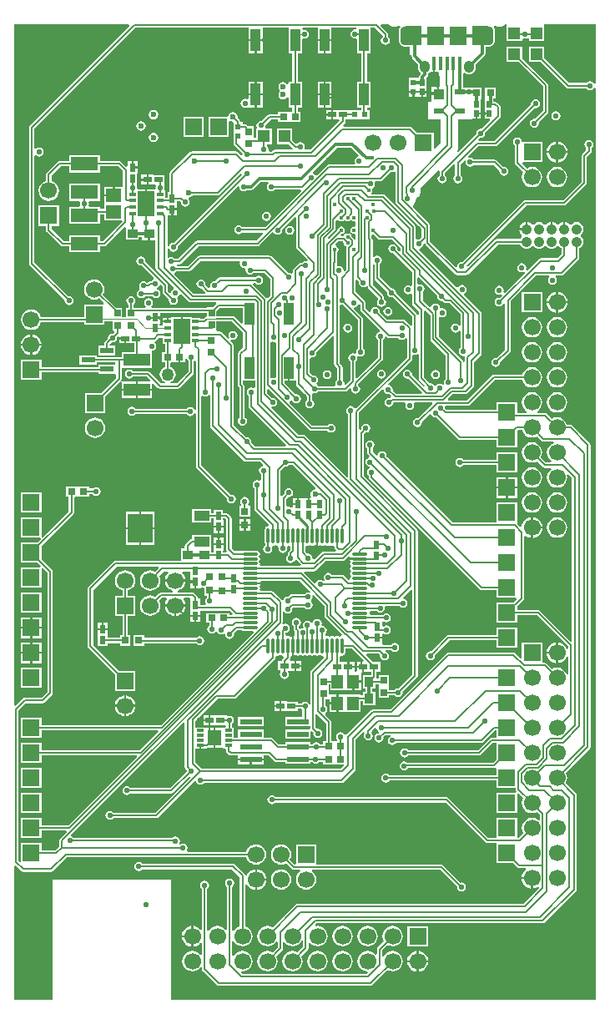
<source format=gtl>
G04 Layer_Physical_Order=1*
G04 Layer_Color=255*
%FSLAX43Y43*%
%MOMM*%
G71*
G01*
G75*
%ADD10R,0.950X1.000*%
%ADD11R,0.400X1.350*%
%ADD12R,1.000X2.250*%
%ADD13C,1.270*%
%ADD14R,1.150X1.400*%
%ADD15R,1.600X1.000*%
%ADD16R,2.500X3.000*%
%ADD17R,1.400X1.600*%
%ADD18R,0.700X0.300*%
%ADD19R,0.675X0.350*%
%ADD20R,1.700X2.500*%
%ADD21O,0.300X1.650*%
%ADD22O,1.650X0.300*%
%ADD23R,2.200X0.600*%
%ADD24R,1.400X0.600*%
%ADD25R,1.200X1.200*%
%ADD26R,1.100X1.000*%
%ADD27R,1.100X0.600*%
%ADD28R,0.700X0.700*%
%ADD29R,2.800X1.400*%
%ADD30R,0.762X0.762*%
%ADD31R,2.700X1.250*%
%ADD32R,1.500X1.350*%
%ADD33R,0.900X0.600*%
%ADD34R,0.600X0.900*%
%ADD35R,1.000X0.950*%
%ADD36R,0.650X0.800*%
%ADD37R,0.800X0.650*%
%ADD38R,0.550X0.600*%
%ADD39R,0.500X0.650*%
%ADD40R,1.200X1.200*%
%ADD41R,0.700X0.700*%
%ADD42R,0.600X0.550*%
%ADD43C,0.200*%
%ADD44C,0.175*%
%ADD45C,0.300*%
%ADD46C,0.180*%
%ADD47C,0.200*%
%ADD48C,0.125*%
%ADD49C,0.150*%
%ADD50C,0.250*%
%ADD51R,0.300X0.900*%
%ADD52R,1.800X1.900*%
%ADD53R,0.900X0.300*%
G04:AMPARAMS|DCode=54|XSize=1.05mm|YSize=1.25mm|CornerRadius=0.525mm|HoleSize=0mm|Usage=FLASHONLY|Rotation=180.000|XOffset=0mm|YOffset=0mm|HoleType=Round|Shape=RoundedRectangle|*
%AMROUNDEDRECTD54*
21,1,1.050,0.200,0,0,180.0*
21,1,0.000,1.250,0,0,180.0*
1,1,1.050,0.000,0.100*
1,1,1.050,0.000,0.100*
1,1,1.050,0.000,-0.100*
1,1,1.050,0.000,-0.100*
%
%ADD54ROUNDEDRECTD54*%
G04:AMPARAMS|DCode=55|XSize=1.05mm|YSize=1.25mm|CornerRadius=0.525mm|HoleSize=0mm|Usage=FLASHONLY|Rotation=180.000|XOffset=0mm|YOffset=0mm|HoleType=Round|Shape=RoundedRectangle|*
%AMROUNDEDRECTD55*
21,1,1.050,0.200,0,0,180.0*
21,1,0.000,1.250,0,0,180.0*
1,1,1.050,0.000,0.100*
1,1,1.050,0.000,0.100*
1,1,1.050,0.000,-0.100*
1,1,1.050,0.000,-0.100*
%
%ADD55ROUNDEDRECTD55*%
G04:AMPARAMS|DCode=56|XSize=2.1mm|YSize=1.9mm|CornerRadius=0.494mm|HoleSize=0mm|Usage=FLASHONLY|Rotation=180.000|XOffset=0mm|YOffset=0mm|HoleType=Round|Shape=RoundedRectangle|*
%AMROUNDEDRECTD56*
21,1,2.100,0.912,0,0,180.0*
21,1,1.112,1.900,0,0,180.0*
1,1,0.988,-0.556,0.456*
1,1,0.988,0.556,0.456*
1,1,0.988,0.556,-0.456*
1,1,0.988,-0.556,-0.456*
%
%ADD56ROUNDEDRECTD56*%
%ADD57R,1.700X1.700*%
%ADD58R,1.700X1.700*%
%ADD59C,1.700*%
%ADD60C,1.700*%
%ADD61R,1.700X1.700*%
%ADD62C,1.050*%
%ADD63C,1.050*%
%ADD64R,1.700X1.700*%
%ADD65C,3.600*%
%ADD66C,0.550*%
%ADD67C,0.600*%
%ADD68C,0.550*%
%ADD69C,0.400*%
%ADD70C,0.500*%
G36*
X-19093Y-57892D02*
Y-66489D01*
X-20483Y-67880D01*
X-20550Y-67866D01*
X-20726Y-67901D01*
X-20874Y-68001D01*
X-20912Y-68057D01*
X-21500D01*
Y-67725D01*
X-21500D01*
Y-67675D01*
X-21500D01*
Y-66525D01*
X-22500D01*
Y-66886D01*
X-22650Y-66904D01*
X-22670Y-66883D01*
X-22733Y-66770D01*
X-22720Y-66700D01*
Y-66175D01*
X-22375D01*
Y-65225D01*
X-23078D01*
X-23772Y-64531D01*
X-23715Y-64393D01*
X-22536D01*
X-22395Y-64533D01*
X-22409Y-64600D01*
X-22374Y-64776D01*
X-22274Y-64924D01*
X-22126Y-65024D01*
X-21950Y-65059D01*
X-21774Y-65024D01*
X-21626Y-64924D01*
X-21526Y-64776D01*
X-21491Y-64600D01*
X-21526Y-64424D01*
X-21626Y-64276D01*
X-21774Y-64176D01*
X-21817Y-64168D01*
X-21802Y-64018D01*
X-21262D01*
X-21224Y-64074D01*
X-21076Y-64174D01*
X-20900Y-64209D01*
X-20724Y-64174D01*
X-20576Y-64074D01*
X-20476Y-63926D01*
X-20441Y-63750D01*
X-20476Y-63574D01*
X-20576Y-63426D01*
X-20724Y-63326D01*
X-20900Y-63291D01*
X-21076Y-63326D01*
X-21224Y-63426D01*
X-21262Y-63482D01*
X-22047D01*
X-22150Y-63375D01*
Y-62825D01*
X-22650D01*
Y-62625D01*
X-22150D01*
Y-62425D01*
X-22000Y-62345D01*
X-21918Y-62400D01*
X-21742Y-62435D01*
X-21567Y-62400D01*
X-21418Y-62300D01*
X-21319Y-62152D01*
X-21284Y-61976D01*
X-21319Y-61800D01*
X-21418Y-61652D01*
X-21567Y-61552D01*
X-21742Y-61517D01*
X-21918Y-61552D01*
X-22025Y-61624D01*
X-22161Y-61570D01*
X-22175Y-61557D01*
Y-61174D01*
X-22174Y-61173D01*
X-22025Y-61107D01*
X-21926Y-61174D01*
X-21750Y-61209D01*
X-21574Y-61174D01*
X-21426Y-61074D01*
X-21326Y-60926D01*
X-21291Y-60750D01*
X-21326Y-60574D01*
X-21426Y-60426D01*
X-21574Y-60326D01*
X-21750Y-60291D01*
X-21926Y-60326D01*
X-22074Y-60426D01*
X-22112Y-60482D01*
X-23348D01*
X-23435Y-60332D01*
X-23419Y-60250D01*
X-23435Y-60168D01*
X-23348Y-60018D01*
X-22737D01*
X-22699Y-60074D01*
X-22551Y-60174D01*
X-22375Y-60209D01*
X-22199Y-60174D01*
X-22051Y-60074D01*
X-21951Y-59926D01*
X-21916Y-59750D01*
X-21933Y-59668D01*
X-21822Y-59518D01*
X-20412D01*
X-20374Y-59574D01*
X-20226Y-59674D01*
X-20050Y-59709D01*
X-19874Y-59674D01*
X-19726Y-59574D01*
X-19626Y-59426D01*
X-19591Y-59250D01*
X-19626Y-59074D01*
X-19726Y-58926D01*
X-19874Y-58826D01*
X-19988Y-58804D01*
X-20045Y-58649D01*
X-19231Y-57835D01*
X-19093Y-57892D01*
D02*
G37*
G36*
X-21664Y-32289D02*
X-21577Y-32347D01*
X-21475Y-32368D01*
X-20537D01*
X-20499Y-32424D01*
X-20351Y-32524D01*
X-20175Y-32559D01*
X-19999Y-32524D01*
X-19851Y-32424D01*
X-19818Y-32375D01*
X-19668Y-32421D01*
Y-34314D01*
X-24802Y-39448D01*
X-24993Y-39428D01*
X-25027Y-39378D01*
X-25176Y-39278D01*
X-25351Y-39243D01*
X-25527Y-39278D01*
X-25676Y-39378D01*
X-25775Y-39526D01*
X-25810Y-39702D01*
X-25775Y-39878D01*
X-25676Y-40026D01*
X-25619Y-40064D01*
Y-46407D01*
X-25757Y-46464D01*
X-29961Y-42261D01*
X-30048Y-42203D01*
X-30150Y-42182D01*
X-30664D01*
X-33405Y-39441D01*
X-33331Y-39303D01*
X-33302Y-39309D01*
X-33126Y-39274D01*
X-32977Y-39174D01*
X-32878Y-39026D01*
X-32843Y-38850D01*
X-32878Y-38674D01*
X-32977Y-38526D01*
X-33126Y-38426D01*
X-33302Y-38391D01*
X-33369Y-38405D01*
X-33872Y-37901D01*
Y-37581D01*
X-33734Y-37523D01*
X-29568Y-41689D01*
X-29481Y-41747D01*
X-29379Y-41768D01*
X-27737D01*
X-27699Y-41824D01*
X-27551Y-41924D01*
X-27375Y-41959D01*
X-27199Y-41924D01*
X-27051Y-41824D01*
X-26951Y-41676D01*
X-26916Y-41500D01*
X-26951Y-41324D01*
X-27051Y-41176D01*
X-27199Y-41076D01*
X-27375Y-41041D01*
X-27551Y-41076D01*
X-27699Y-41176D01*
X-27737Y-41232D01*
X-29268D01*
X-31571Y-38929D01*
X-31543Y-38745D01*
X-31476Y-38699D01*
X-31454Y-38667D01*
X-31367Y-38672D01*
X-31289Y-38690D01*
X-31199Y-38824D01*
X-31051Y-38924D01*
X-30875Y-38959D01*
X-30699Y-38924D01*
X-30551Y-38824D01*
X-30451Y-38676D01*
X-30416Y-38500D01*
X-30451Y-38324D01*
X-30551Y-38176D01*
X-30699Y-38076D01*
X-30875Y-38041D01*
X-30942Y-38055D01*
X-32080Y-36917D01*
Y-36700D01*
X-31725D01*
Y-35375D01*
X-31525D01*
Y-36700D01*
X-30925D01*
X-30918Y-36847D01*
Y-37037D01*
X-30897Y-37140D01*
X-30839Y-37227D01*
X-29793Y-38273D01*
Y-38638D01*
X-29849Y-38676D01*
X-29949Y-38824D01*
X-29984Y-39000D01*
X-29949Y-39176D01*
X-29849Y-39324D01*
X-29701Y-39424D01*
X-29525Y-39459D01*
X-29349Y-39424D01*
X-29201Y-39324D01*
X-29101Y-39176D01*
X-29066Y-39000D01*
X-29101Y-38824D01*
X-29201Y-38676D01*
X-29257Y-38638D01*
Y-38162D01*
X-29278Y-38060D01*
X-29284Y-38051D01*
X-29255Y-37999D01*
X-29185Y-37930D01*
X-29038Y-37959D01*
X-28862Y-37924D01*
X-28713Y-37824D01*
X-28675Y-37768D01*
X-25900D01*
X-25798Y-37747D01*
X-25711Y-37689D01*
X-25435Y-37413D01*
X-25296Y-37487D01*
X-25309Y-37550D01*
X-25274Y-37726D01*
X-25174Y-37874D01*
X-25026Y-37974D01*
X-24850Y-38009D01*
X-24674Y-37974D01*
X-24526Y-37874D01*
X-24426Y-37726D01*
X-24391Y-37550D01*
X-24426Y-37374D01*
X-24526Y-37226D01*
X-24582Y-37188D01*
Y-37036D01*
X-22161Y-34614D01*
X-22103Y-34527D01*
X-22082Y-34425D01*
Y-32512D01*
X-22026Y-32474D01*
X-21926Y-32326D01*
X-21912Y-32254D01*
X-21749Y-32204D01*
X-21664Y-32289D01*
D02*
G37*
G36*
X-17295Y-30033D02*
Y-32397D01*
X-17275Y-32500D01*
X-17217Y-32587D01*
X-15718Y-34086D01*
Y-36488D01*
X-15774Y-36526D01*
X-15874Y-36674D01*
X-15909Y-36850D01*
X-15874Y-37026D01*
X-15872Y-37028D01*
X-15976Y-37126D01*
X-16124Y-37026D01*
X-16300Y-36991D01*
X-16476Y-37026D01*
X-16624Y-37126D01*
X-16677Y-37204D01*
X-16727Y-37211D01*
X-16848Y-37191D01*
X-16926Y-37076D01*
X-17074Y-36976D01*
X-17250Y-36941D01*
X-17317Y-36955D01*
X-17932Y-36339D01*
Y-29608D01*
X-17782Y-29546D01*
X-17295Y-30033D01*
D02*
G37*
G36*
X-26598Y-20391D02*
X-26595Y-20395D01*
X-26471Y-20478D01*
X-26325Y-20507D01*
X-26179Y-20478D01*
X-26055Y-20395D01*
X-25945D01*
X-25821Y-20478D01*
X-25675Y-20507D01*
X-25529Y-20478D01*
X-25454Y-20428D01*
X-25295Y-20395D01*
X-25171Y-20478D01*
X-25025Y-20507D01*
X-24993Y-20501D01*
X-24843Y-20621D01*
Y-20929D01*
X-24993Y-21049D01*
X-25025Y-21043D01*
X-25171Y-21072D01*
X-25295Y-21155D01*
X-25378Y-21279D01*
X-25407Y-21425D01*
X-25378Y-21571D01*
X-25295Y-21695D01*
X-25171Y-21778D01*
X-25025Y-21807D01*
X-24993Y-21801D01*
X-24843Y-21921D01*
Y-22369D01*
X-24993Y-22383D01*
X-25005Y-22320D01*
X-25063Y-22233D01*
X-25316Y-21981D01*
X-25325Y-21932D01*
X-25408Y-21808D01*
X-25532Y-21725D01*
X-25678Y-21696D01*
X-25825Y-21725D01*
X-25949Y-21808D01*
X-26032Y-21932D01*
X-26044Y-21995D01*
X-26100Y-22032D01*
X-26296D01*
X-26365Y-21885D01*
X-26309Y-21804D01*
X-26179Y-21778D01*
X-26055Y-21695D01*
X-25972Y-21571D01*
X-25943Y-21425D01*
X-25972Y-21279D01*
X-26055Y-21155D01*
X-26179Y-21072D01*
X-26325Y-21043D01*
X-26471Y-21072D01*
X-26595Y-21155D01*
X-26678Y-21279D01*
X-26707Y-21425D01*
X-26707Y-21428D01*
X-27550Y-22271D01*
X-27712Y-22221D01*
X-27715Y-22209D01*
X-26956Y-21449D01*
X-26898Y-21363D01*
X-26877Y-21260D01*
Y-20483D01*
X-26762Y-20375D01*
X-26598Y-20391D01*
D02*
G37*
G36*
X-28000Y-59528D02*
Y-60559D01*
X-27980Y-60662D01*
X-27922Y-60749D01*
X-26244Y-62426D01*
X-26245Y-62437D01*
X-26303Y-62579D01*
X-26377Y-62594D01*
X-26484Y-62666D01*
X-26516D01*
X-26623Y-62594D01*
X-26750Y-62569D01*
X-26877Y-62594D01*
X-26881Y-62597D01*
X-27000Y-62658D01*
X-27119Y-62597D01*
X-27123Y-62594D01*
X-27250Y-62569D01*
X-27377Y-62594D01*
X-27381Y-62597D01*
X-27500Y-62658D01*
X-27619Y-62597D01*
X-27623Y-62594D01*
X-27750Y-62569D01*
X-27818Y-62582D01*
X-27943Y-62492D01*
X-27946Y-62363D01*
X-27926Y-62349D01*
X-27826Y-62201D01*
X-27791Y-62025D01*
X-27826Y-61849D01*
X-27926Y-61701D01*
X-28074Y-61601D01*
X-28211Y-61574D01*
X-28270Y-61523D01*
X-28316Y-61426D01*
X-28291Y-61300D01*
X-28326Y-61124D01*
X-28426Y-60976D01*
X-28574Y-60876D01*
X-28750Y-60841D01*
X-28926Y-60876D01*
X-29074Y-60976D01*
X-29174Y-61124D01*
X-29197Y-61239D01*
X-29353Y-61258D01*
X-29426Y-61151D01*
X-29574Y-61051D01*
X-29750Y-61016D01*
X-29926Y-61051D01*
X-30074Y-61151D01*
X-30174Y-61299D01*
X-30209Y-61475D01*
X-30174Y-61651D01*
X-30152Y-61683D01*
X-30243Y-61818D01*
X-30250Y-61816D01*
X-30426Y-61851D01*
X-30512Y-61909D01*
X-30561Y-61836D01*
X-30607Y-61789D01*
Y-61562D01*
X-30551Y-61524D01*
X-30451Y-61376D01*
X-30416Y-61200D01*
X-30451Y-61024D01*
X-30551Y-60876D01*
X-30699Y-60776D01*
X-30875Y-60741D01*
X-31051Y-60776D01*
X-31199Y-60876D01*
X-31299Y-61024D01*
X-31334Y-61200D01*
X-31299Y-61376D01*
X-31199Y-61524D01*
X-31143Y-61562D01*
Y-61900D01*
X-31122Y-62002D01*
X-31064Y-62089D01*
X-31018Y-62136D01*
Y-62468D01*
X-31150Y-62549D01*
Y-63575D01*
Y-64587D01*
X-31113Y-64580D01*
X-30998Y-64502D01*
X-30877Y-64556D01*
X-30750Y-64581D01*
X-30623Y-64556D01*
X-30619Y-64553D01*
X-30500Y-64492D01*
X-30381Y-64553D01*
X-30377Y-64556D01*
X-30250Y-64581D01*
X-30123Y-64556D01*
X-30119Y-64553D01*
X-30000Y-64492D01*
X-29881Y-64553D01*
X-29877Y-64556D01*
X-29750Y-64581D01*
X-29623Y-64556D01*
X-29619Y-64553D01*
X-29500Y-64492D01*
X-29381Y-64553D01*
X-29377Y-64556D01*
X-29250Y-64581D01*
X-29123Y-64556D01*
X-29016Y-64484D01*
X-28984D01*
X-28877Y-64556D01*
X-28750Y-64581D01*
X-28623Y-64556D01*
X-28619Y-64553D01*
X-28500Y-64492D01*
X-28381Y-64553D01*
X-28377Y-64556D01*
X-28250Y-64581D01*
X-28213Y-64574D01*
X-28076Y-64670D01*
X-28064Y-64786D01*
X-29364Y-66086D01*
X-29422Y-66173D01*
X-29443Y-66275D01*
Y-69475D01*
X-29480Y-69489D01*
X-29593Y-69500D01*
X-29676Y-69376D01*
X-29824Y-69276D01*
X-30000Y-69241D01*
X-30176Y-69276D01*
X-30324Y-69376D01*
X-30362Y-69432D01*
X-30750D01*
Y-69225D01*
X-31825D01*
Y-69200D01*
X-32375D01*
Y-69700D01*
Y-70200D01*
X-31825D01*
Y-70175D01*
X-30750D01*
Y-69968D01*
X-30362D01*
X-30324Y-70024D01*
X-30268Y-70062D01*
Y-70795D01*
X-31975D01*
Y-71745D01*
X-29443D01*
Y-71915D01*
X-29443Y-71975D01*
X-29578Y-72065D01*
X-31975D01*
Y-73015D01*
X-29425D01*
Y-72316D01*
X-29275Y-72254D01*
X-29145Y-72383D01*
X-29159Y-72450D01*
X-29124Y-72626D01*
X-29024Y-72774D01*
X-28876Y-72874D01*
X-28700Y-72909D01*
X-28524Y-72874D01*
X-28376Y-72774D01*
X-28276Y-72626D01*
X-28241Y-72450D01*
X-28276Y-72274D01*
X-28376Y-72126D01*
X-28524Y-72026D01*
X-28700Y-71991D01*
X-28767Y-72005D01*
X-28907Y-71864D01*
Y-70571D01*
X-28769Y-70513D01*
X-27843Y-71439D01*
Y-73275D01*
X-28150D01*
Y-73542D01*
X-28498D01*
X-28526Y-73501D01*
X-28674Y-73401D01*
X-28850Y-73366D01*
X-29026Y-73401D01*
X-29174Y-73501D01*
X-29202Y-73542D01*
X-29425D01*
Y-73335D01*
X-31975D01*
Y-73542D01*
X-32679D01*
X-33236Y-72986D01*
X-33323Y-72928D01*
X-33425Y-72907D01*
X-34225D01*
Y-72065D01*
X-36775D01*
Y-72907D01*
X-37200D01*
Y-71850D01*
X-37407D01*
Y-71487D01*
X-37351Y-71449D01*
X-37251Y-71301D01*
X-37216Y-71125D01*
X-37251Y-70949D01*
X-37351Y-70801D01*
X-37499Y-70701D01*
X-37675Y-70666D01*
X-37800Y-70691D01*
X-37950Y-70650D01*
Y-70650D01*
X-39025D01*
Y-70625D01*
X-39575D01*
Y-71125D01*
Y-71625D01*
X-39025D01*
Y-71600D01*
X-38045D01*
X-37979Y-71750D01*
X-38047Y-71850D01*
X-38250Y-71850D01*
X-38369Y-71925D01*
X-38400D01*
X-39075D01*
Y-72925D01*
Y-73925D01*
X-38369D01*
X-38250Y-74000D01*
X-38099Y-74000D01*
X-37993Y-74106D01*
Y-74225D01*
X-37972Y-74327D01*
X-37914Y-74414D01*
X-37714Y-74614D01*
X-37627Y-74672D01*
X-37525Y-74693D01*
X-36800D01*
Y-74980D01*
X-35500D01*
X-34200D01*
Y-74693D01*
X-33686D01*
X-33109Y-75269D01*
X-33022Y-75327D01*
X-32920Y-75348D01*
X-31975D01*
Y-75555D01*
X-29425D01*
Y-75348D01*
X-29259D01*
X-29224Y-75399D01*
X-29076Y-75499D01*
X-28900Y-75534D01*
X-28724Y-75499D01*
X-28576Y-75399D01*
X-28541Y-75348D01*
X-28150D01*
Y-75575D01*
X-27000D01*
Y-75575D01*
X-26950D01*
Y-75575D01*
X-26099D01*
X-26042Y-75714D01*
X-26361Y-76032D01*
X-40489D01*
X-41132Y-75389D01*
Y-74025D01*
X-40725D01*
Y-73675D01*
X-40525D01*
Y-74025D01*
X-40075D01*
X-39966Y-73925D01*
X-39925D01*
X-39275D01*
Y-72925D01*
Y-71925D01*
X-39981D01*
X-40100Y-71850D01*
X-40194Y-71850D01*
X-41132D01*
Y-71189D01*
X-38886Y-68943D01*
X-37175D01*
X-37073Y-68922D01*
X-36986Y-68864D01*
X-33061Y-64939D01*
X-33003Y-64852D01*
X-32982Y-64750D01*
Y-64652D01*
X-32832Y-64565D01*
X-32750Y-64581D01*
X-32623Y-64556D01*
X-32619Y-64553D01*
X-32500Y-64492D01*
X-32381Y-64553D01*
X-32377Y-64556D01*
X-32250Y-64581D01*
X-32139Y-64706D01*
X-32130Y-64758D01*
X-32298Y-64927D01*
X-32359Y-65018D01*
X-32380Y-65125D01*
X-32725D01*
Y-66075D01*
X-32524D01*
X-32523Y-66076D01*
X-32457Y-66225D01*
X-32524Y-66324D01*
X-32559Y-66500D01*
X-32524Y-66676D01*
X-32424Y-66824D01*
X-32276Y-66924D01*
X-32100Y-66959D01*
X-31924Y-66924D01*
X-31776Y-66824D01*
X-31676Y-66676D01*
X-31641Y-66500D01*
X-31676Y-66324D01*
X-31743Y-66225D01*
X-31719Y-66172D01*
X-31646Y-66100D01*
X-31100D01*
Y-65600D01*
Y-65100D01*
X-31466D01*
X-31512Y-65032D01*
X-31536Y-64950D01*
X-31491Y-64882D01*
X-31470Y-64775D01*
Y-64691D01*
X-31350Y-64613D01*
Y-63575D01*
Y-62563D01*
X-31387Y-62570D01*
X-31502Y-62648D01*
X-31623Y-62594D01*
X-31750Y-62569D01*
X-31832Y-62585D01*
X-31982Y-62498D01*
Y-62230D01*
X-31824Y-62199D01*
X-31676Y-62099D01*
X-31576Y-61951D01*
X-31541Y-61775D01*
X-31576Y-61599D01*
X-31676Y-61451D01*
X-31824Y-61351D01*
X-32000Y-61316D01*
X-32176Y-61351D01*
X-32178Y-61353D01*
X-32241Y-61316D01*
X-32300Y-61254D01*
X-32285Y-61181D01*
Y-60104D01*
X-32135Y-60059D01*
X-32074Y-60149D01*
X-31926Y-60249D01*
X-31750Y-60284D01*
X-31574Y-60249D01*
X-31426Y-60149D01*
X-31326Y-60001D01*
X-31291Y-59825D01*
X-31292Y-59821D01*
X-31182Y-59693D01*
X-30037D01*
X-29999Y-59749D01*
X-29851Y-59849D01*
X-29675Y-59884D01*
X-29499Y-59849D01*
X-29351Y-59749D01*
X-29251Y-59601D01*
X-29216Y-59425D01*
X-29251Y-59249D01*
X-29351Y-59101D01*
X-29351Y-59100D01*
Y-58950D01*
X-29351Y-58949D01*
X-29251Y-58801D01*
X-29216Y-58625D01*
X-29241Y-58499D01*
X-29103Y-58426D01*
X-28000Y-59528D01*
D02*
G37*
G36*
X-25444Y-54560D02*
X-25424Y-54605D01*
X-25430Y-54613D01*
X-25437Y-54650D01*
X-24425D01*
Y-54850D01*
X-25437D01*
X-25430Y-54887D01*
X-25352Y-55002D01*
X-25406Y-55123D01*
X-25431Y-55250D01*
X-25406Y-55377D01*
X-25403Y-55381D01*
X-25342Y-55500D01*
X-25403Y-55619D01*
X-25406Y-55623D01*
X-25431Y-55750D01*
X-25406Y-55877D01*
X-25403Y-55881D01*
X-25342Y-56000D01*
X-25403Y-56119D01*
X-25406Y-56123D01*
X-25431Y-56250D01*
X-25406Y-56377D01*
X-25334Y-56484D01*
Y-56516D01*
X-25406Y-56623D01*
X-25431Y-56750D01*
X-25415Y-56832D01*
X-25422Y-56847D01*
X-25571Y-56901D01*
X-26036Y-56436D01*
X-26123Y-56378D01*
X-26225Y-56357D01*
X-27278D01*
X-27316Y-56301D01*
X-27465Y-56201D01*
X-27641Y-56166D01*
X-27816Y-56201D01*
X-27965Y-56301D01*
X-28064Y-56449D01*
X-28099Y-56625D01*
X-28064Y-56801D01*
X-28051Y-56821D01*
X-28046Y-56864D01*
X-28087Y-56973D01*
X-28113Y-56998D01*
X-28159Y-56995D01*
X-28262Y-56926D01*
X-28438Y-56891D01*
X-28613Y-56926D01*
X-28762Y-57026D01*
X-28861Y-57174D01*
X-28865Y-57194D01*
X-29028Y-57243D01*
X-30104Y-56168D01*
X-30042Y-56018D01*
X-29075D01*
X-28973Y-55997D01*
X-28886Y-55939D01*
X-27914Y-54968D01*
X-26175D01*
X-26073Y-54947D01*
X-25986Y-54889D01*
X-25624Y-54527D01*
X-25444Y-54560D01*
D02*
G37*
G36*
X-28650Y-53437D02*
X-28613Y-53430D01*
X-28498Y-53352D01*
X-28377Y-53406D01*
X-28250Y-53431D01*
X-28123Y-53406D01*
X-28016Y-53334D01*
X-27984D01*
X-27877Y-53406D01*
X-27750Y-53431D01*
X-27623Y-53406D01*
X-27619Y-53403D01*
X-27500Y-53342D01*
X-27381Y-53403D01*
X-27377Y-53406D01*
X-27250Y-53431D01*
X-27168Y-53415D01*
X-27018Y-53502D01*
Y-53575D01*
X-26997Y-53677D01*
X-26939Y-53764D01*
X-26846Y-53857D01*
X-26908Y-54007D01*
X-28125D01*
X-28227Y-54028D01*
X-28314Y-54086D01*
X-29049Y-54820D01*
X-29120Y-54814D01*
X-29241Y-54675D01*
X-29276Y-54499D01*
X-29376Y-54351D01*
X-29524Y-54251D01*
X-29700Y-54216D01*
X-29767Y-54230D01*
X-29982Y-54014D01*
Y-53502D01*
X-29832Y-53415D01*
X-29750Y-53431D01*
X-29623Y-53406D01*
X-29619Y-53403D01*
X-29500Y-53342D01*
X-29381Y-53403D01*
X-29377Y-53406D01*
X-29250Y-53431D01*
X-29123Y-53406D01*
X-29002Y-53352D01*
X-28887Y-53430D01*
X-28850Y-53437D01*
Y-52425D01*
X-28650D01*
Y-53437D01*
D02*
G37*
G36*
X-22079Y-37559D02*
X-21990Y-37606D01*
X-21961Y-37751D01*
X-21862Y-37899D01*
X-21713Y-37999D01*
X-21538Y-38034D01*
X-21471Y-38020D01*
X-21266Y-38225D01*
X-21304Y-38399D01*
X-21337Y-38421D01*
X-21375Y-38459D01*
X-21462Y-38441D01*
X-21638Y-38476D01*
X-21787Y-38576D01*
X-21886Y-38724D01*
X-21921Y-38900D01*
X-21886Y-39076D01*
X-21787Y-39224D01*
X-21638Y-39324D01*
X-21462Y-39359D01*
X-21287Y-39324D01*
X-21138Y-39224D01*
X-21039Y-39076D01*
X-21004Y-38900D01*
X-20985Y-38878D01*
X-19880D01*
X-19794Y-39001D01*
X-19800Y-39028D01*
X-19834Y-39200D01*
X-19799Y-39376D01*
X-19699Y-39524D01*
X-19551Y-39624D01*
X-19375Y-39659D01*
X-19199Y-39624D01*
X-19051Y-39524D01*
X-18951Y-39376D01*
X-18916Y-39200D01*
X-18950Y-39028D01*
X-18956Y-39001D01*
X-18870Y-38878D01*
X-17127D01*
X-17070Y-39016D01*
X-18529Y-40475D01*
X-18575Y-40466D01*
X-18751Y-40501D01*
X-18899Y-40601D01*
X-18999Y-40749D01*
X-19034Y-40925D01*
X-18999Y-41101D01*
X-18899Y-41249D01*
X-18751Y-41349D01*
X-18575Y-41384D01*
X-18399Y-41349D01*
X-18251Y-41249D01*
X-18151Y-41101D01*
X-18116Y-40925D01*
X-18134Y-40837D01*
X-17368Y-40071D01*
X-17205Y-40121D01*
X-17199Y-40151D01*
X-17099Y-40299D01*
X-16951Y-40399D01*
X-16775Y-40434D01*
X-16708Y-40420D01*
X-14493Y-42635D01*
X-14406Y-42693D01*
X-14304Y-42714D01*
X-10543D01*
Y-43471D01*
X-8493D01*
Y-41799D01*
X-8391Y-41698D01*
X-7969D01*
X-7865Y-41947D01*
X-7701Y-42161D01*
X-7487Y-42325D01*
X-7238Y-42429D01*
X-6970Y-42464D01*
X-6702Y-42429D01*
X-6453Y-42325D01*
X-6014Y-42764D01*
X-5927Y-42822D01*
X-5825Y-42843D01*
X-4779D01*
X-4749Y-42993D01*
X-4947Y-43075D01*
X-5161Y-43239D01*
X-5325Y-43453D01*
X-5429Y-43702D01*
X-5464Y-43970D01*
X-5429Y-44238D01*
X-5325Y-44487D01*
X-5161Y-44701D01*
X-4990Y-44832D01*
X-5041Y-44982D01*
X-5579D01*
X-6075Y-44487D01*
X-5971Y-44238D01*
X-5936Y-43970D01*
X-5971Y-43702D01*
X-6075Y-43453D01*
X-6239Y-43239D01*
X-6453Y-43075D01*
X-6702Y-42971D01*
X-6970Y-42936D01*
X-7238Y-42971D01*
X-7487Y-43075D01*
X-7701Y-43239D01*
X-7865Y-43453D01*
X-7969Y-43702D01*
X-8004Y-43970D01*
X-7969Y-44238D01*
X-7865Y-44487D01*
X-7701Y-44701D01*
X-7487Y-44865D01*
X-7238Y-44969D01*
X-6970Y-45004D01*
X-6702Y-44969D01*
X-6453Y-44865D01*
X-5879Y-45439D01*
X-5792Y-45497D01*
X-5690Y-45518D01*
X-5067D01*
X-5016Y-45668D01*
X-5161Y-45779D01*
X-5325Y-45993D01*
X-5429Y-46242D01*
X-5464Y-46510D01*
X-5429Y-46778D01*
X-5325Y-47027D01*
X-5161Y-47241D01*
X-4947Y-47405D01*
X-4698Y-47509D01*
X-4430Y-47544D01*
X-4162Y-47509D01*
X-3913Y-47405D01*
X-3699Y-47241D01*
X-3535Y-47027D01*
X-3431Y-46778D01*
X-3396Y-46510D01*
X-3429Y-46262D01*
X-3390Y-46226D01*
X-3293Y-46186D01*
X-2918Y-46561D01*
Y-63083D01*
X-3056Y-63140D01*
X-6160Y-60037D01*
X-6247Y-59979D01*
X-6349Y-59958D01*
X-8493D01*
Y-59579D01*
X-7836Y-58922D01*
X-7778Y-58835D01*
X-7757Y-58733D01*
Y-52498D01*
X-7607Y-52424D01*
X-7500Y-52507D01*
X-7244Y-52613D01*
X-7070Y-52636D01*
Y-51590D01*
Y-50544D01*
X-7244Y-50567D01*
X-7500Y-50673D01*
X-7719Y-50841D01*
X-7887Y-51060D01*
X-7993Y-51316D01*
X-8014Y-51473D01*
X-8172Y-51526D01*
X-8468Y-51231D01*
X-8493Y-51091D01*
X-8493Y-51091D01*
Y-49041D01*
X-10543D01*
Y-51082D01*
X-15014D01*
X-21730Y-44367D01*
X-21716Y-44300D01*
X-21751Y-44124D01*
X-21851Y-43976D01*
X-21999Y-43876D01*
X-22175Y-43841D01*
X-22351Y-43876D01*
X-22499Y-43976D01*
X-22599Y-44124D01*
X-22613Y-44196D01*
X-22776Y-44246D01*
X-23132Y-43889D01*
Y-43562D01*
X-23076Y-43524D01*
X-22976Y-43376D01*
X-22941Y-43200D01*
X-22976Y-43024D01*
X-23076Y-42876D01*
X-23224Y-42776D01*
X-23400Y-42741D01*
X-23576Y-42776D01*
X-23724Y-42876D01*
X-23824Y-43024D01*
X-23859Y-43200D01*
X-23824Y-43376D01*
X-23724Y-43524D01*
X-23668Y-43562D01*
Y-44000D01*
X-23647Y-44102D01*
X-23589Y-44189D01*
X-23454Y-44324D01*
X-23504Y-44487D01*
X-23576Y-44501D01*
X-23724Y-44601D01*
X-23824Y-44749D01*
X-23859Y-44925D01*
X-23824Y-45101D01*
X-23724Y-45249D01*
X-23576Y-45349D01*
X-23508Y-45362D01*
X-23480Y-45404D01*
X-23451Y-45551D01*
X-23599Y-45651D01*
X-23699Y-45799D01*
X-23734Y-45975D01*
X-23699Y-46151D01*
X-23599Y-46299D01*
X-23543Y-46337D01*
Y-46500D01*
X-23522Y-46602D01*
X-23464Y-46689D01*
X-12278Y-57875D01*
X-12191Y-57933D01*
X-12089Y-57954D01*
X-10543D01*
Y-58711D01*
X-8594D01*
X-8531Y-58861D01*
X-8872Y-59201D01*
X-10543D01*
Y-61251D01*
X-8493D01*
Y-60494D01*
X-6460D01*
X-3303Y-63651D01*
Y-63876D01*
X-3453Y-63906D01*
X-3513Y-63760D01*
X-3681Y-63541D01*
X-3900Y-63373D01*
X-4156Y-63267D01*
X-4330Y-63244D01*
Y-64290D01*
Y-65336D01*
X-4156Y-65313D01*
X-3900Y-65207D01*
X-3681Y-65039D01*
X-3513Y-64820D01*
X-3453Y-64674D01*
X-3303Y-64704D01*
Y-66481D01*
X-3453Y-66511D01*
X-3535Y-66313D01*
X-3699Y-66099D01*
X-3913Y-65935D01*
X-4162Y-65831D01*
X-4430Y-65796D01*
X-4698Y-65831D01*
X-4947Y-65935D01*
X-5496Y-65386D01*
X-5583Y-65328D01*
X-5685Y-65307D01*
X-5945D01*
Y-63265D01*
X-7995D01*
Y-64806D01*
X-8134Y-64863D01*
X-8661Y-64336D01*
X-8748Y-64278D01*
X-8850Y-64257D01*
X-15500D01*
X-15602Y-64278D01*
X-15689Y-64336D01*
X-21361Y-70007D01*
X-23100D01*
X-23202Y-70028D01*
X-23289Y-70086D01*
X-25803Y-72600D01*
X-25843Y-72606D01*
X-25977Y-72585D01*
X-26051Y-72476D01*
X-26199Y-72376D01*
X-26375Y-72341D01*
X-26551Y-72376D01*
X-26699Y-72476D01*
X-26799Y-72624D01*
X-26834Y-72800D01*
X-26799Y-72976D01*
X-26699Y-73124D01*
X-26699Y-73125D01*
X-26744Y-73275D01*
X-26950D01*
Y-73275D01*
X-27000D01*
Y-73275D01*
X-27307D01*
Y-71329D01*
X-27328Y-71226D01*
X-27386Y-71139D01*
X-27946Y-70579D01*
X-27918Y-70395D01*
X-27851Y-70349D01*
X-27751Y-70201D01*
X-27716Y-70025D01*
X-27751Y-69849D01*
X-27851Y-69701D01*
X-27907Y-69663D01*
Y-68975D01*
X-27625D01*
X-27600Y-68975D01*
X-27475Y-69035D01*
Y-69300D01*
X-26800D01*
Y-68500D01*
X-27450D01*
X-27475Y-68500D01*
X-27600Y-68439D01*
Y-67825D01*
X-27600D01*
Y-67775D01*
X-27600D01*
Y-67480D01*
X-27450D01*
Y-68075D01*
X-26015D01*
X-25875Y-68100D01*
X-25810Y-68100D01*
X-25200D01*
Y-67200D01*
X-25100D01*
Y-67100D01*
X-24325D01*
Y-66350D01*
X-24325Y-66300D01*
X-24216Y-66200D01*
X-24200D01*
Y-65800D01*
X-24750D01*
X-24750Y-66154D01*
X-24850Y-66221D01*
X-24950Y-66154D01*
Y-65800D01*
X-25600D01*
Y-65700D01*
X-25700D01*
Y-65200D01*
X-26250D01*
Y-65225D01*
X-26470D01*
Y-64661D01*
X-26320Y-64568D01*
X-26250Y-64581D01*
X-26123Y-64556D01*
X-26016Y-64484D01*
X-25944Y-64377D01*
X-25919Y-64250D01*
Y-63855D01*
X-25241D01*
X-24035Y-65061D01*
X-24093Y-65200D01*
X-24750D01*
Y-65600D01*
X-24100D01*
Y-65700D01*
X-24000D01*
Y-66200D01*
X-23450D01*
Y-66175D01*
X-23280D01*
Y-66525D01*
X-24150D01*
Y-67875D01*
X-23828D01*
Y-68225D01*
X-24150D01*
Y-68620D01*
X-24350D01*
Y-68525D01*
X-25785D01*
X-25925Y-68500D01*
X-25990Y-68500D01*
X-26600D01*
Y-69400D01*
Y-70300D01*
X-25990D01*
X-25925Y-70300D01*
X-25785Y-70275D01*
X-24350D01*
Y-69180D01*
X-24150D01*
Y-69575D01*
X-22850D01*
Y-68225D01*
X-23172D01*
Y-67875D01*
X-22850D01*
Y-67480D01*
X-22500D01*
Y-67675D01*
X-22500D01*
Y-67725D01*
X-22500D01*
Y-68875D01*
X-21500D01*
Y-68593D01*
X-20912D01*
X-20874Y-68649D01*
X-20726Y-68749D01*
X-20550Y-68784D01*
X-20374Y-68749D01*
X-20226Y-68649D01*
X-20126Y-68501D01*
X-20091Y-68325D01*
X-20105Y-68258D01*
X-18636Y-66789D01*
X-18578Y-66702D01*
X-18557Y-66600D01*
Y-51925D01*
X-18578Y-51823D01*
X-18636Y-51736D01*
X-24057Y-46314D01*
Y-42111D01*
X-23892Y-41945D01*
X-23825Y-41959D01*
X-23649Y-41924D01*
X-23501Y-41824D01*
X-23401Y-41676D01*
X-23366Y-41500D01*
X-23401Y-41324D01*
X-23501Y-41176D01*
X-23649Y-41076D01*
X-23825Y-41041D01*
X-24001Y-41076D01*
X-24149Y-41176D01*
X-24249Y-41324D01*
X-24284Y-41500D01*
X-24270Y-41567D01*
X-24382Y-41679D01*
X-24532Y-41617D01*
Y-39936D01*
X-22143Y-37547D01*
X-22079Y-37559D01*
D02*
G37*
G36*
X-29476Y-58053D02*
X-29549Y-58191D01*
X-29675Y-58166D01*
X-29851Y-58201D01*
X-29999Y-58301D01*
X-30037Y-58357D01*
X-31350D01*
X-31452Y-58378D01*
X-31539Y-58436D01*
X-31683Y-58580D01*
X-31750Y-58566D01*
X-31926Y-58601D01*
X-32074Y-58701D01*
X-32174Y-58849D01*
X-32188Y-58921D01*
X-32229Y-58942D01*
X-32347Y-58953D01*
X-32360Y-58935D01*
X-33225Y-58070D01*
X-33307Y-58015D01*
X-33405Y-57995D01*
X-34492D01*
X-34530Y-57951D01*
X-34588Y-57845D01*
X-34569Y-57750D01*
X-34594Y-57623D01*
X-34648Y-57502D01*
X-34570Y-57387D01*
X-34563Y-57350D01*
X-35575D01*
Y-57150D01*
X-34549D01*
X-34468Y-57018D01*
X-30511D01*
X-29476Y-58053D01*
D02*
G37*
G36*
X-30918Y-20155D02*
Y-23125D01*
X-30897Y-23227D01*
X-30839Y-23314D01*
X-29726Y-24428D01*
X-29799Y-24566D01*
X-29925Y-24541D01*
X-30101Y-24576D01*
X-30249Y-24676D01*
X-30287Y-24732D01*
X-30475D01*
X-30577Y-24753D01*
X-30664Y-24811D01*
X-31164Y-25311D01*
X-31222Y-25398D01*
X-31243Y-25500D01*
Y-25739D01*
X-31287Y-25771D01*
X-31393Y-25806D01*
X-31512Y-25726D01*
X-31688Y-25691D01*
X-31754Y-25705D01*
X-33386Y-24073D01*
X-33473Y-24015D01*
X-33575Y-23995D01*
X-40725D01*
X-40827Y-24015D01*
X-40914Y-24073D01*
X-41898Y-25057D01*
X-42970D01*
X-43013Y-25018D01*
X-42993Y-24937D01*
X-42930Y-24868D01*
X-42775D01*
X-42673Y-24847D01*
X-42586Y-24789D01*
X-40814Y-23018D01*
X-34825D01*
X-34723Y-22997D01*
X-34636Y-22939D01*
X-33312Y-21616D01*
X-33138Y-21654D01*
X-33074Y-21749D01*
X-32926Y-21849D01*
X-32750Y-21884D01*
X-32574Y-21849D01*
X-32426Y-21749D01*
X-32326Y-21601D01*
X-32291Y-21425D01*
X-32309Y-21334D01*
X-31068Y-20093D01*
X-30918Y-20155D01*
D02*
G37*
G36*
X-24368Y-28987D02*
Y-29475D01*
X-24347Y-29577D01*
X-24289Y-29664D01*
X-22404Y-31549D01*
X-22454Y-31712D01*
X-22526Y-31726D01*
X-22674Y-31826D01*
X-22774Y-31974D01*
X-22809Y-32150D01*
X-22774Y-32326D01*
X-22674Y-32474D01*
X-22618Y-32512D01*
Y-34314D01*
X-24744Y-36440D01*
X-24882Y-36383D01*
Y-34737D01*
X-24826Y-34699D01*
X-24726Y-34551D01*
X-24691Y-34375D01*
X-24717Y-34243D01*
X-24601Y-34146D01*
X-24596Y-34144D01*
X-24551Y-34174D01*
X-24375Y-34209D01*
X-24199Y-34174D01*
X-24051Y-34074D01*
X-23951Y-33926D01*
X-23916Y-33750D01*
X-23951Y-33574D01*
X-24051Y-33426D01*
X-24107Y-33388D01*
Y-30413D01*
X-24128Y-30310D01*
X-24186Y-30223D01*
X-25005Y-29404D01*
X-24952Y-29244D01*
X-24849Y-29224D01*
X-24701Y-29124D01*
X-24605Y-28982D01*
X-24596Y-28974D01*
X-24440Y-28930D01*
X-24368Y-28987D01*
D02*
G37*
G36*
X-27043Y-32192D02*
Y-34975D01*
X-27022Y-35077D01*
X-26964Y-35164D01*
X-26718Y-35411D01*
Y-36588D01*
X-26774Y-36626D01*
X-26874Y-36774D01*
X-26909Y-36950D01*
X-26882Y-37082D01*
X-26969Y-37232D01*
X-28675D01*
X-28713Y-37176D01*
X-28804Y-37115D01*
X-28824Y-36958D01*
X-28818Y-36939D01*
X-28726Y-36801D01*
X-28691Y-36625D01*
X-28726Y-36449D01*
X-28826Y-36301D01*
X-28974Y-36201D01*
X-29150Y-36166D01*
X-29217Y-36180D01*
X-29530Y-35867D01*
Y-34429D01*
X-29380Y-34318D01*
X-29300Y-34334D01*
X-29124Y-34299D01*
X-28976Y-34199D01*
X-28876Y-34051D01*
X-28841Y-33875D01*
X-28855Y-33808D01*
X-27181Y-32135D01*
X-27043Y-32192D01*
D02*
G37*
G36*
X-18468Y-34074D02*
Y-36450D01*
X-18447Y-36552D01*
X-18389Y-36639D01*
X-17809Y-37220D01*
X-17810Y-37225D01*
X-17974Y-37273D01*
X-19155Y-36092D01*
X-19141Y-36025D01*
X-19176Y-35849D01*
X-19276Y-35701D01*
X-19424Y-35601D01*
X-19600Y-35566D01*
X-19776Y-35601D01*
X-19924Y-35701D01*
X-20024Y-35849D01*
X-20059Y-36025D01*
X-20024Y-36201D01*
X-19924Y-36349D01*
X-19776Y-36449D01*
X-19600Y-36484D01*
X-19533Y-36470D01*
X-18110Y-37894D01*
X-18167Y-38032D01*
X-20702D01*
X-21092Y-37642D01*
X-21079Y-37575D01*
X-21114Y-37399D01*
X-21213Y-37251D01*
X-21362Y-37151D01*
X-21507Y-37122D01*
X-21553Y-37033D01*
X-21566Y-36969D01*
X-19211Y-34614D01*
X-19153Y-34527D01*
X-19132Y-34425D01*
Y-34161D01*
X-18982Y-34062D01*
X-18875Y-34084D01*
X-18699Y-34049D01*
X-18618Y-33994D01*
X-18468Y-34074D01*
D02*
G37*
G36*
X-36412Y-15765D02*
X-36407Y-15799D01*
X-43308Y-22700D01*
X-43375Y-22686D01*
X-43551Y-22721D01*
X-43699Y-22821D01*
X-43799Y-22969D01*
X-43807Y-23012D01*
X-43957Y-22997D01*
Y-19975D01*
X-43912Y-19920D01*
X-43575D01*
Y-19270D01*
X-43475D01*
Y-19170D01*
X-42975D01*
Y-18620D01*
X-43000D01*
Y-18450D01*
X-42717D01*
X-42609Y-18575D01*
X-42609Y-18575D01*
X-42574Y-18751D01*
X-42474Y-18899D01*
X-42326Y-18999D01*
X-42150Y-19034D01*
X-41974Y-18999D01*
X-41826Y-18899D01*
X-41726Y-18751D01*
X-41691Y-18575D01*
X-41726Y-18399D01*
X-41822Y-18255D01*
X-41799Y-18159D01*
X-41772Y-18106D01*
X-41602Y-18072D01*
X-41445Y-17967D01*
X-41395Y-17893D01*
X-38862D01*
X-38760Y-17872D01*
X-38673Y-17814D01*
X-36571Y-15712D01*
X-36412Y-15765D01*
D02*
G37*
G36*
X-33702Y-16669D02*
X-33749Y-16701D01*
X-33849Y-16849D01*
X-33884Y-17025D01*
X-33849Y-17201D01*
X-33749Y-17349D01*
X-33601Y-17449D01*
X-33425Y-17484D01*
X-33249Y-17449D01*
X-33101Y-17349D01*
X-33071Y-17305D01*
X-30467D01*
X-30405Y-17455D01*
X-34057Y-21107D01*
X-36350D01*
X-36388Y-21051D01*
X-36537Y-20951D01*
X-36713Y-20916D01*
X-36888Y-20951D01*
X-37037Y-21051D01*
X-37136Y-21199D01*
X-37171Y-21375D01*
X-37136Y-21551D01*
X-37037Y-21699D01*
X-36888Y-21799D01*
X-36713Y-21834D01*
X-36537Y-21799D01*
X-36388Y-21699D01*
X-36350Y-21643D01*
X-34292D01*
X-34235Y-21781D01*
X-34936Y-22482D01*
X-40925D01*
X-41027Y-22503D01*
X-41114Y-22561D01*
X-42886Y-24332D01*
X-43238D01*
X-43276Y-24276D01*
X-43424Y-24176D01*
X-43600Y-24141D01*
X-43776Y-24176D01*
X-43807Y-24197D01*
X-43957Y-24117D01*
Y-23293D01*
X-43807Y-23278D01*
X-43799Y-23321D01*
X-43699Y-23469D01*
X-43551Y-23569D01*
X-43375Y-23604D01*
X-43199Y-23569D01*
X-43051Y-23469D01*
X-42951Y-23321D01*
X-42916Y-23145D01*
X-42930Y-23078D01*
X-36799Y-16947D01*
X-36683Y-17001D01*
X-36658Y-17018D01*
X-36624Y-17188D01*
X-36524Y-17337D01*
X-36376Y-17436D01*
X-36200Y-17471D01*
X-36024Y-17436D01*
X-35886Y-17344D01*
X-35463D01*
X-35336Y-17319D01*
X-35228Y-17247D01*
X-34500Y-16519D01*
X-33747D01*
X-33702Y-16669D01*
D02*
G37*
G36*
X-26263Y-28984D02*
X-26196Y-28970D01*
X-24643Y-30523D01*
Y-33388D01*
X-24699Y-33426D01*
X-24799Y-33574D01*
X-24834Y-33750D01*
X-24808Y-33882D01*
X-24924Y-33979D01*
X-24929Y-33981D01*
X-24974Y-33951D01*
X-25150Y-33916D01*
X-25326Y-33951D01*
X-25474Y-34051D01*
X-25574Y-34199D01*
X-25609Y-34375D01*
X-25574Y-34551D01*
X-25474Y-34699D01*
X-25418Y-34737D01*
Y-36639D01*
X-25865Y-37087D01*
X-26004Y-37013D01*
X-25991Y-36950D01*
X-26026Y-36774D01*
X-26126Y-36626D01*
X-26182Y-36588D01*
Y-35300D01*
X-26203Y-35198D01*
X-26261Y-35111D01*
X-26507Y-34864D01*
Y-29069D01*
X-26357Y-28965D01*
X-26263Y-28984D01*
D02*
G37*
G36*
X-33200Y-32759D02*
X-33093Y-32737D01*
X-32943Y-32836D01*
Y-36314D01*
X-33093Y-36413D01*
X-33200Y-36391D01*
X-33357Y-36422D01*
X-33413Y-36406D01*
X-33507Y-36356D01*
Y-32794D01*
X-33413Y-32744D01*
X-33357Y-32728D01*
X-33200Y-32759D01*
D02*
G37*
G36*
X-20818Y-15541D02*
Y-18571D01*
X-20797Y-18674D01*
X-20739Y-18761D01*
X-18153Y-21347D01*
Y-22112D01*
X-18408Y-22367D01*
X-18475Y-22354D01*
X-18605Y-22380D01*
X-18755Y-22292D01*
Y-21077D01*
X-18775Y-20975D01*
X-18833Y-20888D01*
X-21861Y-17861D01*
X-21948Y-17803D01*
X-22050Y-17782D01*
X-23190D01*
X-23231Y-17695D01*
X-23246Y-17632D01*
X-23172Y-17521D01*
X-23143Y-17375D01*
X-23172Y-17229D01*
X-23092Y-17077D01*
X-23051Y-17049D01*
X-22951Y-16901D01*
X-22916Y-16725D01*
X-22938Y-16618D01*
X-22839Y-16468D01*
X-22325D01*
X-22223Y-16447D01*
X-22136Y-16389D01*
X-21267Y-15520D01*
X-21200Y-15534D01*
X-21024Y-15499D01*
X-20968Y-15461D01*
X-20818Y-15541D01*
D02*
G37*
G36*
X-42625Y-34795D02*
X-42125D01*
Y-34460D01*
X-41975Y-34445D01*
X-41974Y-34451D01*
X-41874Y-34599D01*
X-41818Y-34637D01*
Y-35739D01*
X-43036Y-36957D01*
X-43619D01*
X-43649Y-36807D01*
X-43516Y-36753D01*
X-43347Y-36623D01*
X-43217Y-36453D01*
X-43136Y-36256D01*
X-43108Y-36045D01*
X-43136Y-35834D01*
X-43217Y-35637D01*
X-43347Y-35467D01*
X-43516Y-35337D01*
X-43657Y-35279D01*
Y-34876D01*
X-43551Y-34770D01*
X-43465D01*
X-43325Y-34795D01*
X-43210Y-34795D01*
X-42825D01*
Y-34270D01*
X-42625D01*
Y-34795D01*
D02*
G37*
G36*
X-24546Y-13772D02*
X-24596Y-13935D01*
X-24676Y-13951D01*
X-24824Y-14051D01*
X-24924Y-14199D01*
X-24959Y-14375D01*
X-24924Y-14551D01*
X-24903Y-14582D01*
X-24983Y-14732D01*
X-27571D01*
X-27674Y-14753D01*
X-27761Y-14811D01*
X-28796Y-15846D01*
X-28980Y-15818D01*
X-29026Y-15751D01*
X-29174Y-15651D01*
X-29192Y-15648D01*
X-29235Y-15504D01*
X-26738Y-13006D01*
X-25312D01*
X-24546Y-13772D01*
D02*
G37*
G36*
X-18200Y-2625D02*
X-19800D01*
X-19848Y-2621D01*
X-19901Y-2614D01*
X-19954Y-2599D01*
X-19997Y-2583D01*
X-20039Y-2563D01*
X-20083Y-2535D01*
X-20121Y-2506D01*
X-20160Y-2472D01*
X-20189Y-2436D01*
X-20217Y-2399D01*
X-20241Y-2358D01*
X-20261Y-2316D01*
X-20277Y-2274D01*
X-20289Y-2223D01*
X-20296Y-2178D01*
X-20300Y-2125D01*
Y-1225D01*
X-20296Y-1170D01*
X-20288Y-1125D01*
X-20276Y-1075D01*
X-20260Y-1035D01*
X-20247Y-1002D01*
X-20222Y-959D01*
X-20196Y-922D01*
X-20165Y-884D01*
X-20120Y-843D01*
X-20080Y-813D01*
X-20034Y-784D01*
X-19981Y-760D01*
X-19894Y-734D01*
X-19800Y-725D01*
X-18200D01*
Y-2625D01*
D02*
G37*
G36*
X-11352Y-729D02*
X-11299Y-736D01*
X-11246Y-751D01*
X-11203Y-767D01*
X-11161Y-787D01*
X-11117Y-815D01*
X-11079Y-844D01*
X-11040Y-878D01*
X-11011Y-914D01*
X-10983Y-951D01*
X-10959Y-992D01*
X-10939Y-1034D01*
X-10923Y-1076D01*
X-10911Y-1127D01*
X-10904Y-1172D01*
X-10900Y-1225D01*
Y-2125D01*
X-10904Y-2180D01*
X-10912Y-2225D01*
X-10924Y-2275D01*
X-10940Y-2315D01*
X-10953Y-2348D01*
X-10978Y-2391D01*
X-11004Y-2428D01*
X-11035Y-2466D01*
X-11080Y-2507D01*
X-11120Y-2537D01*
X-11166Y-2566D01*
X-11219Y-2590D01*
X-11306Y-2616D01*
X-11400Y-2625D01*
X-13000D01*
Y-725D01*
X-11400D01*
X-11352Y-729D01*
D02*
G37*
G36*
X-21478Y-535D02*
X-21315Y-661D01*
X-21125Y-739D01*
X-20921Y-766D01*
X-20717Y-739D01*
X-20529Y-661D01*
X-20410D01*
X-20337Y-811D01*
X-20390Y-882D01*
X-20458Y-1044D01*
X-20466Y-1107D01*
X-20472Y-1139D01*
X-20471Y-1148D01*
X-20474Y-1157D01*
X-20476Y-1180D01*
X-20481Y-1219D01*
Y-2131D01*
X-20475Y-2172D01*
X-20474Y-2191D01*
X-20472Y-2198D01*
X-20472Y-2205D01*
X-20465Y-2250D01*
X-20465Y-2252D01*
X-20458Y-2306D01*
X-20434Y-2363D01*
X-20428Y-2380D01*
X-20426Y-2382D01*
X-20423Y-2390D01*
X-20422Y-2393D01*
X-20419Y-2399D01*
X-20390Y-2468D01*
X-20283Y-2608D01*
X-20143Y-2715D01*
X-19981Y-2783D01*
X-19928Y-2790D01*
X-19924Y-2791D01*
X-19871Y-2798D01*
X-19868Y-2798D01*
X-19866Y-2798D01*
X-19863Y-2799D01*
X-19852Y-2800D01*
X-19806Y-2806D01*
X-19350D01*
Y-3650D01*
X-19181D01*
Y-3775D01*
X-19156Y-3902D01*
X-19084Y-4009D01*
X-18515Y-4579D01*
X-18531Y-4700D01*
Y-4900D01*
X-18507Y-5083D01*
X-18436Y-5253D01*
X-18324Y-5399D01*
X-18284Y-5430D01*
X-18274Y-5580D01*
X-18334Y-5641D01*
X-18406Y-5748D01*
X-18428Y-5858D01*
X-18550Y-5925D01*
X-19450D01*
Y-6760D01*
X-19475Y-6900D01*
Y-6900D01*
X-19475Y-6900D01*
Y-7300D01*
X-19000D01*
Y-7400D01*
X-18900D01*
Y-7900D01*
X-18550D01*
Y-7900D01*
X-18200D01*
Y-7375D01*
X-18100D01*
Y-7275D01*
X-17650D01*
Y-6850D01*
X-17675D01*
Y-5925D01*
X-17626Y-5870D01*
X-17591Y-5834D01*
X-17519Y-5727D01*
X-17494Y-5600D01*
Y-5520D01*
X-17472Y-5511D01*
X-17326Y-5399D01*
X-17288Y-5350D01*
X-17000D01*
Y-4475D01*
X-16800D01*
Y-5350D01*
X-16500D01*
X-16400Y-5459D01*
Y-5750D01*
X-16320D01*
Y-6700D01*
X-16313Y-6750D01*
X-16445Y-6900D01*
X-17150D01*
Y-7500D01*
X-16400D01*
Y-7700D01*
X-17150D01*
Y-8300D01*
X-17259Y-8400D01*
X-17550D01*
Y-10200D01*
X-16226D01*
Y-12542D01*
X-16821Y-13137D01*
X-16960Y-13080D01*
Y-11500D01*
X-18613D01*
X-19137Y-10977D01*
X-19228Y-10916D01*
X-19335Y-10895D01*
X-26104D01*
X-26166Y-10745D01*
X-25936Y-10514D01*
X-25878Y-10427D01*
X-25857Y-10325D01*
Y-10175D01*
X-25565D01*
X-25500Y-10175D01*
Y-10175D01*
X-25425Y-10150D01*
X-25425Y-10150D01*
X-24475D01*
Y-10150D01*
X-24425D01*
Y-10150D01*
X-23475D01*
Y-9250D01*
X-23732D01*
Y-8950D01*
X-23325D01*
Y-6350D01*
X-23732D01*
Y-3450D01*
X-23325D01*
Y-865D01*
X-22916D01*
X-22118Y-1664D01*
Y-1809D01*
X-22162Y-1838D01*
X-22261Y-1987D01*
X-22296Y-2162D01*
X-22261Y-2338D01*
X-22162Y-2487D01*
X-22013Y-2586D01*
X-21837Y-2621D01*
X-21662Y-2586D01*
X-21513Y-2487D01*
X-21414Y-2338D01*
X-21379Y-2162D01*
X-21414Y-1987D01*
X-21513Y-1838D01*
X-21557Y-1809D01*
Y-1548D01*
X-21578Y-1440D01*
X-21639Y-1349D01*
X-22320Y-668D01*
X-22263Y-529D01*
X-21483D01*
X-21478Y-535D01*
D02*
G37*
G36*
X-47815Y-668D02*
X-57923Y-10777D01*
X-57984Y-10868D01*
X-58005Y-10975D01*
Y-24775D01*
X-57984Y-24882D01*
X-57923Y-24973D01*
X-54398Y-28498D01*
X-54409Y-28550D01*
X-54374Y-28726D01*
X-54274Y-28874D01*
X-54126Y-28974D01*
X-53950Y-29009D01*
X-53774Y-28974D01*
X-53626Y-28874D01*
X-53526Y-28726D01*
X-53491Y-28550D01*
X-53526Y-28374D01*
X-53626Y-28226D01*
X-53774Y-28126D01*
X-53950Y-28091D01*
X-54002Y-28102D01*
X-57445Y-24659D01*
Y-13872D01*
X-57324Y-13828D01*
X-57295Y-13823D01*
X-57151Y-13919D01*
X-56975Y-13954D01*
X-56799Y-13919D01*
X-56651Y-13819D01*
X-56551Y-13671D01*
X-56516Y-13495D01*
X-56551Y-13319D01*
X-56651Y-13171D01*
X-56799Y-13071D01*
X-56975Y-13036D01*
X-57151Y-13071D01*
X-57295Y-13167D01*
X-57324Y-13162D01*
X-57445Y-13118D01*
Y-11091D01*
X-47219Y-865D01*
X-35700D01*
Y-2050D01*
X-35000D01*
X-34300D01*
Y-865D01*
X-31675D01*
Y-3450D01*
X-31280D01*
Y-6350D01*
X-31675D01*
Y-6542D01*
X-31825Y-6587D01*
X-31870Y-6520D01*
X-32027Y-6415D01*
X-32213Y-6378D01*
X-32398Y-6415D01*
X-32555Y-6520D01*
X-32660Y-6677D01*
X-32697Y-6863D01*
X-32660Y-7048D01*
X-32588Y-7155D01*
X-32566Y-7259D01*
X-32588Y-7363D01*
X-32660Y-7471D01*
X-32697Y-7656D01*
X-32660Y-7842D01*
X-32555Y-7999D01*
X-32398Y-8104D01*
X-32213Y-8141D01*
X-32027Y-8104D01*
X-31870Y-7999D01*
X-31825Y-7931D01*
X-31675Y-7977D01*
Y-8950D01*
X-31280D01*
Y-9400D01*
X-31575D01*
Y-9400D01*
X-31625D01*
Y-9400D01*
X-32775D01*
Y-9632D01*
X-33575D01*
X-33677Y-9653D01*
X-33764Y-9711D01*
X-34408Y-10355D01*
X-34475Y-10341D01*
X-34651Y-10376D01*
X-34799Y-10476D01*
X-34899Y-10624D01*
X-34934Y-10800D01*
X-34899Y-10976D01*
X-34925Y-11125D01*
X-34925D01*
X-34925Y-11125D01*
Y-12070D01*
X-35089D01*
X-35200Y-11975D01*
X-35200Y-11875D01*
Y-10825D01*
X-35821D01*
X-35886Y-10761D01*
X-35973Y-10703D01*
X-36075Y-10682D01*
X-36350D01*
Y-10425D01*
X-36532D01*
X-36553Y-10323D01*
X-36611Y-10236D01*
X-36858Y-9988D01*
X-36841Y-9900D01*
X-36878Y-9715D01*
X-36983Y-9558D01*
X-37140Y-9453D01*
X-37325Y-9416D01*
X-37510Y-9453D01*
X-37667Y-9558D01*
X-37772Y-9715D01*
X-37809Y-9900D01*
X-37830Y-9925D01*
X-39755D01*
Y-11975D01*
X-37705D01*
Y-10398D01*
X-37555Y-10318D01*
X-37510Y-10347D01*
X-37379Y-10374D01*
X-37318Y-10398D01*
X-37250Y-10522D01*
Y-11275D01*
X-37250Y-11375D01*
X-37250Y-11525D01*
Y-12375D01*
X-37218D01*
Y-12637D01*
X-37197Y-12740D01*
X-37139Y-12827D01*
X-36338Y-13628D01*
X-36352Y-13747D01*
X-36492Y-13812D01*
X-36814Y-13489D01*
X-36905Y-13428D01*
X-37013Y-13407D01*
X-41487D01*
X-41595Y-13428D01*
X-41686Y-13489D01*
X-43673Y-15477D01*
X-43734Y-15568D01*
X-43755Y-15675D01*
Y-17545D01*
X-43950D01*
Y-18152D01*
X-44188D01*
Y-17420D01*
X-44196D01*
X-44276Y-17271D01*
X-44241Y-17095D01*
X-44276Y-16919D01*
X-44250Y-16770D01*
X-44250D01*
X-44250Y-16770D01*
Y-15820D01*
X-45325D01*
Y-15795D01*
X-45875D01*
Y-16295D01*
Y-16795D01*
X-45325D01*
Y-16795D01*
X-45216Y-16808D01*
X-45128Y-16941D01*
X-45159Y-17095D01*
X-45149Y-17145D01*
X-45272Y-17295D01*
X-46012D01*
Y-18745D01*
X-46212D01*
Y-17295D01*
X-46942D01*
X-47056Y-17145D01*
X-47041Y-17070D01*
X-47071Y-16920D01*
X-47025Y-16770D01*
X-47025D01*
Y-15695D01*
X-47000D01*
Y-15145D01*
X-47500D01*
Y-15045D01*
X-47600D01*
Y-14395D01*
X-48000D01*
Y-14929D01*
X-48150Y-14991D01*
X-48661Y-14481D01*
X-48748Y-14423D01*
X-48850Y-14402D01*
X-50800D01*
Y-13795D01*
X-53950D01*
Y-14402D01*
X-54900D01*
X-55002Y-14423D01*
X-55089Y-14481D01*
X-56189Y-15581D01*
X-56247Y-15668D01*
X-56268Y-15770D01*
Y-16401D01*
X-56517Y-16505D01*
X-56731Y-16669D01*
X-56895Y-16883D01*
X-56999Y-17132D01*
X-57034Y-17400D01*
X-56999Y-17668D01*
X-56895Y-17917D01*
X-56731Y-18131D01*
X-56517Y-18295D01*
X-56268Y-18399D01*
X-56000Y-18434D01*
X-55732Y-18399D01*
X-55483Y-18295D01*
X-55269Y-18131D01*
X-55105Y-17917D01*
X-55001Y-17668D01*
X-54966Y-17400D01*
X-55001Y-17132D01*
X-55105Y-16883D01*
X-55269Y-16669D01*
X-55483Y-16505D01*
X-55732Y-16401D01*
Y-15881D01*
X-54789Y-14938D01*
X-53950D01*
Y-15545D01*
X-50800D01*
Y-14938D01*
X-48961D01*
X-48468Y-15431D01*
Y-17020D01*
X-49300D01*
Y-17895D01*
X-49400D01*
Y-17995D01*
X-50350D01*
Y-18770D01*
X-50325D01*
Y-19265D01*
X-50800D01*
Y-19020D01*
X-51864D01*
X-51945Y-18870D01*
X-51916Y-18725D01*
X-51942Y-18595D01*
X-51854Y-18445D01*
X-50800D01*
Y-16695D01*
X-53950D01*
Y-18445D01*
X-52896D01*
X-52808Y-18595D01*
X-52834Y-18725D01*
X-52805Y-18870D01*
X-52886Y-19020D01*
X-53950D01*
Y-20770D01*
X-50800D01*
Y-19825D01*
X-50325D01*
Y-20395D01*
X-48579D01*
X-48529Y-20545D01*
X-50511Y-22527D01*
X-50800D01*
Y-21920D01*
X-53950D01*
Y-22527D01*
X-54489D01*
X-55732Y-21284D01*
Y-20965D01*
X-54975D01*
Y-18915D01*
X-57025D01*
Y-20965D01*
X-56268D01*
Y-21395D01*
X-56247Y-21497D01*
X-56189Y-21584D01*
X-54789Y-22984D01*
X-54702Y-23042D01*
X-54600Y-23063D01*
X-53950D01*
Y-23670D01*
X-50800D01*
Y-23063D01*
X-50400D01*
X-50298Y-23042D01*
X-50211Y-22984D01*
X-48350Y-21124D01*
X-48200Y-21186D01*
Y-22395D01*
X-46850D01*
Y-22073D01*
X-46525D01*
Y-22420D01*
X-45925D01*
Y-21745D01*
X-45725D01*
Y-22420D01*
X-45168D01*
Y-25200D01*
X-45147Y-25302D01*
X-45089Y-25389D01*
X-43295Y-27184D01*
X-43339Y-27352D01*
X-43449Y-27426D01*
X-43549Y-27574D01*
X-43580Y-27730D01*
X-43647Y-27769D01*
X-43728Y-27793D01*
X-43932Y-27589D01*
Y-26987D01*
X-43953Y-26885D01*
X-44011Y-26798D01*
X-46205Y-24604D01*
X-46191Y-24538D01*
X-46226Y-24362D01*
X-46326Y-24213D01*
X-46474Y-24114D01*
X-46650Y-24079D01*
X-46826Y-24114D01*
X-46974Y-24213D01*
X-47074Y-24362D01*
X-47109Y-24538D01*
X-47074Y-24713D01*
X-46974Y-24862D01*
X-46826Y-24961D01*
X-46650Y-24996D01*
X-46583Y-24983D01*
X-45332Y-26234D01*
X-45381Y-26397D01*
X-45401Y-26401D01*
X-45549Y-26501D01*
X-45587Y-26557D01*
X-45675D01*
X-45777Y-26578D01*
X-45864Y-26636D01*
X-45904Y-26675D01*
X-46051Y-26726D01*
X-46199Y-26626D01*
X-46375Y-26591D01*
X-46551Y-26626D01*
X-46699Y-26726D01*
X-46799Y-26874D01*
X-46834Y-27050D01*
X-46799Y-27226D01*
X-46768Y-27272D01*
X-46776Y-27426D01*
X-46814Y-27452D01*
X-46924Y-27526D01*
X-47024Y-27674D01*
X-47059Y-27850D01*
X-47024Y-28026D01*
X-46924Y-28174D01*
X-46776Y-28274D01*
X-46600Y-28309D01*
X-46424Y-28274D01*
X-46276Y-28174D01*
X-46238Y-28118D01*
X-45487D01*
X-45449Y-28174D01*
X-45301Y-28274D01*
X-45125Y-28309D01*
X-44949Y-28274D01*
X-44801Y-28174D01*
X-44701Y-28026D01*
X-44666Y-27850D01*
X-44701Y-27674D01*
X-44801Y-27526D01*
X-44949Y-27426D01*
X-45060Y-27404D01*
Y-27251D01*
X-45049Y-27249D01*
X-44901Y-27149D01*
X-44801Y-27001D01*
X-44797Y-26981D01*
X-44634Y-26932D01*
X-44468Y-27098D01*
Y-27700D01*
X-44447Y-27802D01*
X-44389Y-27889D01*
X-43820Y-28458D01*
X-43834Y-28525D01*
X-43799Y-28701D01*
X-43699Y-28849D01*
X-43551Y-28949D01*
X-43375Y-28984D01*
X-43199Y-28949D01*
X-43051Y-28849D01*
X-42951Y-28701D01*
X-42916Y-28525D01*
X-42951Y-28349D01*
X-42964Y-28330D01*
X-42949Y-28174D01*
X-42916Y-28152D01*
X-42801Y-28074D01*
X-42727Y-27964D01*
X-42559Y-27920D01*
X-41819Y-28659D01*
X-41732Y-28717D01*
X-41630Y-28738D01*
X-39024D01*
X-38993Y-28783D01*
X-38966Y-28888D01*
X-39328Y-29250D01*
X-39975D01*
Y-29277D01*
X-45547D01*
X-45592Y-29127D01*
X-45551Y-29099D01*
X-45451Y-28951D01*
X-45416Y-28775D01*
X-45451Y-28599D01*
X-45551Y-28451D01*
X-45699Y-28351D01*
X-45875Y-28316D01*
X-46051Y-28351D01*
X-46199Y-28451D01*
X-46299Y-28599D01*
X-46334Y-28775D01*
X-46299Y-28951D01*
X-46199Y-29099D01*
X-46158Y-29127D01*
X-46203Y-29277D01*
X-47175D01*
Y-29270D01*
X-47407D01*
Y-28937D01*
X-47351Y-28899D01*
X-47251Y-28751D01*
X-47216Y-28575D01*
X-47251Y-28399D01*
X-47351Y-28251D01*
X-47499Y-28151D01*
X-47675Y-28116D01*
X-47851Y-28151D01*
X-47999Y-28251D01*
X-48099Y-28399D01*
X-48134Y-28575D01*
X-48099Y-28751D01*
X-47999Y-28899D01*
X-47943Y-28937D01*
Y-29270D01*
X-48175D01*
Y-30203D01*
X-48550D01*
Y-29270D01*
X-49169D01*
X-50505Y-27934D01*
X-50401Y-27685D01*
X-50366Y-27417D01*
X-50401Y-27150D01*
X-50505Y-26901D01*
X-50669Y-26686D01*
X-50883Y-26522D01*
X-51132Y-26419D01*
X-51400Y-26384D01*
X-51668Y-26419D01*
X-51917Y-26522D01*
X-52131Y-26686D01*
X-52295Y-26901D01*
X-52399Y-27150D01*
X-52434Y-27417D01*
X-52399Y-27685D01*
X-52295Y-27934D01*
X-52131Y-28149D01*
X-51917Y-28313D01*
X-51668Y-28416D01*
X-51400Y-28451D01*
X-51132Y-28416D01*
X-50883Y-28313D01*
X-50414Y-28782D01*
X-50476Y-28933D01*
X-52425D01*
Y-30222D01*
X-56779D01*
X-56883Y-29973D01*
X-57047Y-29759D01*
X-57261Y-29595D01*
X-57510Y-29491D01*
X-57778Y-29456D01*
X-58046Y-29491D01*
X-58295Y-29595D01*
X-58509Y-29759D01*
X-58673Y-29973D01*
X-58777Y-30222D01*
X-58812Y-30490D01*
X-58777Y-30758D01*
X-58673Y-31007D01*
X-58509Y-31221D01*
X-58295Y-31385D01*
X-58046Y-31489D01*
X-57778Y-31524D01*
X-57510Y-31489D01*
X-57261Y-31385D01*
X-57047Y-31221D01*
X-56883Y-31007D01*
X-56779Y-30758D01*
X-52425D01*
Y-30983D01*
X-50375D01*
Y-30687D01*
X-49550D01*
Y-31620D01*
X-49404D01*
X-49354Y-31770D01*
X-49483Y-31900D01*
X-49550Y-31886D01*
X-49726Y-31921D01*
X-49874Y-32021D01*
X-49974Y-32169D01*
X-50009Y-32345D01*
X-49995Y-32412D01*
X-50289Y-32706D01*
X-50347Y-32793D01*
X-50368Y-32895D01*
Y-33145D01*
X-50975D01*
Y-34095D01*
X-49225D01*
Y-33145D01*
X-49806D01*
X-49821Y-32995D01*
X-49617Y-32790D01*
X-49550Y-32804D01*
X-49374Y-32769D01*
X-49226Y-32669D01*
X-49126Y-32521D01*
X-49091Y-32345D01*
X-49101Y-32296D01*
X-49012Y-32214D01*
X-48875Y-32271D01*
Y-32300D01*
X-48225D01*
Y-32400D01*
X-48125D01*
Y-32900D01*
X-47575D01*
Y-32875D01*
X-47318D01*
Y-33770D01*
X-48575D01*
Y-34302D01*
X-51125D01*
Y-34095D01*
X-52875D01*
Y-35045D01*
X-51125D01*
Y-34838D01*
X-49258D01*
X-49230Y-34895D01*
X-49268Y-34986D01*
X-49323Y-35045D01*
X-50975D01*
Y-35302D01*
X-56753D01*
Y-34545D01*
X-58803D01*
Y-36595D01*
X-56753D01*
Y-35838D01*
X-50975D01*
Y-35995D01*
X-49293D01*
X-49225Y-35995D01*
X-49143Y-36111D01*
Y-36389D01*
X-50654Y-37900D01*
X-52325D01*
Y-39950D01*
X-50275D01*
Y-38279D01*
X-48721Y-36724D01*
X-48600Y-36816D01*
Y-37520D01*
X-47150D01*
Y-36795D01*
X-48580D01*
X-48630Y-36745D01*
X-48678Y-36677D01*
X-48628Y-36602D01*
X-48607Y-36500D01*
Y-35507D01*
X-48575Y-35370D01*
X-45525D01*
Y-33780D01*
X-45525Y-33770D01*
X-45511Y-33626D01*
X-45374Y-33599D01*
X-45226Y-33499D01*
X-45126Y-33351D01*
X-45091Y-33175D01*
X-45126Y-32999D01*
X-45226Y-32851D01*
X-45275Y-32818D01*
X-45275Y-32756D01*
X-45240Y-32661D01*
X-45173Y-32647D01*
X-45086Y-32589D01*
X-44807Y-32310D01*
X-44437D01*
Y-32970D01*
X-44192D01*
Y-33770D01*
X-44500D01*
Y-34770D01*
X-44192D01*
Y-35279D01*
X-44333Y-35337D01*
X-44503Y-35467D01*
X-44633Y-35637D01*
X-44714Y-35834D01*
X-44742Y-36045D01*
X-44714Y-36256D01*
X-44633Y-36453D01*
X-44503Y-36623D01*
X-44333Y-36753D01*
X-44201Y-36807D01*
X-44231Y-36957D01*
X-44614D01*
X-45761Y-35811D01*
X-45848Y-35753D01*
X-45950Y-35732D01*
X-47463D01*
X-47501Y-35676D01*
X-47649Y-35576D01*
X-47825Y-35541D01*
X-48001Y-35576D01*
X-48149Y-35676D01*
X-48249Y-35824D01*
X-48284Y-36000D01*
X-48249Y-36176D01*
X-48149Y-36324D01*
X-48001Y-36424D01*
X-47825Y-36459D01*
X-47649Y-36424D01*
X-47501Y-36324D01*
X-47463Y-36268D01*
X-46061D01*
X-45672Y-36656D01*
X-45729Y-36795D01*
X-46950D01*
Y-37520D01*
X-45500D01*
Y-37024D01*
X-45361Y-36967D01*
X-44914Y-37414D01*
X-44827Y-37472D01*
X-44725Y-37493D01*
X-42925D01*
X-42823Y-37472D01*
X-42736Y-37414D01*
X-41361Y-36039D01*
X-41303Y-35952D01*
X-41282Y-35850D01*
Y-34714D01*
X-41218Y-34665D01*
X-41068Y-34740D01*
Y-39593D01*
X-41206Y-39633D01*
X-41218Y-39631D01*
X-41313Y-39488D01*
X-41462Y-39389D01*
X-41638Y-39354D01*
X-41813Y-39389D01*
X-41962Y-39488D01*
X-42000Y-39545D01*
X-47163D01*
X-47226Y-39451D01*
X-47374Y-39351D01*
X-47550Y-39316D01*
X-47726Y-39351D01*
X-47874Y-39451D01*
X-47974Y-39599D01*
X-48009Y-39775D01*
X-47974Y-39951D01*
X-47874Y-40099D01*
X-47726Y-40199D01*
X-47550Y-40234D01*
X-47374Y-40199D01*
X-47226Y-40099D01*
X-47213Y-40080D01*
X-42000D01*
X-41962Y-40137D01*
X-41813Y-40236D01*
X-41638Y-40271D01*
X-41462Y-40236D01*
X-41313Y-40137D01*
X-41218Y-39994D01*
X-41206Y-39992D01*
X-41068Y-40032D01*
Y-45350D01*
X-41047Y-45452D01*
X-40989Y-45539D01*
X-37908Y-48621D01*
X-37921Y-48688D01*
X-37886Y-48863D01*
X-37787Y-49012D01*
X-37638Y-49111D01*
X-37463Y-49146D01*
X-37287Y-49111D01*
X-37138Y-49012D01*
X-37039Y-48863D01*
X-37004Y-48688D01*
X-37039Y-48512D01*
X-37138Y-48363D01*
X-37287Y-48264D01*
X-37463Y-48229D01*
X-37529Y-48242D01*
X-40532Y-45239D01*
Y-38287D01*
X-40382Y-38207D01*
X-40301Y-38261D01*
X-40125Y-38296D01*
X-39949Y-38261D01*
X-39801Y-38162D01*
X-39768Y-38113D01*
X-39618Y-38158D01*
Y-41275D01*
X-39597Y-41377D01*
X-39539Y-41464D01*
X-36189Y-44814D01*
X-36102Y-44872D01*
X-36000Y-44893D01*
X-34536D01*
X-34254Y-45174D01*
X-34304Y-45337D01*
X-34376Y-45351D01*
X-34524Y-45451D01*
X-34624Y-45599D01*
X-34659Y-45775D01*
X-34624Y-45951D01*
X-34524Y-46099D01*
X-34468Y-46137D01*
Y-46776D01*
X-34618Y-46856D01*
X-34699Y-46801D01*
X-34875Y-46766D01*
X-35051Y-46801D01*
X-35199Y-46901D01*
X-35299Y-47049D01*
X-35334Y-47225D01*
X-35299Y-47401D01*
X-35199Y-47549D01*
X-35143Y-47587D01*
Y-49675D01*
X-35122Y-49777D01*
X-35064Y-49864D01*
X-33641Y-51287D01*
X-33715Y-51426D01*
X-33750Y-51419D01*
X-33877Y-51444D01*
X-33984Y-51516D01*
X-34056Y-51623D01*
X-34081Y-51750D01*
Y-53100D01*
X-34056Y-53227D01*
X-34035Y-53258D01*
X-34059Y-53424D01*
X-34099Y-53451D01*
X-34199Y-53599D01*
X-34234Y-53775D01*
X-34199Y-53951D01*
X-34099Y-54099D01*
X-33951Y-54199D01*
X-33775Y-54234D01*
X-33599Y-54199D01*
X-33451Y-54099D01*
X-33351Y-53951D01*
X-33316Y-53775D01*
X-33351Y-53599D01*
X-33378Y-53559D01*
X-33288Y-53424D01*
X-33250Y-53431D01*
X-33123Y-53406D01*
X-33016Y-53334D01*
X-32984D01*
X-32877Y-53406D01*
X-32786Y-53424D01*
X-32728Y-53478D01*
X-32683Y-53571D01*
X-32709Y-53703D01*
X-32674Y-53878D01*
X-32574Y-54027D01*
X-32426Y-54127D01*
X-32250Y-54161D01*
X-32074Y-54127D01*
X-31926Y-54027D01*
X-31826Y-53878D01*
X-31791Y-53703D01*
X-31817Y-53571D01*
X-31781Y-53495D01*
X-31642Y-53441D01*
X-31518Y-53519D01*
Y-53864D01*
X-31639Y-53986D01*
X-31697Y-54073D01*
X-31718Y-54175D01*
Y-54363D01*
X-31774Y-54401D01*
X-31874Y-54549D01*
X-31909Y-54725D01*
X-31874Y-54901D01*
X-31774Y-55049D01*
X-31626Y-55149D01*
X-31450Y-55184D01*
X-31274Y-55149D01*
X-31126Y-55049D01*
X-31042Y-54924D01*
X-30933Y-54891D01*
X-30870Y-54884D01*
X-30421Y-55332D01*
X-30483Y-55482D01*
X-34498D01*
X-34585Y-55332D01*
X-34569Y-55250D01*
X-34594Y-55123D01*
X-34666Y-55016D01*
Y-54984D01*
X-34594Y-54877D01*
X-34569Y-54750D01*
X-34594Y-54623D01*
X-34597Y-54619D01*
X-34658Y-54500D01*
X-34597Y-54381D01*
X-34594Y-54377D01*
X-34569Y-54250D01*
X-34594Y-54123D01*
X-34666Y-54016D01*
X-34773Y-53944D01*
X-34900Y-53919D01*
X-36250D01*
X-36377Y-53944D01*
X-36415Y-53970D01*
X-37134D01*
X-37445Y-53659D01*
Y-50650D01*
X-37445Y-50650D01*
X-37466Y-50543D01*
X-37527Y-50452D01*
X-37802Y-50177D01*
X-37893Y-50116D01*
X-38000Y-50095D01*
X-38300D01*
Y-49750D01*
X-39250D01*
Y-50095D01*
X-39500D01*
Y-49700D01*
X-41450D01*
Y-51050D01*
X-39500D01*
Y-50655D01*
X-39250D01*
Y-50825D01*
X-39275D01*
Y-51375D01*
X-38275D01*
Y-50825D01*
X-38300D01*
Y-50655D01*
X-38116D01*
X-38005Y-50766D01*
Y-53775D01*
X-37984Y-53882D01*
X-37942Y-53945D01*
X-37974Y-54040D01*
X-38014Y-54095D01*
X-38300D01*
Y-53925D01*
X-38275D01*
Y-53375D01*
X-38775D01*
X-39275D01*
Y-53925D01*
X-39250D01*
Y-54095D01*
X-39550D01*
Y-53779D01*
X-39500Y-53650D01*
X-39500D01*
X-39500Y-53650D01*
Y-52300D01*
X-41450D01*
Y-52695D01*
X-41475D01*
X-41582Y-52716D01*
X-41673Y-52777D01*
X-42123Y-53227D01*
X-42184Y-53318D01*
X-42205Y-53425D01*
Y-53725D01*
X-42600D01*
Y-54970D01*
X-49225D01*
X-49225Y-54970D01*
X-49332Y-54991D01*
X-49423Y-55052D01*
X-51961Y-57589D01*
X-52022Y-57680D01*
X-52043Y-57787D01*
Y-63598D01*
X-52022Y-63705D01*
X-51961Y-63796D01*
X-49265Y-66492D01*
Y-68145D01*
X-47215D01*
Y-66095D01*
X-48868D01*
X-51482Y-63481D01*
Y-57904D01*
X-49109Y-55530D01*
X-44879D01*
X-44817Y-55680D01*
X-45196Y-56059D01*
X-45432Y-55961D01*
X-45700Y-55926D01*
X-45968Y-55961D01*
X-46217Y-56065D01*
X-46431Y-56229D01*
X-46595Y-56443D01*
X-46699Y-56692D01*
X-46734Y-56960D01*
X-46699Y-57228D01*
X-46595Y-57477D01*
X-46431Y-57691D01*
X-46217Y-57855D01*
X-45968Y-57959D01*
X-45700Y-57994D01*
X-45432Y-57959D01*
X-45183Y-57855D01*
X-44969Y-57691D01*
X-44805Y-57477D01*
X-44701Y-57228D01*
X-44666Y-56960D01*
X-44701Y-56692D01*
X-44799Y-56456D01*
X-44374Y-56030D01*
X-43920D01*
X-43869Y-56180D01*
X-43909Y-56211D01*
X-44077Y-56430D01*
X-44183Y-56686D01*
X-44206Y-56860D01*
X-42114D01*
X-42137Y-56686D01*
X-42243Y-56430D01*
X-42411Y-56211D01*
X-42451Y-56180D01*
X-42400Y-56030D01*
X-41625D01*
Y-56450D01*
X-41650D01*
Y-57000D01*
X-41150D01*
Y-57100D01*
X-41050D01*
Y-57750D01*
X-40650D01*
Y-57729D01*
X-40501Y-57649D01*
X-40325Y-57684D01*
X-40225Y-57766D01*
Y-58475D01*
X-39980D01*
Y-58713D01*
X-39999Y-58726D01*
X-40099Y-58874D01*
X-40134Y-59050D01*
X-40099Y-59226D01*
X-40053Y-59295D01*
X-40133Y-59445D01*
X-40650D01*
Y-58800D01*
X-40845D01*
Y-58675D01*
X-40866Y-58568D01*
X-40927Y-58477D01*
X-41187Y-58217D01*
X-41278Y-58156D01*
X-41385Y-58135D01*
X-42889D01*
X-42898Y-57985D01*
X-42886Y-57983D01*
X-42630Y-57877D01*
X-42411Y-57709D01*
X-42243Y-57490D01*
X-42137Y-57234D01*
X-42114Y-57060D01*
X-44206D01*
X-44183Y-57234D01*
X-44077Y-57490D01*
X-43909Y-57709D01*
X-43690Y-57877D01*
X-43434Y-57983D01*
X-43422Y-57985D01*
X-43431Y-58135D01*
X-44615D01*
X-44722Y-58156D01*
X-44813Y-58217D01*
X-45196Y-58599D01*
X-45432Y-58501D01*
X-45700Y-58466D01*
X-45968Y-58501D01*
X-46217Y-58605D01*
X-46431Y-58769D01*
X-46595Y-58983D01*
X-46699Y-59232D01*
X-46734Y-59500D01*
X-46699Y-59768D01*
X-46595Y-60017D01*
X-46431Y-60231D01*
X-46217Y-60395D01*
X-45968Y-60499D01*
X-45700Y-60534D01*
X-45432Y-60499D01*
X-45183Y-60395D01*
X-44969Y-60231D01*
X-44805Y-60017D01*
X-44701Y-59768D01*
X-44666Y-59500D01*
X-44701Y-59232D01*
X-44799Y-58996D01*
X-44499Y-58695D01*
X-44055D01*
X-43981Y-58845D01*
X-44077Y-58970D01*
X-44183Y-59226D01*
X-44206Y-59400D01*
X-42114D01*
X-42137Y-59226D01*
X-42243Y-58970D01*
X-42339Y-58845D01*
X-42265Y-58695D01*
X-41707D01*
X-41600Y-58800D01*
Y-59875D01*
X-41625D01*
Y-60425D01*
X-40625D01*
Y-60005D01*
X-37666D01*
X-37339Y-60332D01*
X-37401Y-60482D01*
X-37675D01*
Y-60250D01*
X-38725D01*
X-38825Y-60250D01*
X-38975Y-60250D01*
X-40025D01*
Y-61250D01*
X-39718D01*
Y-61513D01*
X-39774Y-61551D01*
X-39874Y-61699D01*
X-39909Y-61875D01*
X-39874Y-62051D01*
X-39774Y-62199D01*
X-39626Y-62299D01*
X-39450Y-62334D01*
X-39274Y-62299D01*
X-39126Y-62199D01*
X-39096Y-62155D01*
X-39053Y-62147D01*
X-38922Y-62165D01*
X-38849Y-62274D01*
X-38701Y-62374D01*
X-38525Y-62409D01*
X-38349Y-62374D01*
X-38237Y-62299D01*
X-38105Y-62367D01*
X-38098Y-62373D01*
X-38109Y-62425D01*
X-38074Y-62601D01*
X-37974Y-62749D01*
X-37826Y-62849D01*
X-37650Y-62884D01*
X-37474Y-62849D01*
X-37326Y-62749D01*
X-37226Y-62601D01*
X-37191Y-62425D01*
X-37205Y-62358D01*
X-36864Y-62018D01*
X-36434D01*
X-36377Y-62056D01*
X-36250Y-62081D01*
X-35269D01*
X-35212Y-62220D01*
X-44647Y-71655D01*
X-56753D01*
Y-70885D01*
X-58803D01*
Y-72935D01*
X-56753D01*
Y-72165D01*
X-44949D01*
X-44892Y-72303D01*
X-46784Y-74195D01*
X-56753D01*
Y-73425D01*
X-58803D01*
Y-75475D01*
X-56753D01*
Y-74705D01*
X-47086D01*
X-47029Y-74843D01*
X-54001Y-81815D01*
X-56753D01*
Y-81045D01*
X-58803D01*
Y-83095D01*
X-56753D01*
Y-82325D01*
X-54240D01*
X-54183Y-82463D01*
X-54880Y-83161D01*
X-54935Y-83243D01*
X-54955Y-83341D01*
Y-83951D01*
X-55346Y-84342D01*
X-56753D01*
Y-83585D01*
X-58803D01*
Y-85459D01*
X-58934Y-85514D01*
X-59048Y-85420D01*
Y-70126D01*
X-58320Y-69398D01*
X-56630D01*
X-56528Y-69378D01*
X-56441Y-69320D01*
X-55686Y-68564D01*
X-55628Y-68477D01*
X-55607Y-68375D01*
Y-56033D01*
X-55628Y-55931D01*
X-55686Y-55844D01*
X-56753Y-54776D01*
Y-53484D01*
X-53511Y-50241D01*
X-53453Y-50154D01*
X-53432Y-50052D01*
Y-48506D01*
X-53326Y-48400D01*
X-53125Y-48400D01*
X-52975Y-48400D01*
X-51925D01*
Y-48168D01*
X-51554D01*
X-51499Y-48249D01*
X-51351Y-48349D01*
X-51175Y-48384D01*
X-50999Y-48349D01*
X-50851Y-48249D01*
X-50751Y-48101D01*
X-50716Y-47925D01*
X-50751Y-47749D01*
X-50851Y-47601D01*
X-50999Y-47501D01*
X-51175Y-47466D01*
X-51351Y-47501D01*
X-51499Y-47601D01*
X-51521Y-47632D01*
X-51925D01*
Y-47400D01*
X-52975D01*
X-53075Y-47400D01*
X-53225Y-47400D01*
X-54275D01*
Y-48400D01*
X-53968D01*
Y-49941D01*
X-56603Y-52576D01*
X-56753Y-52514D01*
Y-50565D01*
X-58803D01*
Y-52615D01*
X-56854D01*
X-56792Y-52765D01*
X-57132Y-53105D01*
X-58803D01*
Y-55155D01*
X-57132D01*
X-56792Y-55495D01*
X-56854Y-55645D01*
X-58803D01*
Y-57695D01*
X-56753D01*
Y-55746D01*
X-56603Y-55683D01*
X-56143Y-56144D01*
Y-68264D01*
X-56741Y-68863D01*
X-58430D01*
X-58533Y-68883D01*
X-58620Y-68941D01*
X-59332Y-69654D01*
X-59471Y-69596D01*
Y-529D01*
X-47872D01*
X-47815Y-668D01*
D02*
G37*
G36*
X-36300Y-30851D02*
X-36439Y-30908D01*
X-37111Y-30236D01*
X-37198Y-30178D01*
X-37300Y-30157D01*
X-38975D01*
Y-29654D01*
X-38639Y-29318D01*
X-36300D01*
Y-30851D01*
D02*
G37*
G36*
X-16570Y-28058D02*
X-16584Y-28125D01*
X-16549Y-28301D01*
X-16449Y-28449D01*
X-16301Y-28549D01*
X-16125Y-28584D01*
X-16058Y-28570D01*
X-15895Y-28733D01*
X-15808Y-28791D01*
X-15706Y-28812D01*
X-15330D01*
X-14218Y-29924D01*
Y-31067D01*
X-14368Y-31112D01*
X-14426Y-31026D01*
X-14574Y-30926D01*
X-14750Y-30891D01*
X-14926Y-30926D01*
X-15074Y-31026D01*
X-15174Y-31174D01*
X-15209Y-31350D01*
X-15174Y-31526D01*
X-15074Y-31674D01*
X-14926Y-31774D01*
X-14750Y-31809D01*
X-14574Y-31774D01*
X-14426Y-31674D01*
X-14368Y-31588D01*
X-14218Y-31633D01*
Y-33363D01*
X-14274Y-33401D01*
X-14374Y-33549D01*
X-14409Y-33725D01*
X-14374Y-33901D01*
X-14274Y-34049D01*
X-14126Y-34149D01*
X-13950Y-34184D01*
X-13876Y-34169D01*
X-13875Y-34170D01*
X-13760Y-34299D01*
X-13766Y-34327D01*
Y-34754D01*
X-13916Y-34769D01*
X-13928Y-34709D01*
X-13986Y-34622D01*
X-16450Y-32158D01*
Y-30263D01*
X-16300Y-30183D01*
X-16276Y-30199D01*
X-16100Y-30234D01*
X-15924Y-30199D01*
X-15776Y-30099D01*
X-15676Y-29951D01*
X-15641Y-29775D01*
X-15676Y-29599D01*
X-15776Y-29451D01*
X-15924Y-29351D01*
X-16100Y-29316D01*
X-16169Y-29330D01*
X-16296Y-29304D01*
X-16332Y-29221D01*
X-16351Y-29124D01*
X-16451Y-28976D01*
X-16599Y-28876D01*
X-16775Y-28841D01*
X-16951Y-28876D01*
X-17099Y-28976D01*
X-17199Y-29124D01*
X-17205Y-29154D01*
X-17368Y-29204D01*
X-18057Y-28514D01*
Y-27712D01*
X-18001Y-27674D01*
X-17901Y-27526D01*
X-17866Y-27350D01*
X-17901Y-27174D01*
X-18001Y-27026D01*
X-18149Y-26926D01*
X-18325Y-26891D01*
X-18472Y-26920D01*
X-18622Y-26840D01*
Y-26219D01*
X-18472Y-26157D01*
X-16570Y-28058D01*
D02*
G37*
G36*
X-39975Y-30180D02*
X-40023Y-30190D01*
X-40105Y-30245D01*
X-40276Y-30415D01*
X-40588D01*
Y-30320D01*
X-41462D01*
Y-30195D01*
X-42412D01*
Y-31645D01*
X-42612D01*
Y-30195D01*
X-43562D01*
Y-30295D01*
X-43824D01*
Y-30670D01*
X-43924D01*
Y-30770D01*
X-44462D01*
Y-31045D01*
X-44598Y-31078D01*
X-44750D01*
Y-30920D01*
X-44725D01*
Y-30370D01*
X-45225D01*
Y-30170D01*
X-44725D01*
Y-29813D01*
X-39975D01*
Y-30180D01*
D02*
G37*
G36*
X-22918Y-24895D02*
Y-26288D01*
X-22897Y-26390D01*
X-22839Y-26477D01*
X-21656Y-27660D01*
X-21671Y-27737D01*
X-21636Y-27913D01*
X-21537Y-28062D01*
X-21388Y-28161D01*
X-21212Y-28196D01*
X-21135Y-28181D01*
X-19143Y-30173D01*
Y-31042D01*
X-19293Y-31104D01*
X-19836Y-30561D01*
X-19923Y-30503D01*
X-20025Y-30482D01*
X-21664D01*
X-22436Y-29711D01*
X-22422Y-29644D01*
X-22457Y-29468D01*
X-22557Y-29319D01*
X-22706Y-29220D01*
X-22881Y-29185D01*
X-23057Y-29220D01*
X-23206Y-29319D01*
X-23305Y-29468D01*
X-23340Y-29644D01*
X-23340Y-29644D01*
X-23478Y-29718D01*
X-23832Y-29364D01*
Y-28800D01*
X-23853Y-28698D01*
X-23911Y-28611D01*
X-24882Y-27639D01*
Y-26508D01*
X-24732Y-26446D01*
X-24520Y-26658D01*
X-24534Y-26725D01*
X-24499Y-26901D01*
X-24399Y-27049D01*
X-24251Y-27149D01*
X-24075Y-27184D01*
X-23899Y-27149D01*
X-23809Y-27088D01*
X-23647Y-27140D01*
X-23645Y-27142D01*
X-23587Y-27229D01*
X-22559Y-28257D01*
X-22562Y-28426D01*
X-22661Y-28574D01*
X-22696Y-28750D01*
X-22661Y-28926D01*
X-22562Y-29074D01*
X-22413Y-29174D01*
X-22237Y-29209D01*
X-22062Y-29174D01*
X-21913Y-29074D01*
X-21814Y-28926D01*
X-21779Y-28750D01*
X-21814Y-28574D01*
X-21913Y-28426D01*
X-21970Y-28388D01*
Y-28200D01*
X-21990Y-28098D01*
X-22048Y-28011D01*
X-23130Y-26929D01*
Y-24924D01*
X-22980Y-24848D01*
X-22918Y-24895D01*
D02*
G37*
G36*
X-22614Y-22264D02*
X-22527Y-22322D01*
X-22425Y-22343D01*
X-21186D01*
X-20318Y-23211D01*
Y-23508D01*
X-20456Y-23565D01*
X-20655Y-23367D01*
X-20641Y-23300D01*
X-20676Y-23124D01*
X-20776Y-22976D01*
X-20924Y-22876D01*
X-21100Y-22841D01*
X-21276Y-22876D01*
X-21424Y-22976D01*
X-21524Y-23124D01*
X-21559Y-23300D01*
X-21524Y-23476D01*
X-21424Y-23624D01*
X-21276Y-23724D01*
X-21100Y-23759D01*
X-21033Y-23745D01*
X-19157Y-25622D01*
Y-26999D01*
X-19307Y-27080D01*
X-19349Y-27051D01*
X-19525Y-27016D01*
X-19701Y-27051D01*
X-19849Y-27151D01*
X-19949Y-27299D01*
X-19984Y-27475D01*
X-19949Y-27651D01*
X-19849Y-27799D01*
X-19701Y-27899D01*
X-19525Y-27934D01*
X-19349Y-27899D01*
X-19307Y-27871D01*
X-19157Y-27951D01*
Y-28814D01*
X-19137Y-28917D01*
X-19079Y-29004D01*
X-18468Y-29614D01*
Y-29996D01*
X-18618Y-30011D01*
X-18628Y-29960D01*
X-18686Y-29873D01*
X-20765Y-27794D01*
X-20754Y-27737D01*
X-20789Y-27562D01*
X-20888Y-27413D01*
X-21037Y-27314D01*
X-21212Y-27279D01*
X-21269Y-27290D01*
X-22382Y-26177D01*
Y-24812D01*
X-22326Y-24774D01*
X-22226Y-24626D01*
X-22191Y-24450D01*
X-22226Y-24274D01*
X-22326Y-24126D01*
X-22474Y-24026D01*
X-22650Y-23991D01*
X-22826Y-24026D01*
X-22974Y-24126D01*
X-22980Y-24134D01*
X-23130Y-24088D01*
Y-22350D01*
X-23150Y-22248D01*
X-23208Y-22161D01*
X-23230Y-22139D01*
Y-21929D01*
X-23191Y-21882D01*
X-23039Y-21839D01*
X-22614Y-22264D01*
D02*
G37*
G36*
X-28904Y-47549D02*
X-28946Y-47652D01*
X-28973Y-47693D01*
X-29148Y-47728D01*
X-29305Y-47833D01*
X-29410Y-47990D01*
X-29447Y-48175D01*
X-29410Y-48360D01*
X-29367Y-48425D01*
X-29447Y-48575D01*
X-29537D01*
Y-49225D01*
X-29737D01*
Y-48575D01*
X-30137D01*
Y-48575D01*
X-30238D01*
Y-48575D01*
X-30637D01*
Y-49225D01*
X-30737D01*
Y-49325D01*
X-31237D01*
Y-49501D01*
X-31238Y-49502D01*
X-31388Y-49568D01*
X-31487Y-49501D01*
X-31663Y-49466D01*
X-31757Y-49485D01*
X-31907Y-49381D01*
Y-48686D01*
X-31717Y-48495D01*
X-31650Y-48509D01*
X-31474Y-48474D01*
X-31326Y-48374D01*
X-31226Y-48226D01*
X-31191Y-48050D01*
X-31226Y-47874D01*
X-31326Y-47726D01*
X-31474Y-47626D01*
X-31650Y-47591D01*
X-31826Y-47626D01*
X-31974Y-47726D01*
X-32074Y-47874D01*
X-32109Y-48050D01*
X-32095Y-48117D01*
X-32342Y-48364D01*
X-32430Y-48346D01*
X-32492Y-48307D01*
Y-45821D01*
X-32067Y-45395D01*
X-32000Y-45409D01*
X-31824Y-45374D01*
X-31676Y-45274D01*
X-31638Y-45218D01*
X-31236D01*
X-28904Y-47549D01*
D02*
G37*
G36*
X-24787Y-920D02*
X-24906Y-1045D01*
X-24925Y-1041D01*
X-25101Y-1076D01*
X-25249Y-1176D01*
X-25349Y-1324D01*
X-25384Y-1500D01*
X-25349Y-1676D01*
X-25249Y-1824D01*
X-25101Y-1924D01*
X-24925Y-1959D01*
X-24825Y-1939D01*
X-24675Y-2041D01*
Y-3450D01*
X-24268D01*
Y-6350D01*
X-24675D01*
Y-8950D01*
X-24268D01*
Y-9250D01*
X-24425D01*
Y-9250D01*
X-24475D01*
Y-9250D01*
X-25425D01*
X-25425Y-9250D01*
X-25500Y-9225D01*
Y-9225D01*
X-25565Y-9225D01*
X-26575D01*
Y-9200D01*
X-27125D01*
Y-9700D01*
Y-10200D01*
X-26591D01*
X-26518Y-10289D01*
X-26504Y-10325D01*
X-29436Y-13257D01*
X-29961D01*
X-30040Y-13134D01*
X-30037Y-13107D01*
X-30004Y-12938D01*
X-30039Y-12762D01*
X-30138Y-12613D01*
X-30287Y-12514D01*
X-30462Y-12479D01*
X-30638Y-12514D01*
X-30787Y-12613D01*
X-30955Y-12616D01*
X-31275Y-12296D01*
Y-11125D01*
X-32825D01*
Y-12675D01*
X-31654D01*
X-31221Y-13107D01*
X-31236Y-13186D01*
X-31276Y-13257D01*
X-33103D01*
X-33205Y-13278D01*
X-33292Y-13336D01*
X-33411Y-13455D01*
X-33596D01*
X-33707Y-13305D01*
X-33691Y-13225D01*
X-33726Y-13049D01*
X-33826Y-12901D01*
X-33870Y-12871D01*
Y-12675D01*
X-33375D01*
Y-11125D01*
X-33971D01*
X-34051Y-10976D01*
X-34016Y-10800D01*
X-34030Y-10733D01*
X-33464Y-10168D01*
X-32775D01*
Y-10400D01*
X-31625D01*
Y-10400D01*
X-31575D01*
Y-10400D01*
X-30425D01*
Y-9400D01*
X-30720D01*
Y-8950D01*
X-30325D01*
Y-6350D01*
X-30720D01*
Y-3450D01*
X-30325D01*
Y-2066D01*
X-30175Y-1964D01*
X-30075Y-1984D01*
X-29899Y-1949D01*
X-29751Y-1849D01*
X-29651Y-1701D01*
X-29616Y-1525D01*
X-29651Y-1349D01*
X-29751Y-1201D01*
X-29899Y-1101D01*
X-30075Y-1066D01*
X-30154Y-1082D01*
X-30269Y-982D01*
X-30233Y-865D01*
X-28700D01*
Y-2050D01*
X-28000D01*
X-27300D01*
Y-865D01*
X-24804D01*
X-24787Y-920D01*
D02*
G37*
G36*
X-26057Y-22722D02*
X-26057Y-22725D01*
X-26028Y-22871D01*
X-25945Y-22995D01*
X-25821Y-23078D01*
X-25783Y-23136D01*
X-25790Y-23173D01*
Y-25402D01*
X-25951Y-25562D01*
X-26060Y-25514D01*
X-26093Y-25492D01*
X-26126Y-25324D01*
X-26226Y-25176D01*
X-26374Y-25076D01*
X-26550Y-25041D01*
X-26630Y-25057D01*
X-26780Y-24946D01*
Y-24860D01*
X-26728Y-24782D01*
X-26707Y-24680D01*
Y-23647D01*
X-26705Y-23645D01*
X-26622Y-23521D01*
X-26593Y-23375D01*
X-26622Y-23229D01*
X-26705Y-23105D01*
X-26829Y-23022D01*
X-26852Y-23017D01*
X-26901Y-22854D01*
X-26614Y-22568D01*
X-26211D01*
X-26057Y-22722D01*
D02*
G37*
G36*
X-36268Y-31836D02*
Y-33314D01*
X-36764Y-33811D01*
X-36822Y-33898D01*
X-36843Y-34000D01*
Y-37100D01*
X-36822Y-37202D01*
X-36764Y-37289D01*
X-36643Y-37411D01*
Y-40429D01*
X-36674Y-40451D01*
X-36774Y-40599D01*
X-36809Y-40775D01*
X-36774Y-40951D01*
X-36674Y-41099D01*
X-36526Y-41199D01*
X-36350Y-41234D01*
X-36174Y-41199D01*
X-36026Y-41099D01*
X-35926Y-40951D01*
X-35891Y-40775D01*
X-35926Y-40599D01*
X-36026Y-40451D01*
X-36107Y-40396D01*
Y-37300D01*
X-36128Y-37198D01*
X-36186Y-37111D01*
X-36307Y-36989D01*
Y-36822D01*
X-36300Y-36675D01*
X-35043D01*
Y-37376D01*
X-35193Y-37456D01*
X-35274Y-37401D01*
X-35450Y-37366D01*
X-35626Y-37401D01*
X-35774Y-37501D01*
X-35874Y-37649D01*
X-35909Y-37825D01*
X-35874Y-38001D01*
X-35774Y-38149D01*
X-35705Y-38196D01*
Y-39300D01*
X-35685Y-39398D01*
X-35630Y-39480D01*
X-35482Y-39629D01*
X-35445Y-39683D01*
X-31910Y-43219D01*
X-31967Y-43357D01*
X-35064D01*
X-35467Y-42954D01*
X-35454Y-42888D01*
X-35489Y-42712D01*
X-35588Y-42563D01*
X-35737Y-42464D01*
X-35912Y-42429D01*
X-35979Y-42442D01*
X-37232Y-41189D01*
Y-33100D01*
X-37253Y-32998D01*
X-37311Y-32911D01*
X-37601Y-32620D01*
X-37505Y-32504D01*
X-37476Y-32524D01*
X-37300Y-32559D01*
X-37124Y-32524D01*
X-36976Y-32424D01*
X-36876Y-32276D01*
X-36841Y-32100D01*
X-36876Y-31924D01*
X-36976Y-31776D01*
X-37124Y-31676D01*
X-37300Y-31641D01*
X-37476Y-31676D01*
X-37624Y-31776D01*
X-37724Y-31924D01*
X-37759Y-32100D01*
X-37724Y-32276D01*
X-37704Y-32305D01*
X-37820Y-32401D01*
X-38441Y-31781D01*
X-38528Y-31723D01*
X-38630Y-31702D01*
X-38867D01*
X-38975Y-31600D01*
Y-30693D01*
X-37411D01*
X-36268Y-31836D01*
D02*
G37*
G36*
X-529Y-6487D02*
X-679Y-6532D01*
X-751Y-6426D01*
X-899Y-6326D01*
X-1075Y-6291D01*
X-1251Y-6326D01*
X-1399Y-6426D01*
X-1437Y-6482D01*
X-3189D01*
X-5725Y-3946D01*
Y-2775D01*
X-7275D01*
Y-4325D01*
X-6104D01*
X-3489Y-6939D01*
X-3402Y-6997D01*
X-3300Y-7018D01*
X-1437D01*
X-1399Y-7074D01*
X-1251Y-7174D01*
X-1075Y-7209D01*
X-899Y-7174D01*
X-751Y-7074D01*
X-679Y-6968D01*
X-529Y-7013D01*
Y-99471D01*
X-43589D01*
X-43600Y-99325D01*
X-43600Y-99321D01*
Y-87325D01*
X-55600D01*
Y-99321D01*
X-55600Y-99325D01*
X-55611Y-99471D01*
X-59471D01*
Y-85957D01*
X-59332Y-85899D01*
X-58805Y-86427D01*
X-58718Y-86485D01*
X-58616Y-86505D01*
X-55775D01*
X-55673Y-86485D01*
X-55586Y-86427D01*
X-54176Y-85017D01*
X-35967D01*
X-35864Y-85267D01*
X-35700Y-85481D01*
X-35486Y-85645D01*
X-35236Y-85748D01*
X-34969Y-85784D01*
X-34701Y-85748D01*
X-34452Y-85645D01*
X-34238Y-85481D01*
X-34073Y-85267D01*
X-33970Y-85017D01*
X-33935Y-84750D01*
X-33970Y-84482D01*
X-34073Y-84233D01*
X-34238Y-84019D01*
X-34452Y-83854D01*
X-34701Y-83751D01*
X-34969Y-83716D01*
X-35236Y-83751D01*
X-35486Y-83854D01*
X-35700Y-84019D01*
X-35864Y-84233D01*
X-35967Y-84482D01*
X-41925D01*
X-42006Y-84332D01*
X-41951Y-84251D01*
X-41916Y-84075D01*
X-41951Y-83899D01*
X-42051Y-83751D01*
X-42199Y-83651D01*
X-42375Y-83616D01*
X-42551Y-83651D01*
X-42663Y-83726D01*
X-42771Y-83618D01*
X-42726Y-83551D01*
X-42691Y-83375D01*
X-42726Y-83199D01*
X-42826Y-83051D01*
X-42974Y-82951D01*
X-43150Y-82916D01*
X-43326Y-82951D01*
X-43474Y-83051D01*
X-43504Y-83095D01*
X-53504D01*
X-53551Y-83026D01*
X-53699Y-82926D01*
X-53710Y-82924D01*
X-53760Y-82761D01*
X-42331Y-71333D01*
X-42193Y-71390D01*
Y-75900D01*
X-42172Y-76002D01*
X-42114Y-76089D01*
X-41995Y-76208D01*
X-42009Y-76275D01*
X-41995Y-76342D01*
X-43661Y-78007D01*
X-47688D01*
X-47726Y-77951D01*
X-47874Y-77851D01*
X-48050Y-77816D01*
X-48226Y-77851D01*
X-48374Y-77951D01*
X-48474Y-78099D01*
X-48509Y-78275D01*
X-48474Y-78451D01*
X-48374Y-78599D01*
X-48226Y-78699D01*
X-48050Y-78734D01*
X-47874Y-78699D01*
X-47726Y-78599D01*
X-47688Y-78543D01*
X-43550D01*
X-43448Y-78522D01*
X-43361Y-78464D01*
X-41730Y-76834D01*
X-41726Y-76835D01*
X-41677Y-76999D01*
X-45186Y-80507D01*
X-49438D01*
X-49476Y-80451D01*
X-49624Y-80351D01*
X-49800Y-80316D01*
X-49976Y-80351D01*
X-50124Y-80451D01*
X-50224Y-80599D01*
X-50259Y-80775D01*
X-50224Y-80951D01*
X-50124Y-81099D01*
X-49976Y-81199D01*
X-49800Y-81234D01*
X-49624Y-81199D01*
X-49476Y-81099D01*
X-49438Y-81043D01*
X-45075D01*
X-44973Y-81022D01*
X-44886Y-80964D01*
X-41201Y-77279D01*
X-41038Y-77329D01*
X-41024Y-77401D01*
X-40924Y-77549D01*
X-40776Y-77649D01*
X-40600Y-77684D01*
X-40424Y-77649D01*
X-40276Y-77549D01*
X-40238Y-77493D01*
X-26275D01*
X-26173Y-77472D01*
X-26086Y-77414D01*
X-24936Y-76264D01*
X-24878Y-76177D01*
X-24857Y-76075D01*
Y-73086D01*
X-24086Y-72315D01*
X-23929Y-72369D01*
X-23924Y-72412D01*
X-23999Y-72524D01*
X-24034Y-72700D01*
X-23999Y-72876D01*
X-23899Y-73024D01*
X-23751Y-73124D01*
X-23575Y-73159D01*
X-23399Y-73124D01*
X-23251Y-73024D01*
X-23151Y-72876D01*
X-23116Y-72700D01*
X-23151Y-72524D01*
X-23251Y-72376D01*
X-23200Y-72229D01*
X-22892Y-71921D01*
X-22736Y-71976D01*
X-22714Y-72086D01*
X-22614Y-72234D01*
X-22486Y-72320D01*
X-22484Y-72325D01*
X-22494Y-72415D01*
X-22513Y-72469D01*
X-22676Y-72501D01*
X-22824Y-72601D01*
X-22924Y-72749D01*
X-22959Y-72925D01*
X-22924Y-73101D01*
X-22824Y-73249D01*
X-22676Y-73349D01*
X-22500Y-73384D01*
X-22324Y-73349D01*
X-22176Y-73249D01*
X-22076Y-73101D01*
X-22041Y-72925D01*
X-22055Y-72858D01*
X-21839Y-72643D01*
X-21350D01*
X-21336Y-72680D01*
X-21325Y-72793D01*
X-21449Y-72876D01*
X-21549Y-73024D01*
X-21584Y-73200D01*
X-21549Y-73376D01*
X-21449Y-73524D01*
X-21301Y-73624D01*
X-21125Y-73659D01*
X-20949Y-73624D01*
X-20801Y-73524D01*
X-20749Y-73448D01*
X-12108D01*
X-12005Y-73427D01*
X-11918Y-73369D01*
X-10727Y-72178D01*
X-10543D01*
Y-72895D01*
X-11075D01*
X-11177Y-72915D01*
X-11264Y-72973D01*
X-12473Y-74182D01*
X-19538D01*
X-19576Y-74126D01*
X-19724Y-74026D01*
X-19900Y-73991D01*
X-20076Y-74026D01*
X-20224Y-74126D01*
X-20324Y-74274D01*
X-20359Y-74450D01*
X-20324Y-74626D01*
X-20224Y-74774D01*
X-20076Y-74874D01*
X-19900Y-74909D01*
X-19724Y-74874D01*
X-19576Y-74774D01*
X-19538Y-74718D01*
X-12363D01*
X-12260Y-74697D01*
X-12173Y-74639D01*
X-12173D01*
X-12173Y-74639D01*
X-10964Y-73430D01*
X-10543D01*
Y-75096D01*
X-10904Y-75457D01*
X-19579D01*
X-19601Y-75426D01*
X-19749Y-75326D01*
X-19925Y-75291D01*
X-20101Y-75326D01*
X-20249Y-75426D01*
X-20349Y-75574D01*
X-20384Y-75750D01*
X-20349Y-75926D01*
X-20249Y-76074D01*
X-20101Y-76174D01*
X-19925Y-76209D01*
X-19749Y-76174D01*
X-19601Y-76074D01*
X-19546Y-75993D01*
X-10793D01*
X-10691Y-75972D01*
X-10543Y-76054D01*
Y-76722D01*
X-21437D01*
X-21468Y-76676D01*
X-21617Y-76576D01*
X-21792Y-76541D01*
X-21968Y-76576D01*
X-22117Y-76676D01*
X-22216Y-76824D01*
X-22251Y-77000D01*
X-22216Y-77176D01*
X-22117Y-77324D01*
X-21968Y-77424D01*
X-21792Y-77459D01*
X-21617Y-77424D01*
X-21468Y-77324D01*
X-21423Y-77258D01*
X-10543D01*
Y-78015D01*
X-8620D01*
Y-78147D01*
X-8600Y-78250D01*
X-8542Y-78337D01*
X-8524Y-78355D01*
X-8586Y-78505D01*
X-8596Y-78505D01*
Y-78505D01*
X-8605Y-78505D01*
X-10543D01*
Y-80555D01*
X-8493D01*
X-8493Y-78617D01*
Y-78608D01*
Y-78608D01*
X-8493Y-78598D01*
X-8470Y-78588D01*
X-8343Y-78535D01*
X-7865Y-79013D01*
X-7969Y-79262D01*
X-8004Y-79530D01*
X-7969Y-79798D01*
X-7865Y-80047D01*
X-7701Y-80261D01*
X-7487Y-80425D01*
X-7238Y-80529D01*
X-6970Y-80564D01*
X-6702Y-80529D01*
X-6453Y-80425D01*
X-6143Y-80736D01*
Y-81229D01*
X-6293Y-81298D01*
X-6453Y-81175D01*
X-6702Y-81071D01*
X-6970Y-81036D01*
X-7238Y-81071D01*
X-7487Y-81175D01*
X-7701Y-81339D01*
X-7865Y-81553D01*
X-7969Y-81802D01*
X-8004Y-82070D01*
X-7969Y-82338D01*
X-7865Y-82587D01*
X-8343Y-83064D01*
X-8493Y-83057D01*
Y-81045D01*
X-10543D01*
Y-83070D01*
X-11402D01*
X-15461Y-79011D01*
X-15548Y-78953D01*
X-15650Y-78932D01*
X-33013D01*
X-33051Y-78876D01*
X-33199Y-78776D01*
X-33375Y-78741D01*
X-33551Y-78776D01*
X-33699Y-78876D01*
X-33799Y-79024D01*
X-33834Y-79200D01*
X-33799Y-79376D01*
X-33699Y-79524D01*
X-33551Y-79624D01*
X-33375Y-79659D01*
X-33199Y-79624D01*
X-33051Y-79524D01*
X-33013Y-79468D01*
X-15761D01*
X-11702Y-83527D01*
X-11615Y-83585D01*
X-11512Y-83605D01*
X-10543D01*
Y-85635D01*
X-8872D01*
X-8437Y-86069D01*
X-8350Y-86127D01*
X-8248Y-86148D01*
X-7635D01*
X-7584Y-86298D01*
X-7719Y-86401D01*
X-7887Y-86620D01*
X-7993Y-86876D01*
X-8016Y-87050D01*
X-6970D01*
Y-87150D01*
X-6870D01*
Y-88196D01*
X-6696Y-88173D01*
X-6440Y-88067D01*
X-6401Y-88037D01*
X-6239Y-88101D01*
X-6230Y-88152D01*
X-7836Y-89757D01*
X-30805D01*
X-30907Y-89778D01*
X-30994Y-89836D01*
X-33293Y-92135D01*
X-33542Y-92031D01*
X-33810Y-91996D01*
X-34078Y-92031D01*
X-34327Y-92135D01*
X-34541Y-92299D01*
X-34705Y-92513D01*
X-34809Y-92762D01*
X-34844Y-93030D01*
X-34809Y-93298D01*
X-34705Y-93547D01*
X-34541Y-93761D01*
X-34327Y-93925D01*
X-34078Y-94029D01*
X-33810Y-94064D01*
X-33542Y-94029D01*
X-33293Y-93925D01*
X-33079Y-93761D01*
X-32933Y-93570D01*
X-32842Y-93582D01*
X-32783Y-93611D01*
Y-94164D01*
X-33293Y-94675D01*
X-33542Y-94571D01*
X-33810Y-94536D01*
X-34078Y-94571D01*
X-34327Y-94675D01*
X-34541Y-94839D01*
X-34705Y-95053D01*
X-34809Y-95302D01*
X-34844Y-95570D01*
X-34809Y-95838D01*
X-34705Y-96087D01*
X-34541Y-96301D01*
X-34327Y-96465D01*
X-34078Y-96569D01*
X-33810Y-96604D01*
X-33542Y-96569D01*
X-33293Y-96465D01*
X-33079Y-96301D01*
X-32915Y-96087D01*
X-32811Y-95838D01*
X-32776Y-95570D01*
X-32811Y-95302D01*
X-32915Y-95053D01*
X-32326Y-94464D01*
X-32268Y-94377D01*
X-32247Y-94275D01*
Y-93686D01*
X-32097Y-93636D01*
X-32001Y-93761D01*
X-31787Y-93925D01*
X-31538Y-94029D01*
X-31270Y-94064D01*
X-31002Y-94029D01*
X-30753Y-93925D01*
X-30539Y-93761D01*
X-30375Y-93547D01*
X-30343Y-93470D01*
X-30193Y-93499D01*
Y-94114D01*
X-30753Y-94675D01*
X-31002Y-94571D01*
X-31270Y-94536D01*
X-31538Y-94571D01*
X-31787Y-94675D01*
X-32001Y-94839D01*
X-32165Y-95053D01*
X-32269Y-95302D01*
X-32304Y-95570D01*
X-32269Y-95838D01*
X-32165Y-96087D01*
X-32001Y-96301D01*
X-31787Y-96465D01*
X-31538Y-96569D01*
X-31270Y-96604D01*
X-31002Y-96569D01*
X-30753Y-96465D01*
X-30539Y-96301D01*
X-30375Y-96087D01*
X-30271Y-95838D01*
X-30236Y-95570D01*
X-30271Y-95302D01*
X-30375Y-95053D01*
X-29736Y-94414D01*
X-29678Y-94327D01*
X-29657Y-94225D01*
Y-93752D01*
X-29507Y-93701D01*
X-29461Y-93761D01*
X-29247Y-93925D01*
X-28998Y-94029D01*
X-28730Y-94064D01*
X-28462Y-94029D01*
X-28213Y-93925D01*
X-27999Y-93761D01*
X-27835Y-93547D01*
X-27731Y-93298D01*
X-27696Y-93030D01*
X-27731Y-92762D01*
X-27835Y-92513D01*
X-27999Y-92299D01*
X-28213Y-92135D01*
X-28462Y-92031D01*
X-28730Y-91996D01*
X-28903Y-92019D01*
X-28973Y-91877D01*
X-28827Y-91730D01*
X-5887D01*
X-5785Y-91710D01*
X-5698Y-91652D01*
X-2511Y-88464D01*
X-2453Y-88377D01*
X-2432Y-88275D01*
Y-78720D01*
X-2453Y-78618D01*
X-2511Y-78531D01*
X-3535Y-77507D01*
X-3431Y-77258D01*
X-3396Y-76990D01*
X-3431Y-76722D01*
X-3535Y-76473D01*
X-1111Y-74049D01*
X-1053Y-73962D01*
X-1032Y-73860D01*
Y-43175D01*
X-1053Y-43073D01*
X-1111Y-42986D01*
X-2856Y-41241D01*
X-2943Y-41183D01*
X-3045Y-41162D01*
X-3431D01*
X-3535Y-40913D01*
X-3699Y-40699D01*
X-3913Y-40535D01*
X-4162Y-40431D01*
X-4430Y-40396D01*
X-4698Y-40431D01*
X-4947Y-40535D01*
X-5471Y-40011D01*
X-5558Y-39953D01*
X-5660Y-39932D01*
X-6416D01*
X-6451Y-39795D01*
X-6449Y-39782D01*
X-6239Y-39621D01*
X-6075Y-39407D01*
X-5971Y-39158D01*
X-5936Y-38890D01*
X-5971Y-38622D01*
X-6075Y-38373D01*
X-6239Y-38159D01*
X-6453Y-37995D01*
X-6702Y-37891D01*
X-6970Y-37856D01*
X-7238Y-37891D01*
X-7487Y-37995D01*
X-7701Y-38159D01*
X-7865Y-38373D01*
X-7969Y-38622D01*
X-8004Y-38890D01*
X-7969Y-39158D01*
X-7865Y-39407D01*
X-7701Y-39621D01*
X-7491Y-39782D01*
X-7489Y-39795D01*
X-7524Y-39932D01*
X-8493D01*
Y-38881D01*
X-10543D01*
Y-39638D01*
X-15658D01*
X-15805Y-39492D01*
X-15791Y-39425D01*
X-15807Y-39345D01*
X-15696Y-39195D01*
X-13427D01*
X-13325Y-39175D01*
X-13238Y-39117D01*
X-10739Y-36618D01*
X-7969D01*
X-7865Y-36867D01*
X-7701Y-37081D01*
X-7487Y-37245D01*
X-7238Y-37349D01*
X-6970Y-37384D01*
X-6702Y-37349D01*
X-6453Y-37245D01*
X-6239Y-37081D01*
X-6075Y-36867D01*
X-5971Y-36618D01*
X-5936Y-36350D01*
X-5971Y-36082D01*
X-6075Y-35833D01*
X-6239Y-35619D01*
X-6453Y-35455D01*
X-6702Y-35351D01*
X-6970Y-35316D01*
X-7238Y-35351D01*
X-7487Y-35455D01*
X-7701Y-35619D01*
X-7865Y-35833D01*
X-7969Y-36082D01*
X-10850D01*
X-10952Y-36103D01*
X-11039Y-36161D01*
X-13538Y-38660D01*
X-15447D01*
X-15504Y-38521D01*
X-15026Y-38043D01*
X-13725D01*
X-13623Y-38022D01*
X-13536Y-37964D01*
X-12936Y-37364D01*
X-12878Y-37277D01*
X-12857Y-37175D01*
Y-34786D01*
X-12161Y-34089D01*
X-12103Y-34002D01*
X-12082Y-33900D01*
Y-29854D01*
X-12103Y-29751D01*
X-12161Y-29664D01*
X-13846Y-27979D01*
X-13818Y-27795D01*
X-13751Y-27749D01*
X-13651Y-27601D01*
X-13616Y-27425D01*
X-13651Y-27249D01*
X-13751Y-27101D01*
X-13899Y-27001D01*
X-14075Y-26966D01*
X-14251Y-27001D01*
X-14399Y-27101D01*
X-14445Y-27168D01*
X-14629Y-27196D01*
X-18413Y-23412D01*
X-18364Y-23249D01*
X-18299Y-23236D01*
X-18151Y-23137D01*
X-18051Y-22988D01*
X-18024Y-22852D01*
X-17970Y-22805D01*
X-17939Y-22799D01*
X-17794Y-22819D01*
X-17764Y-22864D01*
X-14739Y-25889D01*
X-14652Y-25947D01*
X-14550Y-25968D01*
X-13675D01*
X-13573Y-25947D01*
X-13486Y-25889D01*
X-10439Y-22843D01*
X-8177D01*
X-8141Y-22928D01*
X-8029Y-23074D01*
X-7883Y-23186D01*
X-7713Y-23257D01*
X-7530Y-23281D01*
X-7347Y-23257D01*
X-7177Y-23186D01*
X-7031Y-23074D01*
X-6990Y-23021D01*
X-6800D01*
X-6759Y-23074D01*
X-6613Y-23186D01*
X-6443Y-23257D01*
X-6260Y-23281D01*
X-6077Y-23257D01*
X-5907Y-23186D01*
X-5761Y-23074D01*
X-5720Y-23021D01*
X-5530D01*
X-5489Y-23074D01*
X-5343Y-23186D01*
X-5173Y-23257D01*
X-4990Y-23281D01*
X-4807Y-23257D01*
X-4637Y-23186D01*
X-4491Y-23074D01*
X-4450Y-23021D01*
X-4260D01*
X-4219Y-23074D01*
X-4073Y-23186D01*
X-3988Y-23222D01*
Y-23834D01*
X-4411Y-24257D01*
X-6100D01*
X-6202Y-24278D01*
X-6289Y-24336D01*
X-7467Y-25514D01*
X-7584Y-25418D01*
X-7564Y-25388D01*
X-7529Y-25212D01*
X-7564Y-25037D01*
X-7663Y-24888D01*
X-7812Y-24789D01*
X-7988Y-24754D01*
X-8163Y-24789D01*
X-8312Y-24888D01*
X-8411Y-25037D01*
X-8446Y-25212D01*
X-8411Y-25388D01*
X-8312Y-25537D01*
X-8163Y-25636D01*
X-7988Y-25671D01*
X-7812Y-25636D01*
X-7782Y-25616D01*
X-7686Y-25733D01*
X-9729Y-27776D01*
X-9851Y-27688D01*
X-9816Y-27513D01*
X-9851Y-27337D01*
X-9951Y-27188D01*
X-10099Y-27089D01*
X-10275Y-27054D01*
X-10451Y-27089D01*
X-10599Y-27188D01*
X-10699Y-27337D01*
X-10734Y-27513D01*
X-10699Y-27688D01*
X-10599Y-27837D01*
X-10451Y-27936D01*
X-10275Y-27971D01*
X-10099Y-27936D01*
X-10012Y-28058D01*
X-10221Y-28267D01*
X-10288Y-28254D01*
X-10463Y-28289D01*
X-10612Y-28388D01*
X-10711Y-28537D01*
X-10746Y-28712D01*
X-10711Y-28888D01*
X-10612Y-29037D01*
X-10463Y-29136D01*
X-10288Y-29171D01*
X-10112Y-29136D01*
X-9963Y-29037D01*
X-9864Y-28888D01*
X-9855Y-28847D01*
X-9705Y-28862D01*
Y-33496D01*
X-10598Y-34389D01*
X-10650Y-34379D01*
X-10826Y-34414D01*
X-10974Y-34513D01*
X-11074Y-34662D01*
X-11109Y-34838D01*
X-11074Y-35013D01*
X-10974Y-35162D01*
X-10826Y-35261D01*
X-10650Y-35296D01*
X-10474Y-35261D01*
X-10326Y-35162D01*
X-10226Y-35013D01*
X-10191Y-34838D01*
X-10202Y-34786D01*
X-9227Y-33811D01*
X-9166Y-33720D01*
X-9145Y-33612D01*
Y-28616D01*
X-6559Y-26030D01*
X-5277D01*
X-5233Y-26151D01*
X-5228Y-26180D01*
X-5324Y-26324D01*
X-5359Y-26500D01*
X-5324Y-26676D01*
X-5224Y-26824D01*
X-5076Y-26924D01*
X-4900Y-26959D01*
X-4724Y-26924D01*
X-4576Y-26824D01*
X-4476Y-26676D01*
X-4441Y-26500D01*
X-4476Y-26324D01*
X-4572Y-26180D01*
X-4567Y-26151D01*
X-4523Y-26030D01*
X-4000D01*
X-3893Y-26009D01*
X-3802Y-25948D01*
X-2252Y-24398D01*
X-2191Y-24307D01*
X-2170Y-24200D01*
X-2170Y-24200D01*
Y-23217D01*
X-2097Y-23186D01*
X-1951Y-23074D01*
X-1839Y-22928D01*
X-1768Y-22758D01*
X-1744Y-22575D01*
X-1768Y-22392D01*
X-1839Y-22222D01*
X-1951Y-22076D01*
X-2004Y-22035D01*
Y-21845D01*
X-1951Y-21804D01*
X-1839Y-21658D01*
X-1768Y-21488D01*
X-1744Y-21305D01*
X-1768Y-21122D01*
X-1839Y-20952D01*
X-1951Y-20806D01*
X-2097Y-20694D01*
X-2267Y-20623D01*
X-2450Y-20599D01*
X-2633Y-20623D01*
X-2803Y-20694D01*
X-2949Y-20806D01*
X-2975Y-20839D01*
X-3164Y-20839D01*
X-3203Y-20788D01*
X-3354Y-20672D01*
X-3531Y-20599D01*
X-3620Y-20587D01*
Y-21305D01*
X-3820D01*
Y-20587D01*
X-3909Y-20599D01*
X-4086Y-20672D01*
X-4237Y-20788D01*
X-4260Y-20818D01*
X-4450D01*
X-4473Y-20788D01*
X-4624Y-20672D01*
X-4801Y-20599D01*
X-4890Y-20587D01*
Y-21305D01*
X-5090D01*
Y-20587D01*
X-5179Y-20599D01*
X-5356Y-20672D01*
X-5507Y-20788D01*
X-5546Y-20839D01*
X-5735Y-20839D01*
X-5761Y-20806D01*
X-5907Y-20694D01*
X-6077Y-20623D01*
X-6260Y-20599D01*
X-6443Y-20623D01*
X-6613Y-20694D01*
X-6759Y-20806D01*
X-6785Y-20839D01*
X-6974Y-20839D01*
X-7013Y-20788D01*
X-7164Y-20672D01*
X-7341Y-20599D01*
X-7430Y-20587D01*
Y-21305D01*
X-7530D01*
Y-21405D01*
X-8248D01*
X-8236Y-21494D01*
X-8163Y-21671D01*
X-8047Y-21822D01*
X-7996Y-21861D01*
Y-22050D01*
X-8029Y-22076D01*
X-8141Y-22222D01*
X-8177Y-22307D01*
X-10550D01*
X-10652Y-22328D01*
X-10739Y-22386D01*
X-13442Y-25089D01*
X-13602Y-25037D01*
X-13613Y-24967D01*
X-7545Y-18899D01*
X-3706D01*
X-3604Y-18879D01*
X-3517Y-18820D01*
X-1511Y-16814D01*
X-1453Y-16727D01*
X-1432Y-16625D01*
Y-13998D01*
X-1011Y-13577D01*
X-953Y-13490D01*
X-932Y-13387D01*
Y-13087D01*
X-876Y-13049D01*
X-776Y-12901D01*
X-741Y-12725D01*
X-776Y-12549D01*
X-876Y-12401D01*
X-1024Y-12301D01*
X-1200Y-12266D01*
X-1376Y-12301D01*
X-1524Y-12401D01*
X-1624Y-12549D01*
X-1659Y-12725D01*
X-1624Y-12901D01*
X-1524Y-13049D01*
X-1468Y-13087D01*
Y-13277D01*
X-1889Y-13698D01*
X-1947Y-13785D01*
X-1968Y-13887D01*
Y-16514D01*
X-3817Y-18364D01*
X-7656D01*
X-7759Y-18384D01*
X-7845Y-18442D01*
X-14058Y-24655D01*
X-14125Y-24641D01*
X-14301Y-24676D01*
X-14449Y-24776D01*
X-14549Y-24924D01*
X-14580Y-25080D01*
X-14647Y-25119D01*
X-14728Y-25143D01*
X-17307Y-22564D01*
Y-20929D01*
X-17328Y-20826D01*
X-17386Y-20739D01*
X-19053Y-19072D01*
X-19040Y-18873D01*
X-18976Y-18824D01*
X-18836Y-18641D01*
X-18748Y-18428D01*
X-18717Y-18200D01*
X-18721Y-18170D01*
X-18709Y-18164D01*
X-18526Y-18024D01*
X-18386Y-17841D01*
X-18298Y-17628D01*
X-18267Y-17400D01*
X-18298Y-17172D01*
X-18309Y-17143D01*
X-16456Y-15290D01*
X-16339Y-15386D01*
X-16347Y-15398D01*
X-16368Y-15500D01*
Y-15850D01*
X-16424Y-15888D01*
X-16524Y-16037D01*
X-16559Y-16213D01*
X-16524Y-16388D01*
X-16424Y-16537D01*
X-16276Y-16636D01*
X-16100Y-16671D01*
X-15924Y-16636D01*
X-15776Y-16537D01*
X-15676Y-16388D01*
X-15641Y-16213D01*
X-15676Y-16037D01*
X-15776Y-15888D01*
X-15832Y-15850D01*
Y-15611D01*
X-14918Y-14696D01*
X-14768Y-14758D01*
Y-15838D01*
X-14824Y-15876D01*
X-14924Y-16024D01*
X-14959Y-16200D01*
X-14924Y-16376D01*
X-14824Y-16524D01*
X-14676Y-16624D01*
X-14500Y-16659D01*
X-14324Y-16624D01*
X-14176Y-16524D01*
X-14076Y-16376D01*
X-14041Y-16200D01*
X-14076Y-16024D01*
X-14176Y-15876D01*
X-14232Y-15838D01*
Y-14714D01*
X-13801Y-14283D01*
X-13669Y-14348D01*
X-13663Y-14357D01*
X-13696Y-14525D01*
X-13661Y-14701D01*
X-13562Y-14849D01*
X-13413Y-14949D01*
X-13238Y-14984D01*
X-13062Y-14949D01*
X-12913Y-14849D01*
X-12875Y-14793D01*
X-10861D01*
X-10270Y-15383D01*
X-10284Y-15450D01*
X-10249Y-15626D01*
X-10149Y-15774D01*
X-10001Y-15874D01*
X-9825Y-15909D01*
X-9649Y-15874D01*
X-9501Y-15774D01*
X-9401Y-15626D01*
X-9366Y-15450D01*
X-9401Y-15274D01*
X-9501Y-15126D01*
X-9649Y-15026D01*
X-9825Y-14991D01*
X-9892Y-15005D01*
X-10561Y-14336D01*
X-10648Y-14278D01*
X-10750Y-14257D01*
X-12875D01*
X-12913Y-14201D01*
X-13062Y-14101D01*
X-13238Y-14066D01*
X-13405Y-14100D01*
X-13415Y-14093D01*
X-13480Y-13962D01*
X-12419Y-12901D01*
X-10658D01*
X-10556Y-12880D01*
X-10469Y-12822D01*
X-6692Y-9045D01*
X-6625Y-9059D01*
X-6449Y-9024D01*
X-6301Y-8924D01*
X-6201Y-8776D01*
X-6166Y-8600D01*
X-6201Y-8424D01*
X-6301Y-8276D01*
X-6449Y-8176D01*
X-6625Y-8141D01*
X-6801Y-8176D01*
X-6949Y-8276D01*
X-7049Y-8424D01*
X-7084Y-8600D01*
X-7070Y-8667D01*
X-10769Y-12365D01*
X-12375D01*
X-12437Y-12215D01*
X-12242Y-12020D01*
X-12175Y-12034D01*
X-11999Y-11999D01*
X-11851Y-11899D01*
X-11751Y-11751D01*
X-11716Y-11575D01*
X-11730Y-11508D01*
X-10236Y-10014D01*
X-10178Y-9927D01*
X-10157Y-9825D01*
Y-8925D01*
X-10178Y-8823D01*
X-10236Y-8736D01*
X-10536Y-8436D01*
X-10623Y-8378D01*
X-10725Y-8357D01*
X-10869D01*
Y-8025D01*
X-10675D01*
Y-6975D01*
X-11725D01*
Y-8025D01*
X-11725D01*
X-11725Y-8125D01*
X-11725D01*
Y-9050D01*
X-11750D01*
Y-9475D01*
X-11300D01*
Y-9675D01*
X-11750D01*
Y-10100D01*
X-11274D01*
X-11217Y-10239D01*
X-12108Y-11130D01*
X-12175Y-11116D01*
X-12351Y-11151D01*
X-12499Y-11251D01*
X-12599Y-11399D01*
X-12634Y-11575D01*
X-12620Y-11642D01*
X-14463Y-13484D01*
X-14576Y-13385D01*
X-14547Y-13348D01*
X-14478Y-13180D01*
X-14454Y-13000D01*
Y-10200D01*
X-13150D01*
Y-10200D01*
X-13041Y-10100D01*
X-12700D01*
Y-9575D01*
X-12600D01*
Y-9475D01*
X-12150D01*
Y-9050D01*
X-12175D01*
Y-8125D01*
X-12075Y-8025D01*
X-12075D01*
Y-6975D01*
X-13125D01*
X-13125Y-6975D01*
X-13268Y-6958D01*
X-13350Y-6941D01*
X-13425Y-6956D01*
X-13575Y-6925D01*
Y-6925D01*
X-13969D01*
Y-5513D01*
X-13819Y-5442D01*
X-13728Y-5511D01*
X-13558Y-5582D01*
X-13375Y-5606D01*
X-13192Y-5582D01*
X-13022Y-5511D01*
X-12876Y-5399D01*
X-12764Y-5253D01*
X-12693Y-5083D01*
X-12669Y-4900D01*
Y-4700D01*
X-12685Y-4579D01*
X-11791Y-3684D01*
X-11719Y-3577D01*
X-11694Y-3450D01*
Y-2806D01*
X-11394D01*
X-11335Y-2798D01*
X-11289Y-2794D01*
X-11279Y-2791D01*
X-11219Y-2783D01*
X-11148Y-2753D01*
X-11145Y-2753D01*
X-11135Y-2748D01*
X-11057Y-2715D01*
X-10917Y-2608D01*
X-10810Y-2468D01*
X-10742Y-2306D01*
X-10734Y-2243D01*
X-10728Y-2211D01*
X-10729Y-2202D01*
X-10726Y-2193D01*
X-10724Y-2170D01*
X-10719Y-2131D01*
Y-1219D01*
X-10725Y-1178D01*
X-10726Y-1159D01*
X-10728Y-1152D01*
X-10728Y-1145D01*
X-10735Y-1100D01*
X-10735Y-1098D01*
X-10742Y-1044D01*
X-10766Y-987D01*
X-10772Y-970D01*
X-10774Y-968D01*
X-10777Y-960D01*
X-10778Y-957D01*
X-10781Y-951D01*
X-10810Y-882D01*
X-10863Y-811D01*
X-10790Y-661D01*
X-10670D01*
X-10482Y-739D01*
X-10278Y-766D01*
X-10075Y-739D01*
X-9885Y-661D01*
X-9722Y-535D01*
X-9717Y-529D01*
X-9536D01*
X-9525Y-675D01*
X-9525Y-679D01*
Y-2225D01*
X-7975D01*
Y-2029D01*
X-7826Y-1949D01*
X-7650Y-1984D01*
X-7474Y-1949D01*
X-7425Y-1916D01*
X-7275Y-1996D01*
Y-2225D01*
X-5725D01*
Y-679D01*
X-5725Y-675D01*
X-5714Y-529D01*
X-529D01*
Y-6487D01*
D02*
G37*
G36*
X-36585Y-24680D02*
X-36609Y-24800D01*
X-36574Y-24976D01*
X-36474Y-25124D01*
X-36326Y-25224D01*
X-36150Y-25259D01*
X-36032Y-25388D01*
X-36046Y-25462D01*
X-36011Y-25638D01*
X-35912Y-25787D01*
X-35763Y-25886D01*
X-35588Y-25921D01*
X-35412Y-25886D01*
X-35263Y-25787D01*
X-35225Y-25730D01*
X-34161D01*
X-33543Y-26348D01*
Y-28064D01*
X-33761Y-28283D01*
X-33945Y-28254D01*
X-33951Y-28246D01*
X-35304Y-26893D01*
X-35242Y-26743D01*
X-35087D01*
X-35049Y-26799D01*
X-34901Y-26899D01*
X-34725Y-26934D01*
X-34549Y-26899D01*
X-34401Y-26799D01*
X-34301Y-26651D01*
X-34266Y-26475D01*
X-34301Y-26299D01*
X-34401Y-26151D01*
X-34549Y-26051D01*
X-34725Y-26016D01*
X-34901Y-26051D01*
X-35049Y-26151D01*
X-35087Y-26207D01*
X-38626D01*
X-38728Y-26228D01*
X-38815Y-26286D01*
X-39085Y-26556D01*
X-39152Y-26542D01*
X-39327Y-26577D01*
X-39476Y-26677D01*
X-39576Y-26826D01*
X-39611Y-27001D01*
X-39592Y-27097D01*
X-39691Y-27243D01*
X-39703Y-27249D01*
X-39787Y-27260D01*
X-40105Y-26942D01*
X-40091Y-26875D01*
X-40126Y-26699D01*
X-40226Y-26551D01*
X-40374Y-26451D01*
X-40550Y-26416D01*
X-40726Y-26451D01*
X-40874Y-26551D01*
X-40974Y-26699D01*
X-41009Y-26875D01*
X-40974Y-27051D01*
X-40874Y-27199D01*
X-40726Y-27299D01*
X-40550Y-27334D01*
X-40483Y-27320D01*
X-40096Y-27707D01*
X-40158Y-27857D01*
X-41264D01*
X-43238Y-25883D01*
X-43206Y-25703D01*
X-43126Y-25649D01*
X-43088Y-25593D01*
X-41787D01*
X-41685Y-25572D01*
X-41598Y-25514D01*
X-40614Y-24530D01*
X-36678D01*
X-36585Y-24680D01*
D02*
G37*
%LPC*%
G36*
X-48240Y-55926D02*
X-48508Y-55961D01*
X-48757Y-56065D01*
X-48971Y-56229D01*
X-49135Y-56443D01*
X-49239Y-56692D01*
X-49274Y-56960D01*
X-49239Y-57228D01*
X-49135Y-57477D01*
X-48971Y-57691D01*
X-48757Y-57855D01*
X-48520Y-57953D01*
Y-58475D01*
X-49265D01*
Y-60525D01*
X-48520D01*
Y-62500D01*
X-48775D01*
Y-62745D01*
X-50050D01*
Y-62550D01*
X-50025D01*
Y-62000D01*
X-50525D01*
X-51025D01*
Y-62550D01*
X-51000D01*
Y-63625D01*
X-50050D01*
Y-63305D01*
X-48775D01*
Y-63550D01*
X-47725D01*
Y-62500D01*
X-47960D01*
Y-60525D01*
X-47215D01*
Y-58475D01*
X-47960D01*
Y-57953D01*
X-47723Y-57855D01*
X-47509Y-57691D01*
X-47345Y-57477D01*
X-47241Y-57228D01*
X-47206Y-56960D01*
X-47241Y-56692D01*
X-47345Y-56443D01*
X-47509Y-56229D01*
X-47723Y-56065D01*
X-47972Y-55961D01*
X-48240Y-55926D01*
D02*
G37*
G36*
X-50625Y-61250D02*
X-51025D01*
Y-61800D01*
X-50625D01*
Y-61250D01*
D02*
G37*
G36*
X-50025D02*
X-50425D01*
Y-61800D01*
X-50025D01*
Y-61250D01*
D02*
G37*
G36*
X-57878Y-60700D02*
X-58828D01*
Y-61650D01*
X-57878D01*
Y-60700D01*
D02*
G37*
G36*
X-56728D02*
X-57678D01*
Y-61650D01*
X-56728D01*
Y-60700D01*
D02*
G37*
G36*
X-57878Y-61850D02*
X-58828D01*
Y-62800D01*
X-57878D01*
Y-61850D01*
D02*
G37*
G36*
X-56728D02*
X-57678D01*
Y-62800D01*
X-56728D01*
Y-61850D01*
D02*
G37*
G36*
X-38875Y-51575D02*
X-39275D01*
Y-52125D01*
X-38875D01*
Y-51575D01*
D02*
G37*
G36*
X-38275D02*
X-38675D01*
Y-52125D01*
X-38275D01*
Y-51575D01*
D02*
G37*
G36*
X-5924Y-51690D02*
X-6870D01*
Y-52636D01*
X-6696Y-52613D01*
X-6440Y-52507D01*
X-6221Y-52339D01*
X-6053Y-52120D01*
X-5947Y-51864D01*
X-5924Y-51690D01*
D02*
G37*
G36*
X-4430Y-50556D02*
X-4698Y-50591D01*
X-4947Y-50695D01*
X-5161Y-50859D01*
X-5325Y-51073D01*
X-5429Y-51322D01*
X-5464Y-51590D01*
X-5429Y-51858D01*
X-5325Y-52107D01*
X-5161Y-52321D01*
X-4947Y-52485D01*
X-4698Y-52589D01*
X-4430Y-52624D01*
X-4162Y-52589D01*
X-3913Y-52485D01*
X-3699Y-52321D01*
X-3535Y-52107D01*
X-3431Y-51858D01*
X-3396Y-51590D01*
X-3431Y-51322D01*
X-3535Y-51073D01*
X-3699Y-50859D01*
X-3913Y-50695D01*
X-4162Y-50591D01*
X-4430Y-50556D01*
D02*
G37*
G36*
X-36200Y-51436D02*
X-36681D01*
Y-51917D01*
X-36200D01*
Y-51436D01*
D02*
G37*
G36*
X-45275Y-49975D02*
X-46625D01*
Y-51575D01*
X-45275D01*
Y-49975D01*
D02*
G37*
G36*
X-6870Y-50544D02*
Y-51490D01*
X-5924D01*
X-5947Y-51316D01*
X-6053Y-51060D01*
X-6221Y-50841D01*
X-6440Y-50673D01*
X-6696Y-50567D01*
X-6870Y-50544D01*
D02*
G37*
G36*
X-35519Y-51436D02*
X-36000D01*
Y-51917D01*
X-35519D01*
Y-51436D01*
D02*
G37*
G36*
X-46825Y-49975D02*
X-48175D01*
Y-51575D01*
X-46825D01*
Y-49975D01*
D02*
G37*
G36*
X-38275Y-52625D02*
X-38675D01*
Y-53175D01*
X-38275D01*
Y-52625D01*
D02*
G37*
G36*
X-43260Y-59600D02*
X-44206D01*
X-44183Y-59774D01*
X-44077Y-60030D01*
X-43909Y-60249D01*
X-43690Y-60417D01*
X-43434Y-60523D01*
X-43260Y-60546D01*
Y-59600D01*
D02*
G37*
G36*
X-42114D02*
X-43060D01*
Y-60546D01*
X-42886Y-60523D01*
X-42630Y-60417D01*
X-42411Y-60249D01*
X-42243Y-60030D01*
X-42137Y-59774D01*
X-42114Y-59600D01*
D02*
G37*
G36*
X-41225Y-60625D02*
X-41625D01*
Y-61175D01*
X-41225D01*
Y-60625D01*
D02*
G37*
G36*
X-40625D02*
X-41025D01*
Y-61175D01*
X-40625D01*
Y-60625D01*
D02*
G37*
G36*
X-56753Y-58185D02*
X-58803D01*
Y-60235D01*
X-56753D01*
Y-58185D01*
D02*
G37*
G36*
X-45275Y-51775D02*
X-46625D01*
Y-53375D01*
X-45275D01*
Y-51775D01*
D02*
G37*
G36*
X-38875Y-52625D02*
X-39275D01*
Y-53175D01*
X-38875D01*
Y-52625D01*
D02*
G37*
G36*
X-41250Y-57200D02*
X-41650D01*
Y-57750D01*
X-41250D01*
Y-57200D01*
D02*
G37*
G36*
X-46825Y-51775D02*
X-48175D01*
Y-53375D01*
X-46825D01*
Y-51775D01*
D02*
G37*
G36*
X-46325Y-62500D02*
X-47375D01*
Y-63550D01*
X-46325D01*
Y-63330D01*
X-41029D01*
X-40999Y-63374D01*
X-40851Y-63474D01*
X-40675Y-63509D01*
X-40499Y-63474D01*
X-40351Y-63374D01*
X-40251Y-63226D01*
X-40216Y-63050D01*
X-40251Y-62874D01*
X-40351Y-62726D01*
X-40499Y-62626D01*
X-40675Y-62591D01*
X-40851Y-62626D01*
X-40999Y-62726D01*
X-41029Y-62770D01*
X-46325D01*
Y-62500D01*
D02*
G37*
G36*
X-32429Y-86256D02*
X-32696Y-86291D01*
X-32946Y-86394D01*
X-33160Y-86559D01*
X-33324Y-86773D01*
X-33427Y-87022D01*
X-33463Y-87290D01*
X-33427Y-87557D01*
X-33324Y-87807D01*
X-33160Y-88021D01*
X-32946Y-88185D01*
X-32696Y-88288D01*
X-32429Y-88324D01*
X-32161Y-88288D01*
X-31912Y-88185D01*
X-31698Y-88021D01*
X-31533Y-87807D01*
X-31430Y-87557D01*
X-31395Y-87290D01*
X-31430Y-87022D01*
X-31533Y-86773D01*
X-31698Y-86559D01*
X-31912Y-86394D01*
X-32161Y-86291D01*
X-32429Y-86256D01*
D02*
G37*
G36*
X-7070Y-87250D02*
X-8016D01*
X-7993Y-87424D01*
X-7887Y-87680D01*
X-7719Y-87899D01*
X-7500Y-88067D01*
X-7244Y-88173D01*
X-7070Y-88196D01*
Y-87250D01*
D02*
G37*
G36*
X-33923Y-87390D02*
X-34869D01*
Y-88336D01*
X-34695Y-88313D01*
X-34439Y-88207D01*
X-34220Y-88039D01*
X-34052Y-87819D01*
X-33946Y-87564D01*
X-33923Y-87390D01*
D02*
G37*
G36*
X-46850Y-85516D02*
X-47026Y-85551D01*
X-47174Y-85651D01*
X-47274Y-85799D01*
X-47309Y-85975D01*
X-47274Y-86151D01*
X-47174Y-86299D01*
X-47026Y-86399D01*
X-46850Y-86434D01*
X-46674Y-86399D01*
X-46526Y-86299D01*
X-46496Y-86255D01*
X-37404D01*
X-36630Y-87029D01*
Y-92037D01*
X-36867Y-92135D01*
X-37081Y-92299D01*
X-37232Y-92496D01*
X-37291Y-92493D01*
X-37382Y-92454D01*
Y-88025D01*
X-37326Y-87987D01*
X-37226Y-87838D01*
X-37191Y-87662D01*
X-37226Y-87487D01*
X-37326Y-87338D01*
X-37474Y-87239D01*
X-37650Y-87204D01*
X-37826Y-87239D01*
X-37974Y-87338D01*
X-38074Y-87487D01*
X-38109Y-87662D01*
X-38074Y-87838D01*
X-37974Y-87987D01*
X-37918Y-88025D01*
Y-92367D01*
X-38068Y-92418D01*
X-38159Y-92299D01*
X-38373Y-92135D01*
X-38622Y-92031D01*
X-38890Y-91996D01*
X-39158Y-92031D01*
X-39407Y-92135D01*
X-39621Y-92299D01*
X-39757Y-92477D01*
X-39907Y-92433D01*
Y-88229D01*
X-39863Y-88199D01*
X-39764Y-88051D01*
X-39729Y-87875D01*
X-39764Y-87699D01*
X-39863Y-87551D01*
X-40012Y-87451D01*
X-40188Y-87416D01*
X-40363Y-87451D01*
X-40512Y-87551D01*
X-40611Y-87699D01*
X-40646Y-87875D01*
X-40611Y-88051D01*
X-40512Y-88199D01*
X-40443Y-88246D01*
Y-92346D01*
X-40593Y-92396D01*
X-40681Y-92281D01*
X-40900Y-92113D01*
X-41156Y-92007D01*
X-41330Y-91984D01*
Y-93030D01*
Y-94076D01*
X-41156Y-94053D01*
X-40900Y-93947D01*
X-40681Y-93779D01*
X-40593Y-93664D01*
X-40443Y-93714D01*
Y-94927D01*
X-40593Y-94978D01*
X-40699Y-94839D01*
X-40913Y-94675D01*
X-41162Y-94571D01*
X-41430Y-94536D01*
X-41698Y-94571D01*
X-41947Y-94675D01*
X-42161Y-94839D01*
X-42325Y-95053D01*
X-42429Y-95302D01*
X-42464Y-95570D01*
X-42429Y-95838D01*
X-42325Y-96087D01*
X-42161Y-96301D01*
X-41947Y-96465D01*
X-41698Y-96569D01*
X-41430Y-96604D01*
X-41162Y-96569D01*
X-40913Y-96465D01*
X-40699Y-96301D01*
X-40593Y-96162D01*
X-40443Y-96213D01*
Y-96400D01*
X-40422Y-96502D01*
X-40364Y-96589D01*
X-38964Y-97989D01*
X-38877Y-98047D01*
X-38775Y-98068D01*
X-23340D01*
X-23238Y-98047D01*
X-23151Y-97989D01*
X-21627Y-96465D01*
X-21378Y-96569D01*
X-21110Y-96604D01*
X-20842Y-96569D01*
X-20593Y-96465D01*
X-20379Y-96301D01*
X-20215Y-96087D01*
X-20111Y-95838D01*
X-20076Y-95570D01*
X-20111Y-95302D01*
X-20215Y-95053D01*
X-20379Y-94839D01*
X-20593Y-94675D01*
X-20842Y-94571D01*
X-21110Y-94536D01*
X-21378Y-94571D01*
X-21627Y-94675D01*
X-21841Y-94839D01*
X-22005Y-95053D01*
X-22032Y-95118D01*
X-22182Y-95088D01*
Y-94481D01*
X-21627Y-93925D01*
X-21378Y-94029D01*
X-21110Y-94064D01*
X-20842Y-94029D01*
X-20593Y-93925D01*
X-20379Y-93761D01*
X-20215Y-93547D01*
X-20111Y-93298D01*
X-20076Y-93030D01*
X-20111Y-92762D01*
X-20215Y-92513D01*
X-20379Y-92299D01*
X-20593Y-92135D01*
X-20842Y-92031D01*
X-21110Y-91996D01*
X-21378Y-92031D01*
X-21627Y-92135D01*
X-21841Y-92299D01*
X-22005Y-92513D01*
X-22109Y-92762D01*
X-22144Y-93030D01*
X-22109Y-93298D01*
X-22005Y-93547D01*
X-22639Y-94181D01*
X-22697Y-94268D01*
X-22718Y-94370D01*
Y-94855D01*
X-22868Y-94906D01*
X-22919Y-94839D01*
X-23133Y-94675D01*
X-23382Y-94571D01*
X-23650Y-94536D01*
X-23918Y-94571D01*
X-24167Y-94675D01*
X-24381Y-94839D01*
X-24545Y-95053D01*
X-24649Y-95302D01*
X-24684Y-95570D01*
X-24649Y-95838D01*
X-24545Y-96087D01*
X-24381Y-96301D01*
X-24167Y-96465D01*
X-23918Y-96569D01*
X-23667Y-96602D01*
X-23604Y-96698D01*
X-23586Y-96733D01*
X-23736Y-96882D01*
X-36364D01*
X-36513Y-96734D01*
X-36443Y-96592D01*
X-36350Y-96604D01*
X-36082Y-96569D01*
X-35833Y-96465D01*
X-35619Y-96301D01*
X-35455Y-96087D01*
X-35351Y-95838D01*
X-35316Y-95570D01*
X-35351Y-95302D01*
X-35455Y-95053D01*
X-35619Y-94839D01*
X-35833Y-94675D01*
X-36082Y-94571D01*
X-36350Y-94536D01*
X-36618Y-94571D01*
X-36867Y-94675D01*
X-37081Y-94839D01*
X-37232Y-95036D01*
X-37291Y-95033D01*
X-37382Y-94994D01*
Y-93606D01*
X-37291Y-93567D01*
X-37232Y-93564D01*
X-37081Y-93761D01*
X-36867Y-93925D01*
X-36618Y-94029D01*
X-36350Y-94064D01*
X-36082Y-94029D01*
X-35833Y-93925D01*
X-35619Y-93761D01*
X-35455Y-93547D01*
X-35351Y-93298D01*
X-35316Y-93030D01*
X-35351Y-92762D01*
X-35455Y-92513D01*
X-35619Y-92299D01*
X-35833Y-92135D01*
X-36070Y-92037D01*
Y-87768D01*
X-35920Y-87738D01*
X-35886Y-87819D01*
X-35718Y-88039D01*
X-35498Y-88207D01*
X-35243Y-88313D01*
X-35069Y-88336D01*
Y-87290D01*
Y-86244D01*
X-35243Y-86267D01*
X-35498Y-86373D01*
X-35718Y-86541D01*
X-35886Y-86760D01*
X-35927Y-86860D01*
X-36083Y-86844D01*
X-36091Y-86805D01*
X-36152Y-86714D01*
X-37089Y-85777D01*
X-37180Y-85716D01*
X-37287Y-85695D01*
X-46496D01*
X-46526Y-85651D01*
X-46674Y-85551D01*
X-46850Y-85516D01*
D02*
G37*
G36*
X-32429Y-83716D02*
X-32696Y-83751D01*
X-32946Y-83854D01*
X-33160Y-84019D01*
X-33324Y-84233D01*
X-33427Y-84482D01*
X-33463Y-84750D01*
X-33427Y-85017D01*
X-33324Y-85267D01*
X-33160Y-85481D01*
X-32946Y-85645D01*
X-32696Y-85748D01*
X-32429Y-85784D01*
X-32161Y-85748D01*
X-31912Y-85645D01*
X-31330Y-86227D01*
X-31243Y-86285D01*
X-31141Y-86305D01*
X-30536D01*
X-30485Y-86455D01*
X-30620Y-86559D01*
X-30784Y-86773D01*
X-30887Y-87022D01*
X-30923Y-87290D01*
X-30887Y-87557D01*
X-30784Y-87807D01*
X-30620Y-88021D01*
X-30406Y-88185D01*
X-30156Y-88288D01*
X-29889Y-88324D01*
X-29621Y-88288D01*
X-29372Y-88185D01*
X-29158Y-88021D01*
X-28993Y-87807D01*
X-28890Y-87557D01*
X-28855Y-87290D01*
X-28890Y-87022D01*
X-28993Y-86773D01*
X-29158Y-86559D01*
X-29293Y-86455D01*
X-29242Y-86305D01*
X-16248D01*
X-14570Y-87983D01*
X-14584Y-88050D01*
X-14549Y-88226D01*
X-14449Y-88374D01*
X-14301Y-88474D01*
X-14125Y-88509D01*
X-13949Y-88474D01*
X-13801Y-88374D01*
X-13701Y-88226D01*
X-13666Y-88050D01*
X-13701Y-87874D01*
X-13801Y-87726D01*
X-13949Y-87626D01*
X-14125Y-87591D01*
X-14192Y-87605D01*
X-15948Y-85848D01*
X-16035Y-85790D01*
X-16138Y-85770D01*
X-28864D01*
Y-83725D01*
X-30914D01*
Y-85689D01*
X-31064Y-85736D01*
X-31533Y-85267D01*
X-31430Y-85017D01*
X-31395Y-84750D01*
X-31430Y-84482D01*
X-31533Y-84233D01*
X-31698Y-84019D01*
X-31912Y-83854D01*
X-32161Y-83751D01*
X-32429Y-83716D01*
D02*
G37*
G36*
X-35600Y-75180D02*
X-36800D01*
Y-75580D01*
X-35600D01*
Y-75180D01*
D02*
G37*
G36*
X-34200D02*
X-35400D01*
Y-75580D01*
X-34200D01*
Y-75180D01*
D02*
G37*
G36*
X-56753Y-75965D02*
X-58803D01*
Y-78015D01*
X-56753D01*
Y-75965D01*
D02*
G37*
G36*
X-34869Y-86244D02*
Y-87190D01*
X-33923D01*
X-33946Y-87016D01*
X-34052Y-86760D01*
X-34220Y-86541D01*
X-34439Y-86373D01*
X-34695Y-86267D01*
X-34869Y-86244D01*
D02*
G37*
G36*
X-56753Y-78505D02*
X-58803D01*
Y-80555D01*
X-56753D01*
Y-78505D01*
D02*
G37*
G36*
X-41530Y-91984D02*
X-41704Y-92007D01*
X-41960Y-92113D01*
X-42179Y-92281D01*
X-42347Y-92500D01*
X-42453Y-92756D01*
X-42476Y-92930D01*
X-41530D01*
Y-91984D01*
D02*
G37*
G36*
X-26190Y-94536D02*
X-26458Y-94571D01*
X-26707Y-94675D01*
X-26921Y-94839D01*
X-27085Y-95053D01*
X-27189Y-95302D01*
X-27224Y-95570D01*
X-27189Y-95838D01*
X-27085Y-96087D01*
X-26921Y-96301D01*
X-26707Y-96465D01*
X-26458Y-96569D01*
X-26190Y-96604D01*
X-25922Y-96569D01*
X-25673Y-96465D01*
X-25459Y-96301D01*
X-25295Y-96087D01*
X-25191Y-95838D01*
X-25156Y-95570D01*
X-25191Y-95302D01*
X-25295Y-95053D01*
X-25459Y-94839D01*
X-25673Y-94675D01*
X-25922Y-94571D01*
X-26190Y-94536D01*
D02*
G37*
G36*
X-18670Y-94524D02*
X-18844Y-94547D01*
X-19100Y-94653D01*
X-19319Y-94821D01*
X-19487Y-95040D01*
X-19593Y-95296D01*
X-19616Y-95470D01*
X-18670D01*
Y-94524D01*
D02*
G37*
G36*
X-28730Y-94536D02*
X-28998Y-94571D01*
X-29247Y-94675D01*
X-29461Y-94839D01*
X-29625Y-95053D01*
X-29729Y-95302D01*
X-29764Y-95570D01*
X-29729Y-95838D01*
X-29625Y-96087D01*
X-29461Y-96301D01*
X-29247Y-96465D01*
X-28998Y-96569D01*
X-28730Y-96604D01*
X-28462Y-96569D01*
X-28213Y-96465D01*
X-27999Y-96301D01*
X-27835Y-96087D01*
X-27731Y-95838D01*
X-27696Y-95570D01*
X-27731Y-95302D01*
X-27835Y-95053D01*
X-27999Y-94839D01*
X-28213Y-94675D01*
X-28462Y-94571D01*
X-28730Y-94536D01*
D02*
G37*
G36*
X-18670Y-95670D02*
X-19616D01*
X-19593Y-95844D01*
X-19487Y-96100D01*
X-19319Y-96319D01*
X-19100Y-96487D01*
X-18844Y-96593D01*
X-18670Y-96616D01*
Y-95670D01*
D02*
G37*
G36*
X-17524D02*
X-18470D01*
Y-96616D01*
X-18296Y-96593D01*
X-18040Y-96487D01*
X-17821Y-96319D01*
X-17653Y-96100D01*
X-17547Y-95844D01*
X-17524Y-95670D01*
D02*
G37*
G36*
X-23650Y-91996D02*
X-23918Y-92031D01*
X-24167Y-92135D01*
X-24381Y-92299D01*
X-24545Y-92513D01*
X-24649Y-92762D01*
X-24684Y-93030D01*
X-24649Y-93298D01*
X-24545Y-93547D01*
X-24381Y-93761D01*
X-24167Y-93925D01*
X-23918Y-94029D01*
X-23650Y-94064D01*
X-23382Y-94029D01*
X-23133Y-93925D01*
X-22919Y-93761D01*
X-22755Y-93547D01*
X-22651Y-93298D01*
X-22616Y-93030D01*
X-22651Y-92762D01*
X-22755Y-92513D01*
X-22919Y-92299D01*
X-23133Y-92135D01*
X-23382Y-92031D01*
X-23650Y-91996D01*
D02*
G37*
G36*
X-17545Y-92005D02*
X-19595D01*
Y-94055D01*
X-17545D01*
Y-92005D01*
D02*
G37*
G36*
X-26190Y-91996D02*
X-26458Y-92031D01*
X-26707Y-92135D01*
X-26921Y-92299D01*
X-27085Y-92513D01*
X-27189Y-92762D01*
X-27224Y-93030D01*
X-27189Y-93298D01*
X-27085Y-93547D01*
X-26921Y-93761D01*
X-26707Y-93925D01*
X-26458Y-94029D01*
X-26190Y-94064D01*
X-25922Y-94029D01*
X-25673Y-93925D01*
X-25459Y-93761D01*
X-25295Y-93547D01*
X-25191Y-93298D01*
X-25156Y-93030D01*
X-25191Y-92762D01*
X-25295Y-92513D01*
X-25459Y-92299D01*
X-25673Y-92135D01*
X-25922Y-92031D01*
X-26190Y-91996D01*
D02*
G37*
G36*
X-18470Y-94524D02*
Y-95470D01*
X-17524D01*
X-17547Y-95296D01*
X-17653Y-95040D01*
X-17821Y-94821D01*
X-18040Y-94653D01*
X-18296Y-94547D01*
X-18470Y-94524D01*
D02*
G37*
G36*
X-41530Y-93130D02*
X-42476D01*
X-42453Y-93304D01*
X-42347Y-93560D01*
X-42179Y-93779D01*
X-41960Y-93947D01*
X-41704Y-94053D01*
X-41530Y-94076D01*
Y-93130D01*
D02*
G37*
G36*
X-34225Y-70795D02*
X-36775D01*
Y-71745D01*
X-34225D01*
Y-70795D01*
D02*
G37*
G36*
X-57878Y-64390D02*
X-58828D01*
Y-65340D01*
X-57878D01*
Y-64390D01*
D02*
G37*
G36*
X-56728D02*
X-57678D01*
Y-65340D01*
X-56728D01*
Y-64390D01*
D02*
G37*
G36*
X-30350Y-65100D02*
X-30900D01*
Y-65500D01*
X-30350D01*
Y-65100D01*
D02*
G37*
G36*
Y-65700D02*
X-30900D01*
Y-66100D01*
X-30350D01*
Y-65700D01*
D02*
G37*
G36*
X-24950Y-65200D02*
X-25500D01*
Y-65600D01*
X-24950D01*
Y-65200D01*
D02*
G37*
G36*
X-56728Y-63240D02*
X-57678D01*
Y-64190D01*
X-56728D01*
Y-63240D01*
D02*
G37*
G36*
X-8493Y-61741D02*
X-10543D01*
Y-62498D01*
X-15441D01*
X-15543Y-62519D01*
X-15630Y-62577D01*
X-17208Y-64155D01*
X-17275Y-64141D01*
X-17451Y-64176D01*
X-17599Y-64276D01*
X-17699Y-64424D01*
X-17734Y-64600D01*
X-17699Y-64776D01*
X-17599Y-64924D01*
X-17451Y-65024D01*
X-17275Y-65059D01*
X-17099Y-65024D01*
X-16951Y-64924D01*
X-16851Y-64776D01*
X-16816Y-64600D01*
X-16830Y-64533D01*
X-15330Y-63034D01*
X-10543D01*
Y-63791D01*
X-8493D01*
Y-61741D01*
D02*
G37*
G36*
X-57878Y-63240D02*
X-58828D01*
Y-64190D01*
X-57878D01*
Y-63240D01*
D02*
G37*
G36*
X-4530Y-64390D02*
X-5476D01*
X-5453Y-64564D01*
X-5347Y-64820D01*
X-5179Y-65039D01*
X-4960Y-65207D01*
X-4704Y-65313D01*
X-4530Y-65336D01*
Y-64390D01*
D02*
G37*
G36*
Y-63244D02*
X-4704Y-63267D01*
X-4960Y-63373D01*
X-5179Y-63541D01*
X-5347Y-63760D01*
X-5453Y-64016D01*
X-5476Y-64190D01*
X-4530D01*
Y-63244D01*
D02*
G37*
G36*
X-56753Y-65805D02*
X-58803D01*
Y-67855D01*
X-56753D01*
Y-65805D01*
D02*
G37*
G36*
X-48340Y-69760D02*
X-49286D01*
X-49263Y-69934D01*
X-49157Y-70190D01*
X-48989Y-70409D01*
X-48770Y-70577D01*
X-48514Y-70683D01*
X-48340Y-70706D01*
Y-69760D01*
D02*
G37*
G36*
X-26800Y-69500D02*
X-27475D01*
Y-70300D01*
X-26800D01*
Y-69500D01*
D02*
G37*
G36*
X-47194Y-69760D02*
X-48140D01*
Y-70706D01*
X-47966Y-70683D01*
X-47710Y-70577D01*
X-47491Y-70409D01*
X-47323Y-70190D01*
X-47217Y-69934D01*
X-47194Y-69760D01*
D02*
G37*
G36*
X-39775Y-71225D02*
X-40325D01*
Y-71625D01*
X-39775D01*
Y-71225D01*
D02*
G37*
G36*
Y-70625D02*
X-40325D01*
Y-71025D01*
X-39775D01*
Y-70625D01*
D02*
G37*
G36*
X-48140Y-68614D02*
Y-69560D01*
X-47194D01*
X-47217Y-69386D01*
X-47323Y-69130D01*
X-47491Y-68911D01*
X-47710Y-68743D01*
X-47966Y-68637D01*
X-48140Y-68614D01*
D02*
G37*
G36*
X-24325Y-67300D02*
X-25000D01*
Y-68100D01*
X-24325D01*
Y-67300D01*
D02*
G37*
G36*
X-48340Y-68614D02*
X-48514Y-68637D01*
X-48770Y-68743D01*
X-48989Y-68911D01*
X-49157Y-69130D01*
X-49263Y-69386D01*
X-49286Y-69560D01*
X-48340D01*
Y-68614D01*
D02*
G37*
G36*
X-32575Y-69800D02*
X-33125D01*
Y-70200D01*
X-32575D01*
Y-69800D01*
D02*
G37*
G36*
Y-69200D02*
X-33125D01*
Y-69600D01*
X-32575D01*
Y-69200D01*
D02*
G37*
G36*
X-4530Y-13590D02*
X-5476D01*
X-5453Y-13764D01*
X-5347Y-14020D01*
X-5179Y-14239D01*
X-4960Y-14407D01*
X-4704Y-14513D01*
X-4530Y-14536D01*
Y-13590D01*
D02*
G37*
G36*
Y-12444D02*
X-4704Y-12467D01*
X-4960Y-12573D01*
X-5179Y-12741D01*
X-5347Y-12960D01*
X-5453Y-13216D01*
X-5476Y-13390D01*
X-4530D01*
Y-12444D01*
D02*
G37*
G36*
X-47000Y-14395D02*
X-47400D01*
Y-14945D01*
X-47000D01*
Y-14395D01*
D02*
G37*
G36*
X-3384Y-13590D02*
X-4330D01*
Y-14536D01*
X-4156Y-14513D01*
X-3900Y-14407D01*
X-3681Y-14239D01*
X-3513Y-14020D01*
X-3407Y-13764D01*
X-3384Y-13590D01*
D02*
G37*
G36*
X-4330Y-12444D02*
Y-13390D01*
X-3384D01*
X-3407Y-13216D01*
X-3513Y-12960D01*
X-3681Y-12741D01*
X-3900Y-12573D01*
X-4156Y-12467D01*
X-4330Y-12444D01*
D02*
G37*
G36*
X-46638Y-10366D02*
X-46823Y-10403D01*
X-46980Y-10508D01*
X-47085Y-10665D01*
X-47122Y-10850D01*
X-47085Y-11035D01*
X-46980Y-11192D01*
X-46823Y-11297D01*
X-46638Y-11334D01*
X-46452Y-11297D01*
X-46295Y-11192D01*
X-46190Y-11035D01*
X-46153Y-10850D01*
X-46190Y-10665D01*
X-46295Y-10508D01*
X-46452Y-10403D01*
X-46638Y-10366D01*
D02*
G37*
G36*
X-4550Y-9341D02*
X-4726Y-9376D01*
X-4874Y-9476D01*
X-4974Y-9624D01*
X-5009Y-9800D01*
X-4974Y-9976D01*
X-4874Y-10124D01*
X-4726Y-10224D01*
X-4550Y-10259D01*
X-4374Y-10224D01*
X-4226Y-10124D01*
X-4126Y-9976D01*
X-4091Y-9800D01*
X-4126Y-9624D01*
X-4226Y-9476D01*
X-4374Y-9376D01*
X-4550Y-9341D01*
D02*
G37*
G36*
X-45362Y-11516D02*
X-45548Y-11553D01*
X-45705Y-11658D01*
X-45810Y-11815D01*
X-45847Y-12000D01*
X-45810Y-12185D01*
X-45705Y-12342D01*
X-45548Y-12447D01*
X-45362Y-12484D01*
X-45177Y-12447D01*
X-45020Y-12342D01*
X-44915Y-12185D01*
X-44878Y-12000D01*
X-44915Y-11815D01*
X-45020Y-11658D01*
X-45177Y-11553D01*
X-45362Y-11516D01*
D02*
G37*
G36*
X-40245Y-9925D02*
X-42295D01*
Y-11975D01*
X-40245D01*
Y-9925D01*
D02*
G37*
G36*
X-33900Y-19541D02*
X-34076Y-19576D01*
X-34224Y-19676D01*
X-34324Y-19824D01*
X-34359Y-20000D01*
X-34324Y-20176D01*
X-34224Y-20324D01*
X-34076Y-20424D01*
X-33900Y-20459D01*
X-33724Y-20424D01*
X-33576Y-20324D01*
X-33476Y-20176D01*
X-33441Y-20000D01*
X-33476Y-19824D01*
X-33576Y-19676D01*
X-33724Y-19576D01*
X-33900Y-19541D01*
D02*
G37*
G36*
X-42975Y-19370D02*
X-43375D01*
Y-19920D01*
X-42975D01*
Y-19370D01*
D02*
G37*
G36*
X-31525Y-20966D02*
X-31701Y-21001D01*
X-31849Y-21101D01*
X-31949Y-21249D01*
X-31984Y-21425D01*
X-31949Y-21601D01*
X-31849Y-21749D01*
X-31701Y-21849D01*
X-31525Y-21884D01*
X-31349Y-21849D01*
X-31201Y-21749D01*
X-31101Y-21601D01*
X-31066Y-21425D01*
X-31101Y-21249D01*
X-31201Y-21101D01*
X-31349Y-21001D01*
X-31525Y-20966D01*
D02*
G37*
G36*
X-7630Y-20587D02*
X-7719Y-20599D01*
X-7896Y-20672D01*
X-8047Y-20788D01*
X-8163Y-20939D01*
X-8236Y-21116D01*
X-8248Y-21205D01*
X-7630D01*
Y-20587D01*
D02*
G37*
G36*
X-49500Y-17020D02*
X-50350D01*
Y-17795D01*
X-49500D01*
Y-17020D01*
D02*
G37*
G36*
X-46075Y-16395D02*
X-46625D01*
Y-16795D01*
X-46075D01*
Y-16395D01*
D02*
G37*
G36*
Y-15795D02*
X-46625D01*
Y-16195D01*
X-46075D01*
Y-15795D01*
D02*
G37*
G36*
X-8450Y-11991D02*
X-8626Y-12026D01*
X-8774Y-12126D01*
X-8874Y-12274D01*
X-8909Y-12450D01*
X-8874Y-12626D01*
X-8774Y-12774D01*
X-8730Y-12804D01*
Y-14550D01*
X-8709Y-14657D01*
X-8648Y-14748D01*
X-7871Y-15526D01*
X-7969Y-15762D01*
X-8004Y-16030D01*
X-7969Y-16298D01*
X-7865Y-16547D01*
X-7701Y-16761D01*
X-7487Y-16925D01*
X-7238Y-17029D01*
X-6970Y-17064D01*
X-6702Y-17029D01*
X-6453Y-16925D01*
X-6239Y-16761D01*
X-6075Y-16547D01*
X-5971Y-16298D01*
X-5936Y-16030D01*
X-5971Y-15762D01*
X-6075Y-15513D01*
X-6239Y-15299D01*
X-6453Y-15135D01*
X-6702Y-15031D01*
X-6970Y-14996D01*
X-7238Y-15031D01*
X-7474Y-15129D01*
X-7938Y-14665D01*
X-7876Y-14515D01*
X-5945D01*
Y-12465D01*
X-7855D01*
X-7979Y-12465D01*
X-7991Y-12450D01*
X-8026Y-12274D01*
X-8126Y-12126D01*
X-8274Y-12026D01*
X-8450Y-11991D01*
D02*
G37*
G36*
X-4430Y-14996D02*
X-4698Y-15031D01*
X-4947Y-15135D01*
X-5161Y-15299D01*
X-5325Y-15513D01*
X-5429Y-15762D01*
X-5464Y-16030D01*
X-5429Y-16298D01*
X-5325Y-16547D01*
X-5161Y-16761D01*
X-4947Y-16925D01*
X-4698Y-17029D01*
X-4430Y-17064D01*
X-4162Y-17029D01*
X-3913Y-16925D01*
X-3699Y-16761D01*
X-3535Y-16547D01*
X-3431Y-16298D01*
X-3396Y-16030D01*
X-3431Y-15762D01*
X-3535Y-15513D01*
X-3699Y-15299D01*
X-3913Y-15135D01*
X-4162Y-15031D01*
X-4430Y-14996D01*
D02*
G37*
G36*
X-27325Y-9800D02*
X-27875D01*
Y-10200D01*
X-27325D01*
Y-9800D01*
D02*
G37*
G36*
X-34300Y-6325D02*
X-34900D01*
Y-7550D01*
X-34300D01*
Y-6325D01*
D02*
G37*
G36*
X-28100D02*
X-28700D01*
Y-7550D01*
X-28100D01*
Y-6325D01*
D02*
G37*
G36*
X-19100Y-7500D02*
X-19475D01*
Y-7900D01*
X-19100D01*
Y-7500D01*
D02*
G37*
G36*
X-35100Y-6325D02*
X-35700D01*
Y-7550D01*
X-35100D01*
Y-6325D01*
D02*
G37*
G36*
X-27300D02*
X-27900D01*
Y-7550D01*
X-27300D01*
Y-6325D01*
D02*
G37*
G36*
X-28100Y-2250D02*
X-28700D01*
Y-3475D01*
X-28100D01*
Y-2250D01*
D02*
G37*
G36*
X-27300D02*
X-27900D01*
Y-3475D01*
X-27300D01*
Y-2250D01*
D02*
G37*
G36*
X-35100Y-2250D02*
X-35700D01*
Y-3475D01*
X-35100D01*
Y-2250D01*
D02*
G37*
G36*
X-34300D02*
X-34900D01*
Y-3475D01*
X-34300D01*
Y-2250D01*
D02*
G37*
G36*
X-12150Y-9675D02*
X-12500D01*
Y-10100D01*
X-12150D01*
Y-9675D01*
D02*
G37*
G36*
X-27325Y-9200D02*
X-27875D01*
Y-9600D01*
X-27325D01*
Y-9200D01*
D02*
G37*
G36*
X-45362Y-9216D02*
X-45548Y-9253D01*
X-45705Y-9358D01*
X-45810Y-9515D01*
X-45847Y-9700D01*
X-45810Y-9885D01*
X-45705Y-10042D01*
X-45548Y-10147D01*
X-45362Y-10184D01*
X-45177Y-10147D01*
X-45020Y-10042D01*
X-44915Y-9885D01*
X-44878Y-9700D01*
X-44915Y-9515D01*
X-45020Y-9358D01*
X-45177Y-9253D01*
X-45362Y-9216D01*
D02*
G37*
G36*
X-7975Y-2775D02*
X-9525D01*
Y-4325D01*
X-8354D01*
X-5868Y-6811D01*
Y-9314D01*
X-6658Y-10105D01*
X-6725Y-10091D01*
X-6901Y-10126D01*
X-7049Y-10226D01*
X-7149Y-10374D01*
X-7184Y-10550D01*
X-7149Y-10726D01*
X-7049Y-10874D01*
X-6901Y-10974D01*
X-6725Y-11009D01*
X-6549Y-10974D01*
X-6401Y-10874D01*
X-6301Y-10726D01*
X-6266Y-10550D01*
X-6280Y-10483D01*
X-5411Y-9614D01*
X-5353Y-9527D01*
X-5332Y-9425D01*
Y-6700D01*
X-5353Y-6598D01*
X-5411Y-6511D01*
X-7975Y-3946D01*
Y-2775D01*
D02*
G37*
G36*
X-34300Y-7750D02*
X-34900D01*
Y-8975D01*
X-34300D01*
Y-7750D01*
D02*
G37*
G36*
X-35100D02*
X-35700D01*
Y-8058D01*
X-35850Y-8138D01*
X-35887Y-8114D01*
X-36062Y-8079D01*
X-36238Y-8114D01*
X-36387Y-8213D01*
X-36486Y-8362D01*
X-36521Y-8538D01*
X-36486Y-8713D01*
X-36387Y-8862D01*
X-36238Y-8961D01*
X-36062Y-8996D01*
X-35887Y-8961D01*
X-35850Y-8937D01*
X-35700Y-8975D01*
Y-8975D01*
X-35100D01*
Y-7750D01*
D02*
G37*
G36*
X-17650Y-7475D02*
X-18000D01*
Y-7900D01*
X-17650D01*
Y-7475D01*
D02*
G37*
G36*
X-28100Y-7750D02*
X-28700D01*
Y-8975D01*
X-28100D01*
Y-7750D01*
D02*
G37*
G36*
X-27300D02*
X-27900D01*
Y-8975D01*
X-27300D01*
Y-7750D01*
D02*
G37*
G36*
X-4330Y-27684D02*
Y-28630D01*
X-3384D01*
X-3407Y-28456D01*
X-3513Y-28200D01*
X-3681Y-27981D01*
X-3900Y-27813D01*
X-4156Y-27707D01*
X-4330Y-27684D01*
D02*
G37*
G36*
X-8468Y-46476D02*
X-9418D01*
Y-47426D01*
X-8468D01*
Y-46476D01*
D02*
G37*
G36*
X-8493Y-43961D02*
X-10543D01*
Y-44718D01*
X-13373D01*
X-13381Y-44720D01*
X-13925D01*
X-13963Y-44663D01*
X-14112Y-44564D01*
X-14288Y-44529D01*
X-14463Y-44564D01*
X-14612Y-44663D01*
X-14711Y-44812D01*
X-14746Y-44987D01*
X-14711Y-45163D01*
X-14612Y-45312D01*
X-14463Y-45411D01*
X-14288Y-45446D01*
X-14112Y-45411D01*
X-13963Y-45312D01*
X-13925Y-45255D01*
X-10543D01*
Y-46011D01*
X-8493D01*
Y-43961D01*
D02*
G37*
G36*
X-6970Y-45476D02*
X-7238Y-45511D01*
X-7487Y-45615D01*
X-7701Y-45779D01*
X-7865Y-45993D01*
X-7969Y-46242D01*
X-8004Y-46510D01*
X-7969Y-46778D01*
X-7865Y-47027D01*
X-7701Y-47241D01*
X-7487Y-47405D01*
X-7238Y-47509D01*
X-6970Y-47544D01*
X-6702Y-47509D01*
X-6453Y-47405D01*
X-6239Y-47241D01*
X-6075Y-47027D01*
X-5971Y-46778D01*
X-5936Y-46510D01*
X-5971Y-46242D01*
X-6075Y-45993D01*
X-6239Y-45779D01*
X-6453Y-45615D01*
X-6702Y-45511D01*
X-6970Y-45476D01*
D02*
G37*
G36*
X-9618Y-46476D02*
X-10568D01*
Y-47426D01*
X-9618D01*
Y-46476D01*
D02*
G37*
G36*
X-51300Y-40431D02*
X-51568Y-40466D01*
X-51817Y-40570D01*
X-52031Y-40734D01*
X-52195Y-40948D01*
X-52299Y-41197D01*
X-52334Y-41465D01*
X-52299Y-41733D01*
X-52195Y-41982D01*
X-52031Y-42196D01*
X-51817Y-42360D01*
X-51568Y-42464D01*
X-51300Y-42499D01*
X-51032Y-42464D01*
X-50783Y-42360D01*
X-50569Y-42196D01*
X-50405Y-41982D01*
X-50301Y-41733D01*
X-50266Y-41465D01*
X-50301Y-41197D01*
X-50405Y-40948D01*
X-50569Y-40734D01*
X-50783Y-40570D01*
X-51032Y-40466D01*
X-51300Y-40431D01*
D02*
G37*
G36*
X-45500Y-37720D02*
X-46950D01*
Y-38445D01*
X-45500D01*
Y-37720D01*
D02*
G37*
G36*
X-4430Y-35316D02*
X-4698Y-35351D01*
X-4947Y-35455D01*
X-5161Y-35619D01*
X-5325Y-35833D01*
X-5429Y-36082D01*
X-5464Y-36350D01*
X-5429Y-36618D01*
X-5325Y-36867D01*
X-5161Y-37081D01*
X-4947Y-37245D01*
X-4698Y-37349D01*
X-4430Y-37384D01*
X-4162Y-37349D01*
X-3913Y-37245D01*
X-3699Y-37081D01*
X-3535Y-36867D01*
X-3431Y-36618D01*
X-3396Y-36350D01*
X-3431Y-36082D01*
X-3535Y-35833D01*
X-3699Y-35619D01*
X-3913Y-35455D01*
X-4162Y-35351D01*
X-4430Y-35316D01*
D02*
G37*
G36*
Y-37856D02*
X-4698Y-37891D01*
X-4947Y-37995D01*
X-5161Y-38159D01*
X-5325Y-38373D01*
X-5429Y-38622D01*
X-5464Y-38890D01*
X-5429Y-39158D01*
X-5325Y-39407D01*
X-5161Y-39621D01*
X-4947Y-39785D01*
X-4698Y-39889D01*
X-4430Y-39924D01*
X-4162Y-39889D01*
X-3913Y-39785D01*
X-3699Y-39621D01*
X-3535Y-39407D01*
X-3431Y-39158D01*
X-3396Y-38890D01*
X-3431Y-38622D01*
X-3535Y-38373D01*
X-3699Y-38159D01*
X-3913Y-37995D01*
X-4162Y-37891D01*
X-4430Y-37856D01*
D02*
G37*
G36*
X-47150Y-37720D02*
X-48600D01*
Y-38445D01*
X-47150D01*
Y-37720D01*
D02*
G37*
G36*
X-36100Y-48466D02*
X-36276Y-48501D01*
X-36424Y-48601D01*
X-36524Y-48749D01*
X-36559Y-48925D01*
X-36524Y-49101D01*
X-36435Y-49233D01*
X-36454Y-49306D01*
X-36495Y-49383D01*
X-36656D01*
Y-50495D01*
X-35544D01*
Y-49383D01*
X-35705D01*
X-35746Y-49306D01*
X-35765Y-49233D01*
X-35676Y-49101D01*
X-35641Y-48925D01*
X-35676Y-48749D01*
X-35776Y-48601D01*
X-35924Y-48501D01*
X-36100Y-48466D01*
D02*
G37*
G36*
X-6970Y-48016D02*
X-7238Y-48051D01*
X-7487Y-48155D01*
X-7701Y-48319D01*
X-7865Y-48533D01*
X-7969Y-48782D01*
X-8004Y-49050D01*
X-7969Y-49318D01*
X-7865Y-49567D01*
X-7701Y-49781D01*
X-7487Y-49945D01*
X-7238Y-50049D01*
X-6970Y-50084D01*
X-6702Y-50049D01*
X-6453Y-49945D01*
X-6239Y-49781D01*
X-6075Y-49567D01*
X-5971Y-49318D01*
X-5936Y-49050D01*
X-5971Y-48782D01*
X-6075Y-48533D01*
X-6239Y-48319D01*
X-6453Y-48155D01*
X-6702Y-48051D01*
X-6970Y-48016D01*
D02*
G37*
G36*
X-36200Y-50755D02*
X-36681D01*
Y-51236D01*
X-36200D01*
Y-50755D01*
D02*
G37*
G36*
X-35519D02*
X-36000D01*
Y-51236D01*
X-35519D01*
Y-50755D01*
D02*
G37*
G36*
X-4430Y-48016D02*
X-4698Y-48051D01*
X-4947Y-48155D01*
X-5161Y-48319D01*
X-5325Y-48533D01*
X-5429Y-48782D01*
X-5464Y-49050D01*
X-5429Y-49318D01*
X-5325Y-49567D01*
X-5161Y-49781D01*
X-4947Y-49945D01*
X-4698Y-50049D01*
X-4430Y-50084D01*
X-4162Y-50049D01*
X-3913Y-49945D01*
X-3699Y-49781D01*
X-3535Y-49567D01*
X-3431Y-49318D01*
X-3396Y-49050D01*
X-3431Y-48782D01*
X-3535Y-48533D01*
X-3699Y-48319D01*
X-3913Y-48155D01*
X-4162Y-48051D01*
X-4430Y-48016D01*
D02*
G37*
G36*
X-9618Y-47626D02*
X-10568D01*
Y-48576D01*
X-9618D01*
Y-47626D01*
D02*
G37*
G36*
X-8468D02*
X-9418D01*
Y-48576D01*
X-8468D01*
Y-47626D01*
D02*
G37*
G36*
X-56753Y-48025D02*
X-58803D01*
Y-50075D01*
X-56753D01*
Y-48025D01*
D02*
G37*
G36*
X-30837Y-48575D02*
X-31237D01*
Y-49125D01*
X-30837D01*
Y-48575D01*
D02*
G37*
G36*
X-27750Y-35616D02*
X-27926Y-35651D01*
X-28074Y-35751D01*
X-28174Y-35899D01*
X-28209Y-36075D01*
X-28174Y-36251D01*
X-28074Y-36399D01*
X-27926Y-36499D01*
X-27750Y-36534D01*
X-27574Y-36499D01*
X-27426Y-36399D01*
X-27326Y-36251D01*
X-27291Y-36075D01*
X-27326Y-35899D01*
X-27426Y-35751D01*
X-27574Y-35651D01*
X-27750Y-35616D01*
D02*
G37*
G36*
X-25675Y-30891D02*
X-25851Y-30926D01*
X-25999Y-31026D01*
X-26099Y-31174D01*
X-26134Y-31350D01*
X-26099Y-31526D01*
X-25999Y-31674D01*
X-25851Y-31774D01*
X-25675Y-31809D01*
X-25499Y-31774D01*
X-25351Y-31674D01*
X-25251Y-31526D01*
X-25216Y-31350D01*
X-25251Y-31174D01*
X-25351Y-31026D01*
X-25499Y-30926D01*
X-25675Y-30891D01*
D02*
G37*
G36*
X-44024Y-30295D02*
X-44462D01*
Y-30570D01*
X-44024D01*
Y-30295D01*
D02*
G37*
G36*
X-6970Y-30236D02*
X-7238Y-30271D01*
X-7487Y-30375D01*
X-7701Y-30539D01*
X-7865Y-30753D01*
X-7969Y-31002D01*
X-8004Y-31270D01*
X-7969Y-31538D01*
X-7865Y-31787D01*
X-7701Y-32001D01*
X-7487Y-32165D01*
X-7238Y-32269D01*
X-6970Y-32304D01*
X-6702Y-32269D01*
X-6453Y-32165D01*
X-6239Y-32001D01*
X-6075Y-31787D01*
X-5971Y-31538D01*
X-5936Y-31270D01*
X-5971Y-31002D01*
X-6075Y-30753D01*
X-6239Y-30539D01*
X-6453Y-30375D01*
X-6702Y-30271D01*
X-6970Y-30236D01*
D02*
G37*
G36*
X-4430D02*
X-4698Y-30271D01*
X-4947Y-30375D01*
X-5161Y-30539D01*
X-5325Y-30753D01*
X-5429Y-31002D01*
X-5464Y-31270D01*
X-5429Y-31538D01*
X-5325Y-31787D01*
X-5161Y-32001D01*
X-4947Y-32165D01*
X-4698Y-32269D01*
X-4430Y-32304D01*
X-4162Y-32269D01*
X-3913Y-32165D01*
X-3699Y-32001D01*
X-3535Y-31787D01*
X-3431Y-31538D01*
X-3396Y-31270D01*
X-3431Y-31002D01*
X-3535Y-30753D01*
X-3699Y-30539D01*
X-3913Y-30375D01*
X-4162Y-30271D01*
X-4430Y-30236D01*
D02*
G37*
G36*
X-21600Y-29216D02*
X-21776Y-29251D01*
X-21924Y-29351D01*
X-22024Y-29499D01*
X-22059Y-29675D01*
X-22024Y-29851D01*
X-21924Y-29999D01*
X-21776Y-30099D01*
X-21600Y-30134D01*
X-21424Y-30099D01*
X-21276Y-29999D01*
X-21176Y-29851D01*
X-21141Y-29675D01*
X-21176Y-29499D01*
X-21276Y-29351D01*
X-21424Y-29251D01*
X-21600Y-29216D01*
D02*
G37*
G36*
X-5945Y-27705D02*
X-7995D01*
Y-29755D01*
X-5945D01*
Y-27705D01*
D02*
G37*
G36*
X-4530Y-27684D02*
X-4704Y-27707D01*
X-4960Y-27813D01*
X-5179Y-27981D01*
X-5347Y-28200D01*
X-5453Y-28456D01*
X-5476Y-28630D01*
X-4530D01*
Y-27684D01*
D02*
G37*
G36*
X-3384Y-28830D02*
X-4330D01*
Y-29776D01*
X-4156Y-29753D01*
X-3900Y-29647D01*
X-3681Y-29479D01*
X-3513Y-29260D01*
X-3407Y-29004D01*
X-3384Y-28830D01*
D02*
G37*
G36*
X-4530D02*
X-5476D01*
X-5453Y-29004D01*
X-5347Y-29260D01*
X-5179Y-29479D01*
X-4960Y-29647D01*
X-4704Y-29753D01*
X-4530Y-29776D01*
Y-28830D01*
D02*
G37*
G36*
X-6970Y-32776D02*
X-7238Y-32811D01*
X-7487Y-32915D01*
X-7701Y-33079D01*
X-7865Y-33293D01*
X-7969Y-33542D01*
X-8004Y-33810D01*
X-7969Y-34078D01*
X-7865Y-34327D01*
X-7701Y-34541D01*
X-7487Y-34705D01*
X-7238Y-34809D01*
X-6970Y-34844D01*
X-6702Y-34809D01*
X-6453Y-34705D01*
X-6239Y-34541D01*
X-6075Y-34327D01*
X-5971Y-34078D01*
X-5936Y-33810D01*
X-5971Y-33542D01*
X-6075Y-33293D01*
X-6239Y-33079D01*
X-6453Y-32915D01*
X-6702Y-32811D01*
X-6970Y-32776D01*
D02*
G37*
G36*
X-4430D02*
X-4698Y-32811D01*
X-4947Y-32915D01*
X-5161Y-33079D01*
X-5325Y-33293D01*
X-5429Y-33542D01*
X-5464Y-33810D01*
X-5429Y-34078D01*
X-5325Y-34327D01*
X-5161Y-34541D01*
X-4947Y-34705D01*
X-4698Y-34809D01*
X-4430Y-34844D01*
X-4162Y-34809D01*
X-3913Y-34705D01*
X-3699Y-34541D01*
X-3535Y-34327D01*
X-3431Y-34078D01*
X-3396Y-33810D01*
X-3431Y-33542D01*
X-3535Y-33293D01*
X-3699Y-33079D01*
X-3913Y-32915D01*
X-4162Y-32811D01*
X-4430Y-32776D01*
D02*
G37*
G36*
X-16775Y-35591D02*
X-16951Y-35626D01*
X-17099Y-35726D01*
X-17199Y-35874D01*
X-17234Y-36050D01*
X-17199Y-36226D01*
X-17099Y-36374D01*
X-16951Y-36474D01*
X-16775Y-36509D01*
X-16599Y-36474D01*
X-16451Y-36374D01*
X-16351Y-36226D01*
X-16316Y-36050D01*
X-16351Y-35874D01*
X-16451Y-35726D01*
X-16599Y-35626D01*
X-16775Y-35591D01*
D02*
G37*
G36*
X-22250Y-35566D02*
X-22426Y-35601D01*
X-22574Y-35701D01*
X-22674Y-35849D01*
X-22709Y-36025D01*
X-22674Y-36201D01*
X-22574Y-36349D01*
X-22426Y-36449D01*
X-22250Y-36484D01*
X-22074Y-36449D01*
X-21926Y-36349D01*
X-21826Y-36201D01*
X-21791Y-36025D01*
X-21826Y-35849D01*
X-21926Y-35701D01*
X-22074Y-35601D01*
X-22250Y-35566D01*
D02*
G37*
G36*
X-57878Y-33130D02*
X-58824D01*
X-58801Y-33304D01*
X-58695Y-33560D01*
X-58527Y-33779D01*
X-58308Y-33947D01*
X-58052Y-34053D01*
X-57878Y-34076D01*
Y-33130D01*
D02*
G37*
G36*
X-57678Y-31984D02*
Y-32930D01*
X-56732D01*
X-56755Y-32756D01*
X-56861Y-32500D01*
X-57029Y-32281D01*
X-57248Y-32113D01*
X-57504Y-32007D01*
X-57678Y-31984D01*
D02*
G37*
G36*
X-48325Y-32500D02*
X-48875D01*
Y-32900D01*
X-48325D01*
Y-32500D01*
D02*
G37*
G36*
X-56732Y-33130D02*
X-57678D01*
Y-34076D01*
X-57504Y-34053D01*
X-57248Y-33947D01*
X-57029Y-33779D01*
X-56861Y-33560D01*
X-56755Y-33304D01*
X-56732Y-33130D01*
D02*
G37*
G36*
X-57878Y-31984D02*
X-58052Y-32007D01*
X-58308Y-32113D01*
X-58527Y-32281D01*
X-58695Y-32500D01*
X-58801Y-32756D01*
X-58824Y-32930D01*
X-57878D01*
Y-31984D01*
D02*
G37*
%LPD*%
D10*
X-23500Y-68900D02*
D03*
Y-67200D02*
D03*
D11*
X-14300Y-4475D02*
D03*
X-14950D02*
D03*
X-15600D02*
D03*
X-16250D02*
D03*
X-16900D02*
D03*
D12*
X-35000Y-7650D02*
D03*
Y-2150D02*
D03*
X-31000D02*
D03*
Y-7650D02*
D03*
X-28000D02*
D03*
Y-2150D02*
D03*
X-24000D02*
D03*
Y-7650D02*
D03*
X-31625Y-29875D02*
D03*
Y-35375D02*
D03*
X-35625D02*
D03*
Y-29875D02*
D03*
D13*
X-43925Y-36045D02*
D03*
D14*
X-26700Y-67200D02*
D03*
Y-69400D02*
D03*
X-25100D02*
D03*
Y-67200D02*
D03*
D15*
X-40475Y-50375D02*
D03*
Y-52975D02*
D03*
D16*
X-46725Y-51675D02*
D03*
D17*
X-39175Y-72925D02*
D03*
D18*
X-40625Y-72175D02*
D03*
Y-72675D02*
D03*
Y-73175D02*
D03*
Y-73675D02*
D03*
X-37725D02*
D03*
Y-73175D02*
D03*
Y-72675D02*
D03*
Y-72175D02*
D03*
D19*
X-41100Y-32620D02*
D03*
Y-31970D02*
D03*
Y-31320D02*
D03*
Y-30670D02*
D03*
X-43924D02*
D03*
Y-31320D02*
D03*
Y-31970D02*
D03*
Y-32620D02*
D03*
X-44700Y-19720D02*
D03*
Y-19070D02*
D03*
Y-18420D02*
D03*
Y-17770D02*
D03*
X-47525D02*
D03*
Y-18420D02*
D03*
Y-19070D02*
D03*
Y-19720D02*
D03*
D20*
X-42512Y-31645D02*
D03*
X-46112Y-18745D02*
D03*
D21*
X-33750Y-52425D02*
D03*
X-33250D02*
D03*
X-32750D02*
D03*
X-32250D02*
D03*
X-31750D02*
D03*
X-31250D02*
D03*
X-30750D02*
D03*
X-30250D02*
D03*
X-29750D02*
D03*
X-29250D02*
D03*
X-28750D02*
D03*
X-28250D02*
D03*
X-27750D02*
D03*
X-27250D02*
D03*
X-26750D02*
D03*
X-26250D02*
D03*
Y-63575D02*
D03*
X-26750D02*
D03*
X-27250D02*
D03*
X-27750D02*
D03*
X-28250D02*
D03*
X-28750D02*
D03*
X-29250D02*
D03*
X-29750D02*
D03*
X-30250D02*
D03*
X-30750D02*
D03*
X-31250D02*
D03*
X-31750D02*
D03*
X-32250D02*
D03*
X-32750D02*
D03*
X-33250D02*
D03*
X-33750D02*
D03*
D22*
X-24425Y-54250D02*
D03*
Y-54750D02*
D03*
Y-55250D02*
D03*
Y-55750D02*
D03*
Y-56250D02*
D03*
Y-56750D02*
D03*
Y-57250D02*
D03*
Y-57750D02*
D03*
Y-58250D02*
D03*
Y-58750D02*
D03*
Y-59250D02*
D03*
Y-59750D02*
D03*
Y-60250D02*
D03*
Y-60750D02*
D03*
Y-61250D02*
D03*
Y-61750D02*
D03*
X-35575D02*
D03*
Y-61250D02*
D03*
Y-60750D02*
D03*
Y-60250D02*
D03*
Y-59750D02*
D03*
Y-59250D02*
D03*
Y-58750D02*
D03*
Y-58250D02*
D03*
Y-57750D02*
D03*
Y-57250D02*
D03*
Y-56750D02*
D03*
Y-56250D02*
D03*
Y-55750D02*
D03*
Y-55250D02*
D03*
Y-54750D02*
D03*
Y-54250D02*
D03*
D23*
X-30700Y-75080D02*
D03*
Y-73810D02*
D03*
Y-72540D02*
D03*
Y-71270D02*
D03*
X-35500Y-75080D02*
D03*
Y-73810D02*
D03*
Y-72540D02*
D03*
Y-71270D02*
D03*
D24*
X-50100Y-35520D02*
D03*
Y-33620D02*
D03*
X-52000Y-34570D02*
D03*
D25*
X-34150Y-11900D02*
D03*
X-32050D02*
D03*
D26*
X-16400Y-7600D02*
D03*
D27*
Y-9300D02*
D03*
X-14300D02*
D03*
Y-7400D02*
D03*
D28*
X-46850Y-63025D02*
D03*
X-48250D02*
D03*
X-11200Y-7500D02*
D03*
X-12600D02*
D03*
D29*
X-52375Y-14670D02*
D03*
Y-17570D02*
D03*
Y-19895D02*
D03*
Y-22795D02*
D03*
D30*
X-38450Y-57973D02*
D03*
Y-56576D02*
D03*
X-36100Y-49939D02*
D03*
Y-51336D02*
D03*
D31*
X-47050Y-34570D02*
D03*
Y-37620D02*
D03*
D32*
X-49400Y-19545D02*
D03*
Y-17895D02*
D03*
D33*
X-32475Y-69700D02*
D03*
X-31375D02*
D03*
X-32100Y-65600D02*
D03*
X-31000D02*
D03*
X-25600Y-65700D02*
D03*
X-26700D02*
D03*
X-24100D02*
D03*
X-23000D02*
D03*
X-45975Y-16295D02*
D03*
X-44875D02*
D03*
X-48225Y-32400D02*
D03*
X-47125D02*
D03*
X-39675Y-71125D02*
D03*
X-38575D02*
D03*
X-27225Y-9700D02*
D03*
X-26125D02*
D03*
D34*
X-28525Y-50325D02*
D03*
Y-49225D02*
D03*
X-41150Y-56000D02*
D03*
Y-57100D02*
D03*
X-41125Y-59425D02*
D03*
Y-60525D02*
D03*
X-38775Y-51475D02*
D03*
Y-50375D02*
D03*
Y-53275D02*
D03*
Y-54375D02*
D03*
X-22800Y-54450D02*
D03*
Y-53350D02*
D03*
X-22650Y-62725D02*
D03*
Y-61625D02*
D03*
X-30737Y-49225D02*
D03*
Y-50325D02*
D03*
X-29638Y-49225D02*
D03*
Y-50325D02*
D03*
X-37225Y-56700D02*
D03*
Y-57800D02*
D03*
X-43475Y-19270D02*
D03*
Y-18170D02*
D03*
X-47500Y-15045D02*
D03*
Y-16145D02*
D03*
X-45225Y-30270D02*
D03*
Y-31370D02*
D03*
X-50525Y-61900D02*
D03*
Y-63000D02*
D03*
D35*
X-47525Y-21745D02*
D03*
X-45825D02*
D03*
X-41925Y-54375D02*
D03*
X-40225D02*
D03*
D36*
X-22000Y-67100D02*
D03*
Y-68300D02*
D03*
X-28100Y-67200D02*
D03*
Y-68400D02*
D03*
X-47675Y-31045D02*
D03*
Y-29845D02*
D03*
X-49050Y-29845D02*
D03*
Y-31045D02*
D03*
X-39500Y-33825D02*
D03*
Y-32625D02*
D03*
X-39475Y-31025D02*
D03*
Y-29825D02*
D03*
X-35700Y-11400D02*
D03*
Y-12600D02*
D03*
D37*
X-27575Y-73775D02*
D03*
X-26375D02*
D03*
X-27575Y-75075D02*
D03*
X-26375D02*
D03*
X-43925Y-34270D02*
D03*
X-42725D02*
D03*
X-53700Y-47900D02*
D03*
X-52500D02*
D03*
X-32200Y-9900D02*
D03*
X-31000D02*
D03*
X-38250Y-60750D02*
D03*
X-39450D02*
D03*
D38*
X-19000Y-7400D02*
D03*
Y-6400D02*
D03*
X-36800Y-10900D02*
D03*
Y-11900D02*
D03*
D39*
X-18100Y-6425D02*
D03*
Y-7375D02*
D03*
X-12600Y-9575D02*
D03*
Y-8625D02*
D03*
X-11300Y-9575D02*
D03*
Y-8625D02*
D03*
D40*
X-6500Y-1450D02*
D03*
Y-3550D02*
D03*
X-8750Y-1450D02*
D03*
Y-3550D02*
D03*
D41*
X-39700Y-56550D02*
D03*
Y-57950D02*
D03*
D42*
X-23950Y-9700D02*
D03*
X-24950D02*
D03*
D43*
X-46100Y-89825D02*
D03*
D44*
X-50150Y-35570D02*
X-50100Y-35520D01*
X-57778Y-35570D02*
X-50150D01*
X-57778D02*
X-57728Y-35520D01*
X-51400Y-27417D02*
X-49050Y-29767D01*
Y-29845D02*
Y-29767D01*
X-48875Y-36500D02*
Y-34570D01*
X-51300Y-38925D02*
X-48875Y-36500D01*
X-47513Y-39812D02*
X-41638D01*
X-47550Y-39775D02*
X-47513Y-39812D01*
X-40125Y-37838D02*
Y-35925D01*
X-36100Y-49939D02*
Y-48925D01*
Y-52350D02*
Y-51336D01*
X-40125Y-35925D02*
X-39725Y-35525D01*
X-38925D01*
X-28000Y-7650D02*
X-27675Y-7975D01*
X-26925D01*
X-36800Y-10950D02*
X-36075D01*
X-36800Y-10900D02*
Y-10425D01*
X-37325Y-9900D02*
X-36800Y-10425D01*
X-31013Y-12938D02*
X-30462D01*
X-32050Y-11900D02*
X-31013Y-12938D01*
X-35865Y-13722D02*
X-33300D01*
X-36950Y-12637D02*
X-35865Y-13722D01*
X-36950Y-12637D02*
Y-11900D01*
X-43725Y-18420D02*
X-43475Y-18170D01*
X-44700Y-18420D02*
X-43725D01*
X-36713Y-21375D02*
X-33946D01*
X-47050Y-34570D02*
Y-32400D01*
X-47675Y-31045D02*
X-47125Y-31595D01*
Y-32400D02*
Y-31595D01*
X-44917Y-32042D02*
X-43924D01*
X-47050Y-32400D02*
X-45275D01*
X-44917Y-32042D01*
X-43924D02*
Y-31970D01*
X-48075Y-33287D02*
X-47638D01*
X-48225Y-33138D02*
X-48075Y-33287D01*
X-48225Y-33138D02*
Y-32400D01*
X-39500Y-33825D02*
X-38025Y-35300D01*
Y-38450D02*
Y-35300D01*
X-40800Y-45350D02*
Y-33463D01*
X-41100Y-33162D02*
X-40800Y-33463D01*
X-41100Y-33162D02*
Y-32620D01*
X-41550Y-35850D02*
Y-34275D01*
X-39562Y-33888D02*
X-39500Y-33825D01*
X-30150Y-42450D02*
X-20250Y-52350D01*
Y-54350D02*
Y-52350D01*
X-21640Y-55740D02*
X-20250Y-54350D01*
X-30425Y-42875D02*
X-20900Y-52400D01*
Y-54475D02*
Y-52400D01*
X-21675Y-55250D02*
X-20900Y-54475D01*
X-44438Y-19763D02*
X-44225Y-19975D01*
X-30950Y-42875D02*
X-30425D01*
X-34775Y-39050D02*
X-30950Y-42875D01*
X-34775Y-39050D02*
Y-28725D01*
X-30775Y-42450D02*
X-30150D01*
X-34450Y-38775D02*
X-30775Y-42450D01*
X-34450Y-38775D02*
Y-28600D01*
X-34375Y-63575D02*
X-33750D01*
X-41925Y-71125D02*
X-34375Y-63575D01*
X-33100Y-30050D02*
X-32675Y-30475D01*
Y-37500D02*
Y-30475D01*
Y-37500D02*
X-31800Y-38375D01*
X-34925Y-28125D02*
X-34450Y-28600D01*
X-41375Y-28125D02*
X-34925D01*
X-44225Y-25275D02*
X-41375Y-28125D01*
X-51200Y-47900D02*
X-51150Y-47950D01*
X-52500Y-47900D02*
X-51200D01*
X-45675Y-26825D02*
X-45225D01*
X-45900Y-27050D02*
X-45675Y-26825D01*
X-46375Y-27050D02*
X-45900D01*
X-36575Y-37100D02*
Y-34000D01*
X-38630Y-31970D02*
X-37500Y-33100D01*
X-41100Y-31970D02*
X-38630D01*
X-42725Y-35075D02*
Y-34270D01*
Y-35075D02*
X-42725Y-35075D01*
X-31853Y-27753D02*
X-30975Y-26875D01*
X-32403Y-27753D02*
X-31853D01*
X-33425Y-28775D02*
X-32403Y-27753D01*
X-33425Y-30775D02*
Y-28775D01*
Y-30775D02*
X-33200Y-31000D01*
Y-32300D02*
Y-31000D01*
X-33775Y-28675D02*
X-33275Y-28175D01*
X-33775Y-37104D02*
Y-28675D01*
Y-37104D02*
X-29379Y-41500D01*
X-33100Y-30050D02*
Y-29425D01*
X-32675Y-29000D01*
X-31850Y-29650D02*
Y-28500D01*
X-32100Y-28250D02*
X-31850Y-28500D01*
X-39828Y-27597D02*
X-38400D01*
X-37803Y-27000D01*
X-35575D01*
X-34140Y-28435D01*
X-46600Y-27850D02*
X-45125D01*
X-47825Y-36000D02*
X-45950D01*
X-44725Y-37225D01*
X-42925D01*
X-41550Y-35850D01*
X-43924Y-36044D02*
Y-32620D01*
X-39500Y-32625D02*
X-39353Y-32772D01*
X-43600Y-24600D02*
X-42775D01*
X-39152Y-27001D02*
X-38626Y-26475D01*
X-34725D01*
X-42775Y-24600D02*
X-40925Y-22750D01*
X-34825D01*
X-32750Y-21425D02*
Y-21396D01*
X-27979Y-16625D01*
X-40595Y-26875D02*
X-40550Y-26830D01*
Y-26875D02*
X-39828Y-27597D01*
X-33946Y-21375D02*
X-27571Y-15000D01*
X-47675Y-29845D02*
Y-28575D01*
X-30875Y-38500D02*
Y-38500D01*
X-32347Y-37028D02*
X-30875Y-38500D01*
X-37500Y-41300D02*
Y-33100D01*
X-34825Y-22750D02*
X-27823Y-15748D01*
X-34140Y-38012D02*
Y-28435D01*
Y-38012D02*
X-33302Y-38850D01*
X-35030Y-28470D02*
X-34775Y-28725D01*
X-41630Y-28470D02*
X-35030D01*
X-44900Y-25200D02*
X-41630Y-28470D01*
X-47375Y-29545D02*
X-39625D01*
X-31525Y-43225D02*
X-30750D01*
X-36575Y-34000D02*
X-36000Y-33425D01*
X-37500Y-41300D02*
X-35912Y-42888D01*
X-41100Y-32620D02*
X-39500D01*
X-36000Y-33425D02*
Y-31725D01*
X-37300Y-30425D02*
X-36000Y-31725D01*
X-38975Y-30425D02*
X-37300D01*
X-38750Y-29050D02*
X-35325D01*
Y-35145D02*
Y-29050D01*
X-35625Y-35445D02*
X-35325Y-35145D01*
X-39435Y-29735D02*
X-38750Y-29050D01*
X-39625Y-29545D02*
X-39435Y-29735D01*
X-30650Y-35200D02*
Y-34075D01*
X-33103Y-13525D02*
X-29325D01*
X-33300Y-13722D02*
X-33103Y-13525D01*
X-44225Y-25275D02*
Y-19975D01*
X-44900Y-25200D02*
Y-20700D01*
X-14050Y-37450D02*
X-13498Y-36898D01*
X-13725Y-37775D02*
X-13125Y-37175D01*
X-18875Y-33625D02*
Y-30062D01*
X-22650Y-26288D02*
X-18875Y-30062D01*
X-22650Y-26288D02*
Y-24450D01*
X-38775Y-97800D02*
X-23340D01*
X-40175Y-96400D02*
X-38775Y-97800D01*
X-36475Y-97150D02*
X-23625D01*
X-37650Y-95975D02*
X-36475Y-97150D01*
X-23340Y-97800D02*
X-21110Y-95570D01*
X-23625Y-97150D02*
X-22450Y-95975D01*
Y-94370D01*
X-21110Y-93030D01*
X-5887Y-91463D02*
X-2700Y-88275D01*
X-28938Y-91463D02*
X-5887D01*
X-29925Y-92450D02*
X-28938Y-91463D01*
X-29925Y-94225D02*
Y-92450D01*
X-31270Y-95570D02*
X-29925Y-94225D01*
X-31270Y-93030D02*
X-29315Y-91075D01*
X-6175D02*
X-3175Y-88075D01*
X-29315Y-91075D02*
X-6175D01*
X-2700Y-88275D02*
Y-78720D01*
X-7625Y-90625D02*
X-5525Y-88525D01*
X-30475Y-90625D02*
X-7625D01*
X-32515Y-92665D02*
X-30475Y-90625D01*
X-7725Y-90025D02*
X-5875Y-88175D01*
X-30805Y-90025D02*
X-7725D01*
X-33810Y-93030D02*
X-30805Y-90025D01*
X-42512Y-33257D02*
Y-31645D01*
X-42725Y-33470D02*
X-42512Y-33257D01*
X-42725Y-34270D02*
Y-33470D01*
X-23600Y-18050D02*
X-22050D01*
X-24250Y-17400D02*
X-23600Y-18050D01*
X-25025Y-18175D02*
X-24250Y-18950D01*
Y-24100D02*
Y-18950D01*
X-24600Y-24450D02*
X-24250Y-24100D01*
X-20822Y-14165D02*
X-20175Y-14812D01*
X-24425Y-57250D02*
X-23723D01*
X-23520Y-57453D01*
X-23151D01*
X-24825Y-52900D02*
Y-49975D01*
X-26200Y-54275D02*
X-24825Y-52900D01*
X-24600Y-26200D02*
Y-24450D01*
Y-26200D02*
X-24075Y-26725D01*
X-26975Y-24680D02*
Y-23375D01*
X-27048Y-24753D02*
X-26975Y-24680D01*
X-27048Y-25853D02*
Y-24753D01*
X-21475Y-32100D02*
X-20175D01*
X-32750Y-52425D02*
Y-51175D01*
X-34200Y-49725D02*
X-32750Y-51175D01*
X-34200Y-49725D02*
Y-48250D01*
X-32250Y-52425D02*
Y-51050D01*
X-33575Y-49725D02*
X-32250Y-51050D01*
X-33575Y-49725D02*
Y-45475D01*
X-37100Y-61250D02*
X-35575D01*
X-37300Y-61450D02*
X-37100Y-61250D01*
X-37975Y-61450D02*
X-37300D01*
X-27979Y-16625D02*
X-27875D01*
X-27823Y-15748D02*
X-23483D01*
X-26550Y-16200D02*
X-22325D01*
X-26125Y-10325D02*
Y-9700D01*
X-29175Y-71975D02*
X-28700Y-72450D01*
X-29175Y-71975D02*
Y-66275D01*
X-27750Y-64850D01*
Y-63575D01*
X-30700Y-73810D02*
X-27635D01*
X-28725Y-70179D02*
Y-66525D01*
X-27250Y-65050D01*
Y-63575D01*
X-33575Y-9900D02*
X-32200D01*
X-34475Y-10800D02*
X-33575Y-9900D01*
X-29850Y-26306D02*
X-29077Y-25534D01*
X-29525Y-26700D02*
X-28725Y-25900D01*
X-29140Y-26815D02*
X-28415Y-26090D01*
X-29140Y-32040D02*
Y-26815D01*
X-27250Y-52425D02*
Y-51400D01*
X-24100Y-64125D02*
X-22425D01*
X-25792Y-62432D02*
X-24100Y-64125D01*
X-25859Y-62432D02*
X-25792D01*
X-27733Y-60559D02*
X-25859Y-62432D01*
X-27733Y-60559D02*
Y-59417D01*
X-30400Y-56750D02*
X-27733Y-59417D01*
X-35575Y-56750D02*
X-30400D01*
X-23600Y-63750D02*
X-20900D01*
X-25228Y-62123D02*
X-23600Y-63750D01*
X-25731Y-62123D02*
X-25228D01*
X-27423Y-60431D02*
X-25731Y-62123D01*
X-27423Y-60431D02*
Y-59228D01*
X-30400Y-56250D02*
X-27423Y-59228D01*
X-35575Y-56250D02*
X-30400D01*
X-31750Y-59025D02*
X-31350Y-58625D01*
X-31750Y-59825D02*
X-31350Y-59425D01*
X-28175Y-68475D02*
X-28100Y-68400D01*
X-28175Y-70025D02*
Y-68475D01*
X-22000Y-68300D02*
X-21975Y-68325D01*
X-20550D01*
X-46133Y-20703D02*
X-46125Y-20695D01*
X-46133Y-21372D02*
Y-20703D01*
Y-21372D02*
X-45825Y-21680D01*
Y-21745D02*
Y-21680D01*
X-47525Y-21745D02*
X-47525Y-21744D01*
Y-19720D01*
X-27641Y-56625D02*
X-26225D01*
X-25600Y-57250D01*
X-28438Y-57350D02*
X-26350D01*
X-25950Y-57750D01*
X-5685Y-65575D02*
X-4430Y-66830D01*
X-31250Y-53975D02*
Y-52425D01*
X-31450Y-54175D02*
X-31250Y-53975D01*
X-31450Y-54725D02*
Y-54175D01*
X-30750Y-54625D02*
X-30183Y-55193D01*
X-30750Y-54625D02*
Y-52425D01*
X-31350Y-58625D02*
X-29675D01*
X-27750Y-31375D02*
Y-29425D01*
X-29798Y-33423D02*
X-27750Y-31375D01*
X-30125Y-33025D02*
X-29140Y-32040D01*
X-10850Y-36350D02*
X-6970D01*
X-26075Y-17400D02*
X-24250D01*
X-26550Y-17875D02*
X-26075Y-17400D01*
X-26550Y-18653D02*
Y-17875D01*
X-25903Y-17753D02*
X-24625D01*
X-26150Y-18000D02*
X-25903Y-17753D01*
X-26150Y-18450D02*
Y-18000D01*
X-23978Y-18400D02*
X-22275D01*
X-24625Y-17753D02*
X-23978Y-18400D01*
X-18889Y-28814D02*
Y-25511D01*
X-21100Y-23300D02*
X-18889Y-25511D01*
X-23725Y-19475D02*
X-23290Y-19910D01*
Y-20315D02*
Y-19910D01*
X-23498Y-20523D02*
X-23290Y-20315D01*
X-23498Y-21900D02*
Y-20523D01*
X-23925Y-20325D02*
X-23712Y-20112D01*
X-23498Y-21900D02*
X-23497Y-21900D01*
Y-22250D02*
Y-21900D01*
X-20025Y-30750D02*
X-19400Y-31375D01*
X-23925Y-25475D02*
Y-20325D01*
X-18325Y-28625D02*
X-17028Y-29923D01*
X-18325Y-28625D02*
Y-27350D01*
X-31350Y-59425D02*
X-29675D01*
X-30250Y-54125D02*
X-29700Y-54675D01*
X-30250Y-54125D02*
Y-52425D01*
X-13498Y-36898D02*
Y-34327D01*
X-13125Y-37175D02*
Y-34675D01*
X-16775Y-29300D02*
X-16718Y-29358D01*
X-44700Y-17095D02*
Y-16470D01*
Y-17770D02*
Y-17095D01*
X-24415Y-55740D02*
X-21640D01*
X-24425Y-55250D02*
X-21675D01*
X-26750Y-53575D02*
Y-52425D01*
X-25925Y-51150D02*
Y-48675D01*
X-26250Y-51475D02*
X-25925Y-51150D01*
X-26250Y-52425D02*
Y-51475D01*
X-27750Y-27425D02*
Y-22850D01*
X-47675Y-29845D02*
X-47375Y-29545D01*
X-22667Y-14165D02*
X-20822D01*
X-23503Y-15000D02*
X-22667Y-14165D01*
X-27571Y-15000D02*
X-23503D01*
X-20950Y-14475D02*
X-20550Y-14875D01*
X-22210Y-14475D02*
X-20950D01*
X-22325Y-16200D02*
X-21200Y-15075D01*
X-23483Y-15748D02*
X-22210Y-14475D01*
X-25597Y-22079D02*
X-25253Y-22423D01*
Y-22903D02*
Y-22423D01*
X-18900Y-33600D02*
X-18875Y-33625D01*
X-26150Y-18450D02*
X-25325Y-19275D01*
X-3720Y-23945D02*
Y-22575D01*
X-4300Y-24525D02*
X-3720Y-23945D01*
X-27750Y-22850D02*
X-26325Y-21425D01*
X-22350Y-34425D02*
Y-32150D01*
X-24850Y-36925D02*
X-22350Y-34425D01*
X-25325Y-19775D02*
Y-19275D01*
X-25675Y-20125D02*
X-25325Y-19775D01*
X-26550Y-18653D02*
X-25900Y-19302D01*
Y-19700D02*
Y-19302D01*
X-26325Y-20125D02*
X-25900Y-19700D01*
X-26375Y-75075D02*
Y-72800D01*
X-33825Y-69700D02*
X-32475D01*
X-30095Y-71270D02*
X-30000Y-71175D01*
Y-69700D01*
X-31375D02*
X-30000D01*
X-40725Y-71125D02*
X-39675D01*
Y-72425D02*
Y-71125D01*
Y-72425D02*
X-39175Y-72925D01*
X-39925Y-73675D02*
X-39175Y-72925D01*
X-40625Y-73675D02*
X-39925D01*
X-37675Y-72125D02*
Y-71125D01*
X-37725Y-72175D02*
X-37675Y-72125D01*
X-38575Y-71125D02*
X-37675D01*
X-37725Y-74225D02*
Y-73675D01*
Y-74225D02*
X-37525Y-74425D01*
X-33575D01*
X-32920Y-75080D01*
X-30700D01*
X-32790Y-73810D02*
X-30700D01*
X-33425Y-73175D02*
X-32790Y-73810D01*
X-37725Y-73175D02*
X-33425D01*
X-27580Y-75080D02*
X-27575Y-75075D01*
X-47545Y-34570D02*
X-47050D01*
X-48875D02*
X-47545D01*
X-48048Y-34068D02*
X-47545Y-34570D01*
X-41100Y-31320D02*
X-39400D01*
X-43925Y-36045D02*
X-43924Y-36044D01*
X-50100Y-33620D02*
Y-32895D01*
X-49050Y-31845D01*
Y-31045D01*
X-45875Y-30345D02*
X-45275D01*
X-45225Y-30295D01*
X-44850D01*
X-44475Y-30670D01*
X-43924D01*
X-47050Y-38970D02*
Y-37620D01*
X-52000Y-34570D02*
X-48875D01*
X-57778Y-30490D02*
X-51420D01*
X-51400Y-30470D01*
X-45975Y-16295D02*
Y-15395D01*
X-46325Y-15045D02*
X-45975Y-15395D01*
X-47500Y-15045D02*
X-46325D01*
X-47525Y-17770D02*
X-47500Y-17746D01*
Y-16145D01*
X-56000Y-21395D02*
Y-19940D01*
Y-21395D02*
X-54600Y-22795D01*
X-52375D01*
X-56000Y-17400D02*
Y-15770D01*
X-54900Y-14670D01*
X-52375D01*
X-46125Y-20695D02*
X-46112Y-20682D01*
Y-18745D01*
X-45975Y-18608D01*
X-43475Y-20270D02*
Y-19270D01*
X-43925D02*
X-43475D01*
X-44125Y-19070D02*
X-43925Y-19270D01*
X-44700Y-19070D02*
X-44125D01*
X-44875Y-16295D02*
X-44700Y-16470D01*
X-49400Y-17895D02*
Y-16495D01*
X-48225Y-20620D02*
Y-19195D01*
X-50400Y-22795D02*
X-48225Y-20620D01*
Y-19195D02*
X-48100Y-19070D01*
X-52375Y-14670D02*
X-48850D01*
X-48200Y-15320D01*
Y-18295D02*
Y-15320D01*
Y-18295D02*
X-48075Y-18420D01*
X-47525D01*
X-52375Y-22795D02*
X-50400D01*
X-48100Y-19070D02*
X-47525D01*
X-27225Y-9700D02*
Y-9125D01*
X-26125Y-9700D02*
X-26125Y-9700D01*
X-25000D01*
X-36075Y-10950D02*
X-35675Y-11350D01*
X-16100Y-15500D02*
X-10425Y-9825D01*
Y-8925D01*
X-10725Y-8625D02*
X-10425Y-8925D01*
X-11300Y-8625D02*
X-10725D01*
X-32250Y-53703D02*
Y-52425D01*
X-12600Y-9575D02*
X-11300D01*
X-5660Y-40200D02*
X-4430Y-41430D01*
X-27750Y-52425D02*
Y-51405D01*
X-28250Y-52425D02*
Y-51427D01*
X-5600Y-9425D02*
Y-6700D01*
X-8750Y-3550D02*
X-5600Y-6700D01*
X-38900Y-93020D02*
X-38890Y-93030D01*
X-24425Y-59750D02*
X-24400Y-59725D01*
X-35000Y-7650D02*
Y-2150D01*
X-24925Y-1500D02*
X-24300D01*
X-24000Y-1800D01*
Y-2150D02*
Y-1800D01*
Y-7650D02*
Y-2150D01*
Y-9700D02*
Y-7650D01*
X-16900Y-6525D02*
Y-5150D01*
X-16500Y-7500D02*
Y-6925D01*
X-16900Y-6525D02*
X-16500Y-6925D01*
X-17975Y-7500D02*
X-16500D01*
X-16400Y-7600D01*
X-19000Y-7400D02*
X-18125D01*
X-18100Y-7375D01*
X-17975Y-7500D01*
X-6970Y-76990D02*
X-5680Y-75700D01*
X-46725Y-51675D02*
Y-49675D01*
Y-53675D02*
Y-51675D01*
X-4430Y-41430D02*
X-3045D01*
X-24425Y-59250D02*
X-20050D01*
X-5680Y-75700D02*
X-3742D01*
X-38250Y-60750D02*
X-35575D01*
X-50525Y-61900D02*
Y-60475D01*
X-43160Y-56960D02*
X-41415D01*
X-41275Y-57100D01*
X-43160Y-59500D02*
X-42135Y-60525D01*
X-41125D01*
X-37280Y-75080D02*
X-35500D01*
X-37300Y-75100D02*
X-37280Y-75080D01*
X-26700Y-70550D02*
Y-69400D01*
X-33810Y-95570D02*
X-32515Y-94275D01*
Y-92665D01*
X-5525Y-88525D02*
Y-80625D01*
X-4430Y-79530D01*
X-6970D02*
X-5875Y-80625D01*
X-4430Y-76990D02*
X-2700Y-78720D01*
X-3950Y-78225D02*
X-3175Y-79000D01*
Y-88075D02*
Y-79000D01*
X-8042Y-77434D02*
Y-76546D01*
X-8352Y-78147D02*
X-6970Y-79530D01*
X-8352Y-78147D02*
Y-76340D01*
X-8042Y-76546D02*
X-7414Y-75918D01*
X-5503Y-74006D02*
X-4872Y-73375D01*
X-3825D01*
X-8352Y-76340D02*
X-7613Y-75600D01*
X-7414Y-75918D02*
X-6367D01*
X-5503Y-75052D01*
Y-74006D01*
X-7613Y-75600D02*
X-6500D01*
X-5850Y-74950D01*
Y-73675D01*
X-5157Y-72982D01*
X-3986D01*
X-8042Y-77434D02*
X-7227Y-78250D01*
X-5710D02*
X-4430Y-79530D01*
X-23075Y-21425D02*
X-22425Y-22075D01*
X-33250Y-64750D02*
Y-63575D01*
X-37175Y-68675D02*
X-33250Y-64750D01*
X-38997Y-68675D02*
X-37175D01*
X-37650Y-62425D02*
X-36975Y-61750D01*
X-35575D01*
X-13425Y-32200D02*
Y-29900D01*
X-13125Y-34675D02*
X-12350Y-33900D01*
X-13498Y-34327D02*
X-12927Y-33756D01*
X-17575Y-22675D02*
X-14550Y-25700D01*
X-12927Y-33756D02*
Y-29825D01*
X-12350Y-33900D02*
Y-29854D01*
X-24425Y-56250D02*
X-22494D01*
X-24425Y-56750D02*
X-23050D01*
X-28250Y-63575D02*
Y-62025D01*
X-28750Y-63575D02*
Y-61300D01*
X-29250Y-63575D02*
Y-62150D01*
X-29250Y-62150D01*
X-29750Y-63575D02*
Y-61475D01*
X-29750Y-61475D01*
X-25950Y-57750D02*
X-24425D01*
X-25600Y-57250D02*
X-24425D01*
X-30250Y-63575D02*
Y-62275D01*
X-22425Y-64125D02*
X-21950Y-64600D01*
X-3045Y-41430D02*
X-1300Y-43175D01*
X-4430Y-76990D02*
X-1300Y-73860D01*
Y-43175D01*
X-3742Y-75700D02*
X-1700Y-73658D01*
Y-44055D01*
X-3180Y-42575D02*
X-1700Y-44055D01*
X-3825Y-73375D02*
X-2150Y-71700D01*
Y-46250D01*
X-4430Y-43970D02*
X-2150Y-46250D01*
X-4430Y-71910D02*
X-3035Y-70515D01*
X-20550Y-68325D02*
X-18825Y-66600D01*
X-30700Y-75080D02*
X-27580D01*
X-28725Y-70179D02*
X-27575Y-71329D01*
Y-73775D02*
Y-71329D01*
X-26250Y-76300D02*
X-25625Y-75675D01*
Y-72800D01*
X-23100Y-70275D01*
X-21250D01*
X-25125Y-76075D02*
Y-72975D01*
X-22850Y-70700D01*
X-20500D01*
X-23575Y-72225D02*
X-22600Y-71250D01*
X-23575Y-72700D02*
Y-72225D01*
X-32750Y-63575D02*
Y-62300D01*
X-24425Y-60750D02*
X-21750D01*
X-24425Y-59750D02*
X-22375D01*
X-22300Y-59825D01*
X-25638Y-60250D02*
X-24425D01*
X-25950Y-59550D02*
Y-59050D01*
X-25650Y-58750D01*
X-24425D01*
X-26900Y-60100D02*
X-25900Y-61100D01*
X-26900Y-60100D02*
Y-58700D01*
X-25950Y-57750D01*
X-21950Y-72375D02*
X-12925D01*
X-22500Y-72925D02*
X-21950Y-72375D01*
X-32250Y-62025D02*
X-32000Y-61775D01*
X-32250Y-63575D02*
Y-62025D01*
X-12925Y-72375D02*
X-11775Y-71225D01*
X-24425Y-58750D02*
X-20525D01*
X-19275Y-57500D01*
X-24425Y-58250D02*
X-21000D01*
X-19730Y-56980D01*
X-21125Y-73175D02*
X-21120Y-73180D01*
X-30750Y-43225D02*
X-25475Y-48500D01*
X-30975Y-43625D02*
X-25925Y-48675D01*
X-33750Y-53750D02*
Y-52425D01*
X-33775Y-53775D02*
X-33750Y-53750D01*
X-33250Y-52425D02*
Y-51300D01*
X-34875Y-49675D02*
X-33250Y-51300D01*
X-32760Y-45710D02*
X-32000Y-44950D01*
X-35575Y-55750D02*
X-29075D01*
X-28025Y-54700D01*
X-30183Y-55193D02*
X-29042D01*
X-28125Y-54275D01*
X-26750Y-53575D02*
X-26550Y-53775D01*
X-26175D01*
X-25475Y-53075D01*
Y-48500D01*
X-28125Y-54275D02*
X-26200D01*
X-28025Y-54700D02*
X-26175D01*
X-23925Y-52450D01*
X-21775D01*
X-25351Y-46674D02*
X-19730Y-52295D01*
Y-56980D02*
Y-52295D01*
X-19275Y-57500D02*
Y-52200D01*
X-25351Y-46674D02*
Y-39702D01*
X-18825Y-66600D02*
Y-51925D01*
X-24800Y-46675D02*
X-19275Y-52200D01*
X-24800Y-46675D02*
Y-39825D01*
X-24325Y-46425D02*
X-18825Y-51925D01*
X-24325Y-46425D02*
Y-42000D01*
X-23825Y-41500D01*
X-6349Y-60226D02*
X-3035Y-63540D01*
Y-70515D02*
Y-63540D01*
X-23275Y-46500D02*
Y-45975D01*
X-23400Y-44000D02*
Y-43200D01*
X-40600Y-76300D02*
X-26250D01*
X-40525Y-77225D02*
X-26275D01*
X-25125Y-76075D01*
X-45075Y-80775D02*
X-40600Y-76300D01*
X-43550Y-78275D02*
X-41550Y-76275D01*
X-41400Y-75500D02*
X-40600Y-76300D01*
X-41400Y-75500D02*
Y-71078D01*
X-38997Y-68675D01*
X-41925Y-75900D02*
X-41550Y-76275D01*
X-41925Y-75900D02*
Y-71125D01*
X-3986Y-72982D02*
X-2650Y-71647D01*
Y-46450D01*
X-6970Y-43970D02*
X-5690Y-45250D01*
X-3850D01*
X-2650Y-46450D01*
X-24800Y-39825D02*
X-19400Y-34425D01*
Y-31375D01*
X-28250Y-51427D02*
X-27475Y-50652D01*
X-27750Y-51405D02*
X-27100Y-50755D01*
X-27250Y-51400D02*
X-26525Y-50675D01*
Y-48875D01*
X-32760Y-49625D02*
Y-45710D01*
X-34425Y-44625D02*
X-33575Y-45475D01*
X-34875Y-49675D02*
Y-47225D01*
X-34200Y-48250D02*
Y-45775D01*
X-39450Y-61875D02*
Y-60750D01*
X-54700Y-84075D02*
X-42375D01*
X-38500Y-61975D02*
X-37975Y-61450D01*
X-27400Y-26175D02*
Y-22975D01*
X-26725Y-22300D01*
X-26100D01*
X-25675Y-22725D01*
X-24575Y-23575D02*
Y-19275D01*
X-25675Y-18175D02*
X-24575Y-19275D01*
X-29325Y-13525D02*
X-26125Y-10325D01*
X-25900Y-37500D02*
X-25150Y-36750D01*
Y-34375D01*
X-29798Y-35978D02*
Y-33423D01*
Y-35978D02*
X-29150Y-36625D01*
X-30750Y-63575D02*
Y-62025D01*
X-30875Y-61900D02*
X-30750Y-62025D01*
X-30875Y-61900D02*
Y-61200D01*
X-35912Y-42888D02*
X-35175Y-43625D01*
X-30975D01*
X-38775Y-41162D02*
Y-37100D01*
Y-41162D02*
X-35888Y-44050D01*
X-39350Y-41275D02*
Y-36425D01*
Y-41275D02*
X-36000Y-44625D01*
X-34425D01*
X-43450Y-25325D02*
X-41787D01*
X-40725Y-24263D01*
X-31550Y-31938D02*
X-30350Y-30737D01*
X-29850Y-30875D02*
Y-26306D01*
X-31188Y-33537D02*
X-30650Y-34075D01*
X-31188Y-33537D02*
Y-32213D01*
X-29850Y-30875D01*
X-30625Y-32525D02*
X-29525Y-31425D01*
Y-26700D01*
X-32347Y-37028D02*
Y-34135D01*
X-31550Y-33338D01*
Y-31938D01*
X-18889Y-28814D02*
X-18200Y-29504D01*
X-27225Y-9125D02*
X-26925Y-8825D01*
Y-7975D01*
X-31750Y-52425D02*
Y-50925D01*
X-29638Y-49225D02*
X-28525D01*
X-32175Y-50500D02*
X-31750Y-50925D01*
X-32175Y-50500D02*
Y-48575D01*
X-31650Y-48050D01*
X-35888Y-44050D02*
X-31312D01*
X-27100Y-48263D01*
Y-50755D02*
Y-48263D01*
X-27475Y-50652D02*
Y-48600D01*
X-32000Y-44950D02*
X-31125D01*
X-27475Y-48600D01*
X-10288Y-28712D02*
X-6100Y-24525D01*
X-4300D01*
X-37650Y-95975D02*
Y-87662D01*
X-40175Y-96400D02*
Y-87875D01*
X-43375Y-23145D02*
X-35905Y-15675D01*
X-35862D01*
X-41787Y-17625D02*
X-38862D01*
X-31625Y-36800D02*
Y-35375D01*
Y-36800D02*
X-30150Y-38275D01*
X-30650Y-37037D02*
Y-35200D01*
Y-37037D02*
X-29525Y-38162D01*
Y-39000D02*
Y-38162D01*
X-30125Y-36412D02*
Y-33025D01*
Y-36412D02*
X-29038Y-37500D01*
X-25900D01*
X-35256Y-39494D02*
X-31525Y-43225D01*
X-46650Y-24538D02*
X-44200Y-26987D01*
Y-27700D02*
Y-26987D01*
Y-27700D02*
X-43375Y-28525D01*
X-35588Y-25462D02*
X-34050D01*
X-33275Y-26237D01*
Y-28175D02*
Y-26237D01*
X-23497Y-22250D02*
X-23397Y-22350D01*
X-7656Y-18631D02*
X-3706D01*
X-1700Y-16625D01*
X-14125Y-25100D02*
X-7656Y-18631D01*
X-6725Y-10550D02*
X-5600Y-9425D01*
X-3300Y-6750D02*
X-1075D01*
X-6500Y-3550D02*
X-3300Y-6750D01*
X-1200Y-13387D02*
Y-12725D01*
X-1700Y-13887D02*
X-1200Y-13387D01*
X-1700Y-16625D02*
Y-13887D01*
X-22881Y-29644D02*
X-21775Y-30750D01*
X-20025D01*
X-23397Y-27040D02*
Y-22350D01*
Y-27040D02*
X-22237Y-28200D01*
Y-28750D02*
Y-28200D01*
X-24100Y-29475D02*
X-21475Y-32100D01*
X-24100Y-29475D02*
Y-28800D01*
X-36150Y-14913D02*
X-30487D01*
X-38862Y-17625D02*
X-36150Y-14913D01*
X-25150Y-24150D02*
X-24575Y-23575D01*
X-25150Y-27750D02*
Y-24150D01*
Y-27750D02*
X-24100Y-28800D01*
X-25522Y-23173D02*
X-25253Y-22903D01*
X-25522Y-25513D02*
Y-23173D01*
X-14550Y-25700D02*
X-13675D01*
X-10550Y-22575D01*
X-7530D01*
X-36375Y-40775D02*
Y-37300D01*
X-36575Y-37100D02*
X-36375Y-37300D01*
X-40800Y-45350D02*
X-37463Y-48688D01*
X-24850Y-37550D02*
Y-36925D01*
X-17575Y-22675D02*
Y-20929D01*
X-20175Y-18329D02*
Y-14812D01*
Y-18329D02*
X-17575Y-20929D01*
X-18475Y-22812D02*
X-17885Y-22222D01*
Y-21236D01*
X-20550Y-18571D02*
Y-14875D01*
Y-18571D02*
X-17885Y-21236D01*
X-22050Y-18050D02*
X-19022Y-21077D01*
Y-23181D02*
X-12350Y-29854D01*
X-19022Y-23181D02*
Y-21077D01*
X-23050Y-19500D02*
X-21950D01*
X-19700Y-21750D01*
X-22275Y-18400D02*
X-19390Y-21285D01*
Y-23362D02*
X-12927Y-29825D01*
X-19390Y-23362D02*
Y-21285D01*
X-19700Y-23625D02*
Y-21750D01*
Y-23625D02*
X-13425Y-29900D01*
X-57778Y-54130D02*
X-53700Y-50052D01*
Y-47900D01*
X-55235Y-84610D02*
X-54700Y-84075D01*
X-57778Y-84610D02*
X-55235D01*
X-59315Y-85537D02*
X-58616Y-86238D01*
X-32429Y-84750D02*
X-31141Y-86037D01*
X-54287Y-84750D02*
X-34969D01*
X-58616Y-86238D02*
X-55775D01*
X-54287Y-84750D01*
X-31141Y-86037D02*
X-16138D01*
X-14125Y-88050D01*
X-9518Y-84610D02*
X-8248Y-85880D01*
X-5875D01*
Y-88175D02*
Y-85880D01*
Y-80625D01*
X-8238Y-83338D02*
X-6970Y-82070D01*
X-19900Y-74450D02*
X-12363D01*
X-12363Y-74450D01*
X-12108Y-73180D02*
X-10837Y-71910D01*
X-21120Y-73180D02*
X-12108D01*
X-10837Y-71910D02*
X-9518D01*
X-12363Y-74450D02*
X-11075Y-73162D01*
X-8257D01*
X-6970Y-74450D01*
X-19925Y-75725D02*
X-10793D01*
X-9518Y-74450D01*
X-15441Y-62766D02*
X-9518D01*
X-17275Y-64600D02*
X-15441Y-62766D01*
X-8850Y-64525D02*
X-7800Y-65575D01*
X-5685D01*
X-6995Y-66830D02*
X-6970D01*
X-8175Y-65650D02*
X-6995Y-66830D01*
X-15305D02*
X-9518D01*
X-16600Y-68125D02*
X-15305Y-66830D01*
X-8215Y-68125D02*
X-6970Y-69370D01*
X-14800Y-71250D02*
X-11675Y-68125D01*
X-8215D01*
X-6978Y-71910D02*
X-6970D01*
X-9518Y-69370D02*
X-6978Y-71910D01*
X-22290D02*
X-13485D01*
X-10945Y-69370D01*
X-9518D01*
X-22600Y-71250D02*
X-14800D01*
X-4787Y-78225D02*
X-3950D01*
X-7227Y-78250D02*
X-5710D01*
X-6970Y-76990D02*
X-6135Y-77825D01*
X-5188D01*
X-4787Y-78225D01*
X-21250Y-70275D02*
X-15500Y-64525D01*
X-8850D01*
X-20500Y-70700D02*
X-15450Y-65650D01*
X-8175D01*
X-12089Y-57686D02*
X-9518D01*
X-23275Y-46500D02*
X-12089Y-57686D01*
X-13211Y-55146D02*
X-9518D01*
X-23425Y-44932D02*
X-13211Y-55146D01*
X-13373Y-44986D02*
X-9518D01*
Y-39906D02*
X-9224Y-40200D01*
X-5660D01*
X-14288Y-44987D02*
X-9519D01*
X-9518Y-44986D01*
X-6970Y-41430D02*
X-5825Y-42575D01*
X-3180D01*
X-9518Y-42446D02*
X-8502Y-41430D01*
X-6970D01*
X-22175Y-44300D02*
X-15125Y-51350D01*
X-14794Y-52606D02*
X-9518D01*
X-23400Y-44000D02*
X-14794Y-52606D01*
X-9518Y-60226D02*
X-6349D01*
X-15125Y-51350D02*
X-8727D01*
X-9518Y-60226D02*
X-8025Y-58733D01*
Y-52052D01*
X-8727Y-51350D02*
X-8025Y-52052D01*
X-33375Y-79200D02*
X-15650D01*
X-11512Y-83338D01*
X-8238D01*
X-21792Y-77000D02*
X-21782Y-76990D01*
X-9518D01*
X-41250Y-14400D02*
X-38000D01*
X-37975Y-14375D01*
X-16100Y-16213D02*
Y-15500D01*
X-28646Y-26821D02*
X-28075Y-26250D01*
X-28646Y-28904D02*
X-28625Y-28925D01*
X-28646Y-28904D02*
Y-26821D01*
X-30650Y-20000D02*
X-29852Y-19202D01*
X-30650Y-23125D02*
Y-20000D01*
Y-23125D02*
X-29077Y-24698D01*
Y-25534D02*
Y-24698D01*
X-30350Y-30737D02*
Y-25851D01*
X-30475Y-25000D02*
X-29925D01*
X-30975Y-25500D02*
X-30475Y-25000D01*
X-30975Y-26875D02*
Y-25500D01*
X-40725Y-24263D02*
X-33575D01*
X-31688Y-26150D01*
X-26450Y-36950D02*
Y-35300D01*
X-23475Y-16625D02*
X-23375Y-16725D01*
X-23965Y-16935D02*
X-23550Y-17350D01*
X-26123Y-16935D02*
X-23965D01*
X-26400Y-16625D02*
X-23475D01*
X-29250Y-22050D02*
X-28075Y-20875D01*
Y-17725D01*
X-26550Y-16200D01*
X-28725Y-25900D02*
Y-21963D01*
X-27765Y-21003D01*
Y-17990D01*
X-26400Y-16625D01*
X-28415Y-22092D02*
X-27455Y-21132D01*
Y-18267D01*
X-26123Y-16935D01*
X-28075Y-26250D02*
Y-22190D01*
X-27145Y-21260D01*
Y-20347D01*
X-26299Y-19501D01*
X-28415Y-26090D02*
Y-22092D01*
X-22425Y-22075D02*
X-21075D01*
X-20050Y-23100D01*
X-17028Y-32397D02*
Y-29923D01*
Y-32397D02*
X-15450Y-33975D01*
Y-36850D02*
Y-33975D01*
X-16718Y-32269D02*
Y-29358D01*
X-14175Y-36650D02*
Y-34812D01*
X-16718Y-32269D02*
X-14175Y-34812D01*
X-15250Y-37450D02*
X-14050D01*
X-15137Y-37775D02*
X-13725D01*
X-18361Y-25889D02*
X-16125Y-28125D01*
X-20050Y-23825D02*
Y-23100D01*
Y-23825D02*
X-18361Y-25514D01*
Y-25889D02*
Y-25514D01*
X-16125Y-28125D02*
X-15706Y-28544D01*
X-15219D01*
X-13950Y-29813D01*
Y-33725D02*
Y-29813D01*
X-26775Y-34975D02*
X-26450Y-35300D01*
X-26775Y-34975D02*
Y-26125D01*
X-27048Y-25853D02*
X-26775Y-26125D01*
X-29300Y-33875D02*
X-27153Y-31728D01*
Y-26423D01*
X-27400Y-26175D02*
X-27153Y-26423D01*
X-12529Y-12633D02*
X-10658D01*
X-14500Y-14604D02*
X-12529Y-12633D01*
X-10658D02*
X-6625Y-8600D01*
X-14500Y-16200D02*
Y-14604D01*
X-26263Y-26253D02*
X-25522Y-25513D01*
X-10750Y-14525D02*
X-9825Y-15450D01*
X-13212Y-14525D02*
X-10750D01*
X-16250Y-39425D02*
X-15769Y-39906D01*
X-9518D01*
X-16775Y-39975D02*
X-14304Y-42446D01*
X-9518D01*
X-18575Y-40925D02*
Y-40900D01*
X-13427Y-38928D02*
X-10850Y-36350D01*
X-18575Y-40900D02*
X-16603Y-38928D01*
X-13427D01*
X-21538Y-37575D02*
X-20813Y-38300D01*
X-16100D01*
X-15250Y-37450D01*
X-15972Y-38610D02*
X-15137Y-37775D01*
X-21487Y-38950D02*
X-21147Y-38610D01*
X-15972D01*
X-16775Y-37925D02*
X-16300Y-37450D01*
X-19600Y-36025D02*
X-17700Y-37925D01*
X-16775D01*
X-18200Y-36450D02*
X-17250Y-37400D01*
X-18200Y-36450D02*
Y-29504D01*
X-26263Y-28525D02*
Y-26253D01*
Y-28525D02*
X-24375Y-30413D01*
Y-33750D02*
Y-30413D01*
X-57778Y-54130D02*
X-55875Y-56033D01*
Y-68375D02*
Y-56033D01*
X-59315Y-85537D02*
Y-70016D01*
X-58430Y-69130D01*
X-56630D01*
X-55875Y-68375D01*
X-48050Y-78275D02*
X-43550D01*
X-49800Y-80775D02*
X-45075D01*
X-29379Y-41500D02*
X-27375D01*
D45*
X-23775Y-14075D02*
X-23175D01*
X-36200Y-17013D02*
X-35463D01*
X-13375Y-4800D02*
X-12025Y-3450D01*
Y-2188D01*
X-11512Y-1675D01*
X-19000Y-6400D02*
X-18975Y-6425D01*
X-18100D01*
Y-5875D01*
X-17825Y-5600D01*
Y-4800D01*
X-18850Y-3775D02*
X-17825Y-4800D01*
X-18850Y-3775D02*
Y-2513D01*
X-19688Y-1675D02*
X-18850Y-2513D01*
X-14650Y-1675D02*
X-14550Y-1575D01*
X-16800Y-1675D02*
X-14650D01*
X-14450D02*
X-11512D01*
X-19688D02*
X-16800D01*
X-13350Y-7400D02*
X-12700D01*
X-14300D02*
X-13350D01*
X-11300Y-8625D02*
X-11200Y-8525D01*
Y-7500D01*
X-12600Y-8625D02*
Y-7500D01*
X-14300Y-7400D02*
Y-5150D01*
X-35463Y-17013D02*
X-34638Y-16188D01*
X-30388D01*
X-26875Y-12675D01*
X-25175D01*
X-23775Y-14075D01*
D46*
X-19715Y-17634D02*
Y-17015D01*
Y-17634D02*
X-19600Y-17749D01*
Y-18200D02*
Y-17749D01*
X-19715Y-17015D02*
X-15530Y-12830D01*
X-16400Y-9300D02*
X-16050D01*
X-15530Y-9820D01*
X-15150Y-9800D02*
X-14650Y-9300D01*
X-14300D01*
X-15530Y-12830D02*
Y-9820D01*
X-19150Y-17400D02*
Y-17000D01*
X-15150Y-13000D01*
Y-9800D01*
D47*
X-28000Y-5225D02*
Y-2150D01*
Y-7650D02*
Y-5225D01*
X-19335Y-11175D02*
X-17985Y-12525D01*
X-26225Y-11175D02*
X-19335D01*
X-28938Y-13887D02*
X-26225Y-11175D01*
X-22800Y-585D02*
X-21837Y-1548D01*
Y-2162D02*
Y-1548D01*
X-43475Y-15675D02*
X-41487Y-13688D01*
X-33062Y-14363D02*
X-32588Y-13887D01*
X-28938D01*
X-43475Y-18170D02*
Y-15675D01*
X-47335Y-585D02*
X-22800D01*
X-14550Y-1575D02*
X-14450Y-1675D01*
X-16800D02*
X-16775Y-1650D01*
X-33400Y-57250D02*
X-33025Y-57625D01*
X-35575Y-57250D02*
X-33400D01*
X-25125Y-63575D02*
X-23000Y-65700D01*
X-26250Y-63575D02*
X-25125D01*
X-44490Y-55750D02*
X-35575D01*
X-2450Y-24200D02*
Y-22575D01*
X-4000Y-25750D02*
X-2450Y-24200D01*
X-52025Y-19545D02*
X-49400D01*
X-52375Y-19895D02*
X-52025Y-19545D01*
X-52375Y-19895D02*
Y-17570D01*
X-8450Y-14550D02*
Y-12450D01*
X-31000Y-66500D02*
Y-65600D01*
X-32100Y-66500D02*
Y-65600D01*
X-46875Y-63050D02*
X-40675D01*
X-48240Y-59500D02*
Y-56960D01*
X-45700D02*
X-44490Y-55750D01*
X-24300Y-65500D02*
X-24100Y-65700D01*
X-24300Y-65500D02*
Y-65200D01*
X-25000Y-64500D02*
X-24300Y-65200D01*
X-25600Y-65100D02*
X-25000Y-64500D01*
X-25600Y-65700D02*
Y-65100D01*
Y-66700D02*
X-25100Y-67200D01*
X-25600Y-66700D02*
Y-65700D01*
X-23500Y-67200D02*
X-22100D01*
X-23500D02*
X-23000Y-66700D01*
Y-65700D01*
X-25100Y-69400D02*
X-24600Y-68900D01*
X-23500D01*
X-28100Y-67200D02*
X-26700D01*
X-26700Y-67200D01*
X-26700Y-67200D02*
X-26700Y-67200D01*
X-26700Y-67200D02*
Y-65700D01*
X-26750Y-65650D02*
Y-63575D01*
X-32100Y-65600D02*
Y-65125D01*
X-31000Y-65500D02*
Y-65150D01*
X-38450Y-56576D02*
X-38326Y-56700D01*
X-12700Y-8725D02*
Y-8625D01*
X-22700Y-54400D02*
X-21900D01*
X-22950Y-54750D02*
X-22700Y-54500D01*
X-21975Y-53300D02*
X-21562Y-53713D01*
X-22700Y-53300D02*
X-21975D01*
X-30300Y-17025D02*
X-29350Y-16075D01*
X-33425Y-17025D02*
X-30300D01*
X-31263Y-50325D02*
X-30737D01*
X-31663Y-49925D02*
X-31263Y-50325D01*
X-30737Y-50600D02*
Y-50325D01*
Y-49225D02*
Y-48200D01*
X-24425Y-54750D02*
X-22950D01*
X-22700Y-53675D02*
Y-53300D01*
X-36825Y-56950D02*
X-36525Y-57250D01*
X-36975Y-56950D02*
X-36825D01*
X-37225Y-56700D02*
X-36975Y-56950D01*
X-36525Y-57250D02*
X-35575D01*
X-31150Y-9850D02*
X-31000Y-9700D01*
Y-7650D01*
X-30900Y-1425D02*
X-30800Y-1525D01*
X-30900Y-2050D02*
Y-1425D01*
X-31000Y-2150D02*
X-30900Y-2050D01*
X-8756Y-1518D02*
X-6470D01*
X-31000Y-7650D02*
Y-2150D01*
X-38775Y-54375D02*
X-38775Y-54375D01*
X-40225Y-54375D02*
X-38775D01*
X-41475Y-52975D02*
X-40475D01*
X-41925Y-53425D02*
X-41475Y-52975D01*
X-41925Y-54375D02*
Y-53425D01*
X-38775Y-50375D02*
X-38000D01*
X-40475D02*
X-38775D01*
X-40475Y-50375D02*
X-40475Y-50375D01*
X-38775Y-53275D02*
Y-51475D01*
X-38000Y-50375D02*
X-37725Y-50650D01*
X-35475Y-12350D02*
X-34500D01*
X-37175Y-57750D02*
X-35575D01*
X-37725Y-53775D02*
Y-50650D01*
Y-53775D02*
X-37250Y-54250D01*
X-35575D01*
X-37450Y-54750D02*
X-35575D01*
X-37825Y-54375D02*
X-37450Y-54750D01*
X-38775Y-54375D02*
X-37825D01*
X-39950Y-56825D02*
X-39925D01*
X-39950D02*
X-39700Y-56575D01*
X-38326Y-56700D02*
X-37225D01*
Y-57800D02*
X-37175Y-57750D01*
X-37398Y-57973D02*
X-37225Y-57800D01*
X-38450Y-57973D02*
X-37398D01*
X-39699D02*
X-38450D01*
X-34150Y-13225D02*
Y-12000D01*
X-31750Y-64775D02*
Y-63575D01*
X-32100Y-65125D02*
X-31750Y-64775D01*
X-31250Y-64900D02*
X-31000Y-65150D01*
X-31250Y-64900D02*
Y-63575D01*
X-24425Y-62062D02*
Y-61750D01*
Y-62062D02*
X-23762Y-62725D01*
X-22650D01*
Y-61893D02*
Y-61625D01*
Y-61893D02*
X-22567Y-61976D01*
X-21742D01*
X-16050Y-9250D02*
X-15550Y-8750D01*
Y-6764D01*
X-15614Y-6700D02*
X-15550Y-6764D01*
X-15150Y-8750D02*
X-14500Y-9400D01*
X-15150Y-8750D02*
Y-6761D01*
X-14964Y-6575D01*
X-15614Y-6700D02*
Y-4489D01*
X-15600Y-4475D01*
X-14964Y-6575D02*
Y-4489D01*
X-14950Y-4475D01*
X-50500Y-63025D02*
X-48250D01*
X-50525Y-63000D02*
X-50500Y-63025D01*
X-48240D02*
Y-59500D01*
X-39700Y-59025D02*
Y-57950D01*
Y-59025D02*
X-39675Y-59050D01*
X-40325Y-57225D02*
X-39925Y-56825D01*
X-37550Y-59725D02*
X-37025Y-60250D01*
X-35575D01*
X-40875Y-59725D02*
X-37550D01*
X-45700Y-59500D02*
X-44615Y-58415D01*
X-41385D01*
X-41125Y-59425D02*
Y-58675D01*
X-41385Y-58415D02*
X-41125Y-58675D01*
X-24425Y-61250D02*
X-22750D01*
X-22650Y-61350D01*
Y-61625D02*
Y-61350D01*
X-29638Y-49225D02*
Y-48500D01*
X-30737Y-48200D02*
X-29938D01*
X-29638Y-48500D01*
X-28750Y-53725D02*
Y-52425D01*
X-24425Y-54250D02*
Y-53975D01*
X-24125Y-53675D01*
X-22700D01*
X-29638Y-50325D02*
X-29475Y-50487D01*
X-28525Y-50375D02*
Y-50325D01*
X-29250Y-51100D02*
X-28525Y-50375D01*
X-29250Y-52425D02*
Y-51100D01*
X-29638Y-50600D02*
Y-50325D01*
Y-50600D02*
X-29250Y-50987D01*
Y-51100D02*
Y-50987D01*
X-28525Y-50325D02*
X-28050D01*
X-27837Y-50112D01*
Y-48750D01*
X-28413Y-48175D02*
X-27837Y-48750D01*
X-28962Y-48175D02*
X-28413D01*
X-8450Y-14550D02*
X-6970Y-16030D01*
X-9425Y-33612D02*
Y-28500D01*
X-6675Y-25750D01*
X-4000D01*
X-51763Y-57787D02*
X-49225Y-55250D01*
X-35575D01*
X-51763Y-63598D02*
Y-57787D01*
X-46850Y-85975D02*
X-37287D01*
X-36350Y-86912D01*
Y-93030D02*
Y-86912D01*
X-51763Y-63598D02*
X-48240Y-67120D01*
X-42555Y-18170D02*
X-42150Y-18575D01*
X-43475Y-18170D02*
X-42555D01*
X-41487Y-13688D02*
X-37013D01*
X-36338Y-14363D01*
X-33062D01*
X-10650Y-34838D02*
X-9425Y-33612D01*
X-57725Y-24775D02*
X-53950Y-28550D01*
X-57725Y-24775D02*
Y-10975D01*
X-47335Y-585D01*
D48*
X-39925Y-30425D02*
X-38975D01*
X-25678Y-22079D02*
X-25597D01*
X-27635Y-73810D02*
X-27600Y-73775D01*
X-46225Y-31320D02*
X-43924D01*
X-47100Y-30445D02*
X-46225Y-31320D01*
X-51375Y-30445D02*
X-47100D01*
X-51400Y-30470D02*
X-51375Y-30445D01*
X-17237Y-7475D02*
X-17237Y-7475D01*
X-30800Y-1525D02*
X-30075D01*
X-35000Y-2150D02*
X-34125D01*
X-19025Y-7500D02*
X-19000D01*
X-17401Y-7494D02*
X-17237Y-7475D01*
D49*
X-40170Y-30670D02*
X-39925Y-30425D01*
X-34150Y-59750D02*
X-33800Y-60100D01*
X-35575Y-59750D02*
X-34150D01*
X-35575Y-59250D02*
X-33900D01*
X-33325Y-59825D01*
X-35575Y-58750D02*
X-33550D01*
X-32825Y-59475D01*
Y-61000D02*
Y-59475D01*
X-33325Y-61097D02*
Y-59825D01*
X-33800Y-61169D02*
Y-60100D01*
X-35575Y-58250D02*
X-33405D01*
X-32540Y-59115D01*
X-41100Y-30670D02*
X-40170D01*
X-32540Y-61181D02*
Y-59115D01*
X-54700Y-83341D02*
X-32540Y-61181D01*
X-53875Y-83350D02*
X-43175D01*
X-54700Y-84075D02*
Y-83341D01*
X-35450Y-39300D02*
X-35256Y-39494D01*
X-35450Y-39300D02*
Y-37825D01*
X-57778Y-71910D02*
X-44541D01*
X-33800Y-61169D01*
X-57778Y-74450D02*
X-46678D01*
X-33325Y-61097D01*
X-57778Y-82070D02*
X-53895D01*
X-32825Y-61000D01*
D50*
X-30513Y-50600D02*
X-29750Y-51362D01*
Y-52425D02*
Y-51362D01*
D51*
X-23500Y-68050D02*
D03*
D52*
X-16750Y-1675D02*
D03*
X-14450D02*
D03*
D53*
X-46675Y-21745D02*
D03*
X-41075Y-54375D02*
D03*
D54*
X-13375Y-4800D02*
D03*
D55*
X-17825D02*
D03*
D56*
X-19250Y-1675D02*
D03*
X-11950D02*
D03*
D57*
X-57778Y-82070D02*
D03*
Y-84610D02*
D03*
Y-76990D02*
D03*
Y-79530D02*
D03*
Y-74450D02*
D03*
Y-71910D02*
D03*
X-9518Y-84610D02*
D03*
Y-82070D02*
D03*
Y-76990D02*
D03*
Y-79530D02*
D03*
Y-69370D02*
D03*
Y-66830D02*
D03*
Y-71910D02*
D03*
Y-74450D02*
D03*
Y-52606D02*
D03*
Y-44986D02*
D03*
Y-47526D02*
D03*
Y-57686D02*
D03*
Y-55146D02*
D03*
Y-60226D02*
D03*
Y-62766D02*
D03*
X-57778Y-49050D02*
D03*
Y-51590D02*
D03*
Y-56670D02*
D03*
Y-54130D02*
D03*
Y-64290D02*
D03*
Y-66830D02*
D03*
Y-61750D02*
D03*
Y-59210D02*
D03*
D58*
X-9518Y-50066D02*
D03*
Y-42446D02*
D03*
Y-39906D02*
D03*
X-57778Y-35570D02*
D03*
X-48240Y-67120D02*
D03*
X-6970Y-64290D02*
D03*
Y-28730D02*
D03*
X-56000Y-19940D02*
D03*
X-51300Y-38925D02*
D03*
X-51400Y-29958D02*
D03*
X-6970Y-13490D02*
D03*
D59*
X-57778Y-30490D02*
D03*
Y-33030D02*
D03*
X-48240Y-69660D02*
D03*
X-4430Y-87150D02*
D03*
X-6970Y-76990D02*
D03*
X-4430D02*
D03*
Y-79530D02*
D03*
X-6970D02*
D03*
X-4430Y-82070D02*
D03*
Y-84610D02*
D03*
X-6970D02*
D03*
Y-87150D02*
D03*
X-4430Y-64290D02*
D03*
X-43160Y-59500D02*
D03*
Y-56960D02*
D03*
X-4430Y-51590D02*
D03*
X-6970Y-41430D02*
D03*
X-4430D02*
D03*
Y-43970D02*
D03*
X-6970D02*
D03*
Y-51590D02*
D03*
X-4430Y-28730D02*
D03*
X-18570Y-95570D02*
D03*
X-41430Y-93030D02*
D03*
X-38890D02*
D03*
Y-95570D02*
D03*
X-36350Y-93030D02*
D03*
Y-95570D02*
D03*
X-31270D02*
D03*
Y-93030D02*
D03*
X-41430Y-95570D02*
D03*
X-32429Y-84750D02*
D03*
X-34969Y-87290D02*
D03*
X-29889D02*
D03*
X-51300Y-41465D02*
D03*
X-20525Y-12525D02*
D03*
X-4430Y-13490D02*
D03*
D60*
X-6970Y-82070D02*
D03*
Y-74450D02*
D03*
Y-71910D02*
D03*
X-4430D02*
D03*
X-6970Y-69370D02*
D03*
X-4430D02*
D03*
X-6970Y-66830D02*
D03*
X-4430D02*
D03*
Y-74450D02*
D03*
X-45700Y-59500D02*
D03*
Y-56960D02*
D03*
X-48240D02*
D03*
X-4430Y-46510D02*
D03*
X-6970D02*
D03*
X-4430Y-49050D02*
D03*
X-6970D02*
D03*
Y-38890D02*
D03*
Y-36350D02*
D03*
X-4430D02*
D03*
X-6970Y-33810D02*
D03*
X-4430D02*
D03*
X-6970Y-31270D02*
D03*
X-4430D02*
D03*
Y-38890D02*
D03*
X-28730Y-95570D02*
D03*
X-21110D02*
D03*
Y-93030D02*
D03*
X-23650Y-95570D02*
D03*
Y-93030D02*
D03*
X-26190Y-95570D02*
D03*
Y-93030D02*
D03*
X-28730D02*
D03*
X-33810D02*
D03*
Y-95570D02*
D03*
X-56000Y-17400D02*
D03*
X-34969Y-84750D02*
D03*
X-32429Y-87290D02*
D03*
X-51400Y-27417D02*
D03*
X-23065Y-12525D02*
D03*
X-6970Y-16030D02*
D03*
X-4430D02*
D03*
D61*
X-38730Y-10950D02*
D03*
X-41270D02*
D03*
X-18570Y-93030D02*
D03*
X-29889Y-84750D02*
D03*
X-17985Y-12525D02*
D03*
D62*
X-7530Y-21305D02*
D03*
X-4990Y-22575D02*
D03*
X-6260D02*
D03*
Y-21305D02*
D03*
X-4990D02*
D03*
X-3720D02*
D03*
X-2450D02*
D03*
D63*
X-7530Y-22575D02*
D03*
X-2450D02*
D03*
X-3720D02*
D03*
D64*
X-48240Y-59500D02*
D03*
D65*
X-2350Y-2350D02*
D03*
X-57650D02*
D03*
X-2350Y-97650D02*
D03*
X-57650D02*
D03*
D66*
X-41638Y-39812D02*
D03*
X-36100Y-48925D02*
D03*
Y-52350D02*
D03*
X-40125Y-37838D02*
D03*
X-21837Y-2162D02*
D03*
X-34075Y-18025D02*
D03*
X-35875Y-13725D02*
D03*
X-36713Y-21375D02*
D03*
X-45550Y-33175D02*
D03*
X-38925Y-35525D02*
D03*
X-41550Y-34275D02*
D03*
X-42725Y-35250D02*
D03*
X-44900Y-20700D02*
D03*
X-37300Y-29612D02*
D03*
X-45225Y-26825D02*
D03*
X-46375Y-27050D02*
D03*
X-47550Y-39775D02*
D03*
X-31688Y-26150D02*
D03*
X-33200Y-32300D02*
D03*
X-46600Y-27850D02*
D03*
X-47825Y-36000D02*
D03*
X-43450Y-25325D02*
D03*
X-43600Y-24600D02*
D03*
X-38525Y-29850D02*
D03*
X-39152Y-27001D02*
D03*
X-35588Y-25462D02*
D03*
X-32750Y-21425D02*
D03*
X-30875Y-38500D02*
D03*
X-32050Y-32075D02*
D03*
X-36350Y-40775D02*
D03*
X-35950Y-27600D02*
D03*
X-43375Y-23145D02*
D03*
X-34025Y-27800D02*
D03*
X-36250Y-25900D02*
D03*
X-31600Y-22375D02*
D03*
X-31300Y-28250D02*
D03*
X-40550Y-26875D02*
D03*
X-37300Y-32100D02*
D03*
X-32575Y-29825D02*
D03*
X-32675Y-29000D02*
D03*
X-32100Y-28250D02*
D03*
X-43125Y-27750D02*
D03*
X-42675Y-28850D02*
D03*
X-43375Y-28525D02*
D03*
X-50525Y-60475D02*
D03*
X-19600Y-36025D02*
D03*
X-19975Y-36975D02*
D03*
X-33025Y-57625D02*
D03*
X-27875Y-16625D02*
D03*
X-30462Y-12938D02*
D03*
X-28700Y-72450D02*
D03*
X-28850Y-73825D02*
D03*
X-28900Y-75075D02*
D03*
X-30650Y-35200D02*
D03*
X-34475Y-10800D02*
D03*
X-29525Y-39000D02*
D03*
X-28175Y-70025D02*
D03*
X-20550Y-68325D02*
D03*
X-33375Y-79200D02*
D03*
X-24825Y-49975D02*
D03*
X-22290Y-71910D02*
D03*
X-31450Y-54725D02*
D03*
X-21775Y-52475D02*
D03*
X-25351Y-39702D02*
D03*
X-29150Y-36625D02*
D03*
X-21100Y-21425D02*
D03*
X-34875Y-47225D02*
D03*
X-31800Y-38375D02*
D03*
X-33302Y-38850D02*
D03*
X-39350Y-36425D02*
D03*
X-31750Y-59825D02*
D03*
X-29675Y-59425D02*
D03*
X-31750Y-59025D02*
D03*
X-29675Y-58625D02*
D03*
X-33325Y-59825D02*
D03*
X-34150Y-59750D02*
D03*
X-29700Y-54675D02*
D03*
X-14175Y-36650D02*
D03*
X-19375Y-39200D02*
D03*
X-25025Y-28800D02*
D03*
X-27750Y-29425D02*
D03*
X-24625Y-27150D02*
D03*
X-24075Y-26725D02*
D03*
X-45875Y-28775D02*
D03*
X-37000Y-38475D02*
D03*
X-24225Y-40075D02*
D03*
X-22350Y-32150D02*
D03*
X-24850Y-37550D02*
D03*
X-47500Y-17070D02*
D03*
X-26375Y-72800D02*
D03*
X-33825Y-69700D02*
D03*
X-30000D02*
D03*
X-40725Y-71125D02*
D03*
X-37675D02*
D03*
X-45875Y-30345D02*
D03*
X-47638Y-33287D02*
D03*
X-47050Y-38970D02*
D03*
X-46125Y-20695D02*
D03*
X-43475Y-20270D02*
D03*
X-49400Y-16495D02*
D03*
X-36200Y-17013D02*
D03*
X-38025Y-38450D02*
D03*
X-7650Y-1525D02*
D03*
X-12175Y-11575D02*
D03*
X-9825Y-15450D02*
D03*
X-8450Y-12450D02*
D03*
X-17375Y-7525D02*
D03*
X-11950Y-9575D02*
D03*
X-8950Y-15525D02*
D03*
X-13275Y-11462D02*
D03*
X-21100Y-23300D02*
D03*
X-33775Y-53775D02*
D03*
X-34200Y-45775D02*
D03*
X-31000Y-66500D02*
D03*
X-32100D02*
D03*
X-25000Y-64500D02*
D03*
X-21562Y-53713D02*
D03*
X-18525Y-21300D02*
D03*
X-29250Y-22050D02*
D03*
X-26525Y-48875D02*
D03*
X-31663Y-49925D02*
D03*
X-775Y-11100D02*
D03*
X-35325Y-9950D02*
D03*
X-29350Y-16075D02*
D03*
X-22100Y-15100D02*
D03*
X-16125Y-20275D02*
D03*
X-30075Y-1525D02*
D03*
X-24925Y-1500D02*
D03*
X-40500D02*
D03*
X-4900Y-26500D02*
D03*
Y-25200D02*
D03*
X-3875Y-7025D02*
D03*
X-4550Y-9800D02*
D03*
X-17800Y-19100D02*
D03*
X-40325Y-57225D02*
D03*
X-26550Y-25500D02*
D03*
X-13350Y-7400D02*
D03*
X-14125Y-25100D02*
D03*
X-46725Y-49675D02*
D03*
X-24500Y-14375D02*
D03*
X-21200Y-15075D02*
D03*
X-36062Y-8538D02*
D03*
X-23762Y-62725D02*
D03*
X-21742Y-61976D02*
D03*
X-19600Y-18200D02*
D03*
X-19150Y-17400D02*
D03*
X-40675Y-63050D02*
D03*
X-14075Y-27425D02*
D03*
X-12312Y-28175D02*
D03*
X-19525Y-27475D02*
D03*
X-21600Y-29675D02*
D03*
X-14750Y-31350D02*
D03*
X-20175D02*
D03*
X-20950Y-29150D02*
D03*
X-25675Y-31350D02*
D03*
X-17525Y-33825D02*
D03*
X-16775Y-36050D02*
D03*
X-27525Y-38350D02*
D03*
X-28525Y-34225D02*
D03*
X-33175Y-35275D02*
D03*
X-36150Y-24800D02*
D03*
X-31525Y-21425D02*
D03*
X-33900Y-20000D02*
D03*
X-32975Y-18900D02*
D03*
X-11625Y-32850D02*
D03*
X-14800Y-38300D02*
D03*
X-23025Y-33825D02*
D03*
X-27750Y-36075D02*
D03*
X-33200Y-36850D02*
D03*
X-25250Y-33525D02*
D03*
X-15075Y-32125D02*
D03*
X-22250Y-36025D02*
D03*
X-46725Y-53675D02*
D03*
X-37300Y-75100D02*
D03*
X-26700Y-70550D02*
D03*
X-30737Y-48200D02*
D03*
X-28750Y-53725D02*
D03*
X-21900Y-54400D02*
D03*
X-13425Y-32200D02*
D03*
X-22650Y-24450D02*
D03*
X-23375Y-16725D02*
D03*
X-25150Y-34375D02*
D03*
X-51175Y-47925D02*
D03*
X-56975Y-13495D02*
D03*
X-34125Y-2150D02*
D03*
X-37650Y-62425D02*
D03*
X-38775Y-52375D02*
D03*
X-26450Y-36950D02*
D03*
X-15450Y-36850D02*
D03*
X-20175Y-32100D02*
D03*
X-15500Y-29175D02*
D03*
X-17425Y-28175D02*
D03*
X-16775Y-29300D02*
D03*
X-16100Y-29775D02*
D03*
X-22494Y-56250D02*
D03*
X-23075Y-56750D02*
D03*
X-22375Y-59750D02*
D03*
X-25663Y-60250D02*
D03*
X-21750Y-60750D02*
D03*
X-20050Y-59250D02*
D03*
X-28250Y-62025D02*
D03*
X-27641Y-56625D02*
D03*
X-29750Y-61475D02*
D03*
X-29250Y-62150D02*
D03*
X-28750Y-61300D02*
D03*
X-28438Y-57350D02*
D03*
X-30250Y-62275D02*
D03*
X-23825Y-41500D02*
D03*
X-21950Y-64600D02*
D03*
X-17275D02*
D03*
X-16600Y-68125D02*
D03*
X-40600Y-77225D02*
D03*
X-23575Y-72700D02*
D03*
X-21125Y-73200D02*
D03*
X-19900Y-74450D02*
D03*
X-19925Y-75750D02*
D03*
X-32750Y-62300D02*
D03*
X-23151Y-57453D02*
D03*
X-25950Y-59550D02*
D03*
X-25900Y-61100D02*
D03*
X-20900Y-63750D02*
D03*
X-11775Y-71225D02*
D03*
X-22500Y-72925D02*
D03*
X-32000Y-61775D02*
D03*
X-21000Y-58250D02*
D03*
X-32000Y-44950D02*
D03*
X-23400Y-43200D02*
D03*
X-32760Y-49625D02*
D03*
X-23275Y-45975D02*
D03*
X-23400Y-44925D02*
D03*
X-22175Y-44300D02*
D03*
X-41550Y-76275D02*
D03*
X-32250Y-53703D02*
D03*
X-31650Y-48050D02*
D03*
X-34200Y-48250D02*
D03*
X-14125Y-88050D02*
D03*
X-39450Y-61875D02*
D03*
X-46100Y-89825D02*
D03*
X-53875Y-83350D02*
D03*
X-43150Y-83375D02*
D03*
X-42375Y-84075D02*
D03*
X-18875Y-33625D02*
D03*
X-18662Y-39123D02*
D03*
X-10275Y-27513D02*
D03*
X-10288Y-28712D02*
D03*
X-46850Y-85975D02*
D03*
X-37650Y-87662D02*
D03*
X-40188Y-87875D02*
D03*
X-42150Y-18575D02*
D03*
X-28149Y-28236D02*
D03*
X-35862Y-15675D02*
D03*
X-30150Y-38275D02*
D03*
X-38775Y-37100D02*
D03*
X-18325Y-27350D02*
D03*
X-23925Y-25475D02*
D03*
X-23225Y-28175D02*
D03*
X-22881Y-29644D02*
D03*
X-25975Y-14300D02*
D03*
X-10650Y-34838D02*
D03*
X-24375Y-33750D02*
D03*
X-7988Y-25212D02*
D03*
X-14288Y-44987D02*
D03*
X-21792Y-77000D02*
D03*
X-21475Y-5725D02*
D03*
X-19763Y-6175D02*
D03*
X-37975Y-14375D02*
D03*
X-28625Y-28925D02*
D03*
X-29852Y-19202D02*
D03*
X-30625Y-32525D02*
D03*
X-30351Y-25851D02*
D03*
X-25675Y-30300D02*
D03*
X-16300Y-37450D02*
D03*
X-13950Y-33725D02*
D03*
X-27650Y-28725D02*
D03*
X-29300Y-33875D02*
D03*
X-6625Y-8600D02*
D03*
X-16250Y-39425D02*
D03*
X-16775Y-39975D02*
D03*
X-18575Y-40925D02*
D03*
X-53950Y-28550D02*
D03*
X-21225Y-88375D02*
D03*
X-11100Y-85725D02*
D03*
X-23050Y-88350D02*
D03*
X-12775Y-63650D02*
D03*
X-16900Y-55500D02*
D03*
X-8250Y-61500D02*
D03*
X-11725Y-50175D02*
D03*
X-48050Y-78275D02*
D03*
X-49800Y-80775D02*
D03*
X-27375Y-41500D02*
D03*
D67*
X-46638Y-10850D02*
D03*
X-38612Y-20050D02*
D03*
X-28000Y-5225D02*
D03*
X-32213Y-6863D02*
D03*
Y-7656D02*
D03*
X-41250Y-14400D02*
D03*
X-37325Y-9900D02*
D03*
X-27550Y-14300D02*
D03*
X-45362Y-12000D02*
D03*
Y-9700D02*
D03*
X-41250Y-12965D02*
D03*
X-41787Y-17625D02*
D03*
X-28962Y-48175D02*
D03*
D68*
X-30487Y-14913D02*
D03*
X-45125Y-27850D02*
D03*
X-17250Y-37400D02*
D03*
X-21212Y-27737D02*
D03*
X-44700Y-17095D02*
D03*
X-21538Y-37575D02*
D03*
X-21462Y-38900D02*
D03*
X-1075Y-6750D02*
D03*
X-6725Y-10550D02*
D03*
X-29900Y-20025D02*
D03*
X-39675Y-59050D02*
D03*
X-29925Y-25000D02*
D03*
X-33425Y-17025D02*
D03*
X-18475Y-22812D02*
D03*
X-16100Y-16213D02*
D03*
X-34150Y-13225D02*
D03*
X-38525Y-61950D02*
D03*
X-27750Y-27425D02*
D03*
X-30875Y-61200D02*
D03*
X-52375Y-18725D02*
D03*
X-20263Y-52888D02*
D03*
X-29038Y-37500D02*
D03*
X-47675Y-28575D02*
D03*
X-47525Y-20800D02*
D03*
X-49550Y-32345D02*
D03*
X-35912Y-42888D02*
D03*
X-35450Y-37825D02*
D03*
X-46650Y-24538D02*
D03*
X-34725Y-26475D02*
D03*
X-1200Y-12725D02*
D03*
X-22237Y-28750D02*
D03*
X-26263Y-28525D02*
D03*
X-37463Y-48688D02*
D03*
X-16125Y-28125D02*
D03*
X-14500Y-16200D02*
D03*
X-13238Y-14525D02*
D03*
D69*
X-26325Y-21425D02*
D03*
X-23525Y-17375D02*
D03*
X-25025Y-20775D02*
D03*
Y-20125D02*
D03*
X-25025Y-21425D02*
D03*
Y-23375D02*
D03*
X-23726Y-20126D02*
D03*
X-25675Y-20125D02*
D03*
X-25675Y-22725D02*
D03*
X-26325Y-22725D02*
D03*
X-23050Y-19500D02*
D03*
X-26975Y-23375D02*
D03*
X-23175Y-14075D02*
D03*
X-25678Y-22079D02*
D03*
X-23075Y-21425D02*
D03*
X-23075Y-22075D02*
D03*
X-23725Y-19475D02*
D03*
X-23075Y-18825D02*
D03*
X-25675Y-18175D02*
D03*
X-25025D02*
D03*
X-26325Y-20125D02*
D03*
Y-19475D02*
D03*
X-26975Y-18825D02*
D03*
D70*
X-19413Y-9488D02*
D03*
Y-8688D02*
D03*
M02*

</source>
